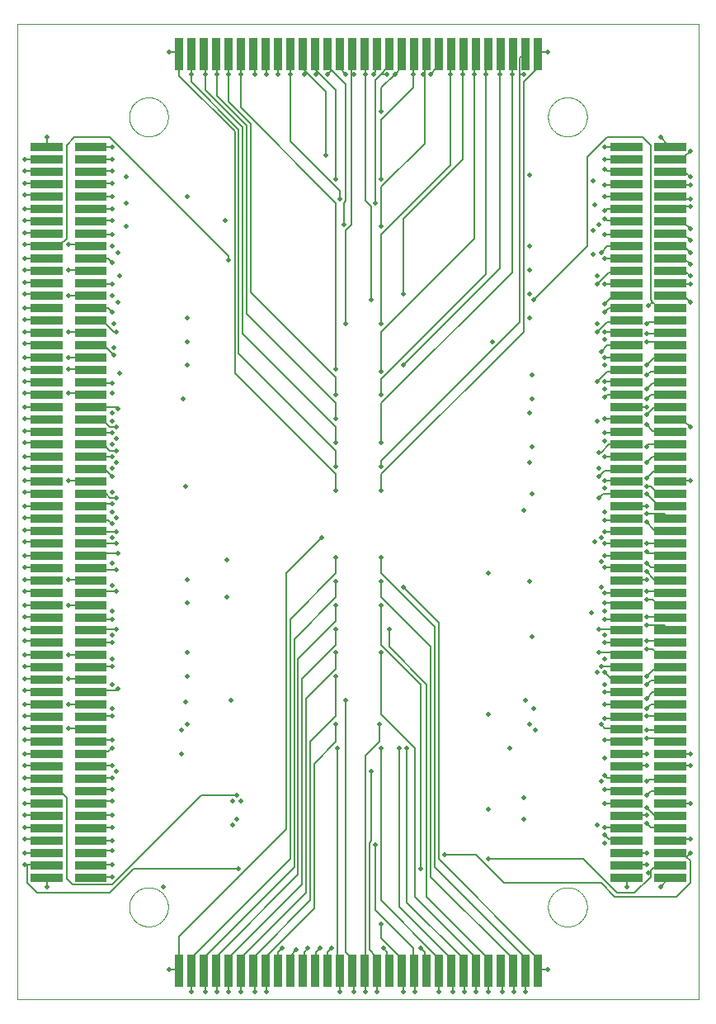
<source format=gbl>
G75*
%MOIN*%
%OFA0B0*%
%FSLAX25Y25*%
%IPPOS*%
%LPD*%
%AMOC8*
5,1,8,0,0,1.08239X$1,22.5*
%
%ADD10C,0.00000*%
%ADD11C,0.00301*%
%ADD12C,0.00800*%
%ADD13C,0.02000*%
D10*
X0001850Y0001850D02*
X0001850Y0395551D01*
X0277441Y0395551D01*
X0277441Y0001850D01*
X0001850Y0001850D01*
X0047126Y0039252D02*
X0047128Y0039445D01*
X0047135Y0039638D01*
X0047147Y0039831D01*
X0047164Y0040024D01*
X0047185Y0040216D01*
X0047211Y0040407D01*
X0047242Y0040598D01*
X0047277Y0040788D01*
X0047317Y0040977D01*
X0047362Y0041165D01*
X0047411Y0041352D01*
X0047465Y0041538D01*
X0047523Y0041722D01*
X0047586Y0041905D01*
X0047654Y0042086D01*
X0047725Y0042265D01*
X0047802Y0042443D01*
X0047882Y0042619D01*
X0047967Y0042792D01*
X0048056Y0042964D01*
X0048149Y0043133D01*
X0048246Y0043300D01*
X0048348Y0043465D01*
X0048453Y0043627D01*
X0048562Y0043786D01*
X0048676Y0043943D01*
X0048793Y0044096D01*
X0048913Y0044247D01*
X0049038Y0044395D01*
X0049166Y0044540D01*
X0049297Y0044681D01*
X0049432Y0044820D01*
X0049571Y0044955D01*
X0049712Y0045086D01*
X0049857Y0045214D01*
X0050005Y0045339D01*
X0050156Y0045459D01*
X0050309Y0045576D01*
X0050466Y0045690D01*
X0050625Y0045799D01*
X0050787Y0045904D01*
X0050952Y0046006D01*
X0051119Y0046103D01*
X0051288Y0046196D01*
X0051460Y0046285D01*
X0051633Y0046370D01*
X0051809Y0046450D01*
X0051987Y0046527D01*
X0052166Y0046598D01*
X0052347Y0046666D01*
X0052530Y0046729D01*
X0052714Y0046787D01*
X0052900Y0046841D01*
X0053087Y0046890D01*
X0053275Y0046935D01*
X0053464Y0046975D01*
X0053654Y0047010D01*
X0053845Y0047041D01*
X0054036Y0047067D01*
X0054228Y0047088D01*
X0054421Y0047105D01*
X0054614Y0047117D01*
X0054807Y0047124D01*
X0055000Y0047126D01*
X0055193Y0047124D01*
X0055386Y0047117D01*
X0055579Y0047105D01*
X0055772Y0047088D01*
X0055964Y0047067D01*
X0056155Y0047041D01*
X0056346Y0047010D01*
X0056536Y0046975D01*
X0056725Y0046935D01*
X0056913Y0046890D01*
X0057100Y0046841D01*
X0057286Y0046787D01*
X0057470Y0046729D01*
X0057653Y0046666D01*
X0057834Y0046598D01*
X0058013Y0046527D01*
X0058191Y0046450D01*
X0058367Y0046370D01*
X0058540Y0046285D01*
X0058712Y0046196D01*
X0058881Y0046103D01*
X0059048Y0046006D01*
X0059213Y0045904D01*
X0059375Y0045799D01*
X0059534Y0045690D01*
X0059691Y0045576D01*
X0059844Y0045459D01*
X0059995Y0045339D01*
X0060143Y0045214D01*
X0060288Y0045086D01*
X0060429Y0044955D01*
X0060568Y0044820D01*
X0060703Y0044681D01*
X0060834Y0044540D01*
X0060962Y0044395D01*
X0061087Y0044247D01*
X0061207Y0044096D01*
X0061324Y0043943D01*
X0061438Y0043786D01*
X0061547Y0043627D01*
X0061652Y0043465D01*
X0061754Y0043300D01*
X0061851Y0043133D01*
X0061944Y0042964D01*
X0062033Y0042792D01*
X0062118Y0042619D01*
X0062198Y0042443D01*
X0062275Y0042265D01*
X0062346Y0042086D01*
X0062414Y0041905D01*
X0062477Y0041722D01*
X0062535Y0041538D01*
X0062589Y0041352D01*
X0062638Y0041165D01*
X0062683Y0040977D01*
X0062723Y0040788D01*
X0062758Y0040598D01*
X0062789Y0040407D01*
X0062815Y0040216D01*
X0062836Y0040024D01*
X0062853Y0039831D01*
X0062865Y0039638D01*
X0062872Y0039445D01*
X0062874Y0039252D01*
X0062872Y0039059D01*
X0062865Y0038866D01*
X0062853Y0038673D01*
X0062836Y0038480D01*
X0062815Y0038288D01*
X0062789Y0038097D01*
X0062758Y0037906D01*
X0062723Y0037716D01*
X0062683Y0037527D01*
X0062638Y0037339D01*
X0062589Y0037152D01*
X0062535Y0036966D01*
X0062477Y0036782D01*
X0062414Y0036599D01*
X0062346Y0036418D01*
X0062275Y0036239D01*
X0062198Y0036061D01*
X0062118Y0035885D01*
X0062033Y0035712D01*
X0061944Y0035540D01*
X0061851Y0035371D01*
X0061754Y0035204D01*
X0061652Y0035039D01*
X0061547Y0034877D01*
X0061438Y0034718D01*
X0061324Y0034561D01*
X0061207Y0034408D01*
X0061087Y0034257D01*
X0060962Y0034109D01*
X0060834Y0033964D01*
X0060703Y0033823D01*
X0060568Y0033684D01*
X0060429Y0033549D01*
X0060288Y0033418D01*
X0060143Y0033290D01*
X0059995Y0033165D01*
X0059844Y0033045D01*
X0059691Y0032928D01*
X0059534Y0032814D01*
X0059375Y0032705D01*
X0059213Y0032600D01*
X0059048Y0032498D01*
X0058881Y0032401D01*
X0058712Y0032308D01*
X0058540Y0032219D01*
X0058367Y0032134D01*
X0058191Y0032054D01*
X0058013Y0031977D01*
X0057834Y0031906D01*
X0057653Y0031838D01*
X0057470Y0031775D01*
X0057286Y0031717D01*
X0057100Y0031663D01*
X0056913Y0031614D01*
X0056725Y0031569D01*
X0056536Y0031529D01*
X0056346Y0031494D01*
X0056155Y0031463D01*
X0055964Y0031437D01*
X0055772Y0031416D01*
X0055579Y0031399D01*
X0055386Y0031387D01*
X0055193Y0031380D01*
X0055000Y0031378D01*
X0054807Y0031380D01*
X0054614Y0031387D01*
X0054421Y0031399D01*
X0054228Y0031416D01*
X0054036Y0031437D01*
X0053845Y0031463D01*
X0053654Y0031494D01*
X0053464Y0031529D01*
X0053275Y0031569D01*
X0053087Y0031614D01*
X0052900Y0031663D01*
X0052714Y0031717D01*
X0052530Y0031775D01*
X0052347Y0031838D01*
X0052166Y0031906D01*
X0051987Y0031977D01*
X0051809Y0032054D01*
X0051633Y0032134D01*
X0051460Y0032219D01*
X0051288Y0032308D01*
X0051119Y0032401D01*
X0050952Y0032498D01*
X0050787Y0032600D01*
X0050625Y0032705D01*
X0050466Y0032814D01*
X0050309Y0032928D01*
X0050156Y0033045D01*
X0050005Y0033165D01*
X0049857Y0033290D01*
X0049712Y0033418D01*
X0049571Y0033549D01*
X0049432Y0033684D01*
X0049297Y0033823D01*
X0049166Y0033964D01*
X0049038Y0034109D01*
X0048913Y0034257D01*
X0048793Y0034408D01*
X0048676Y0034561D01*
X0048562Y0034718D01*
X0048453Y0034877D01*
X0048348Y0035039D01*
X0048246Y0035204D01*
X0048149Y0035371D01*
X0048056Y0035540D01*
X0047967Y0035712D01*
X0047882Y0035885D01*
X0047802Y0036061D01*
X0047725Y0036239D01*
X0047654Y0036418D01*
X0047586Y0036599D01*
X0047523Y0036782D01*
X0047465Y0036966D01*
X0047411Y0037152D01*
X0047362Y0037339D01*
X0047317Y0037527D01*
X0047277Y0037716D01*
X0047242Y0037906D01*
X0047211Y0038097D01*
X0047185Y0038288D01*
X0047164Y0038480D01*
X0047147Y0038673D01*
X0047135Y0038866D01*
X0047128Y0039059D01*
X0047126Y0039252D01*
X0216417Y0039252D02*
X0216419Y0039445D01*
X0216426Y0039638D01*
X0216438Y0039831D01*
X0216455Y0040024D01*
X0216476Y0040216D01*
X0216502Y0040407D01*
X0216533Y0040598D01*
X0216568Y0040788D01*
X0216608Y0040977D01*
X0216653Y0041165D01*
X0216702Y0041352D01*
X0216756Y0041538D01*
X0216814Y0041722D01*
X0216877Y0041905D01*
X0216945Y0042086D01*
X0217016Y0042265D01*
X0217093Y0042443D01*
X0217173Y0042619D01*
X0217258Y0042792D01*
X0217347Y0042964D01*
X0217440Y0043133D01*
X0217537Y0043300D01*
X0217639Y0043465D01*
X0217744Y0043627D01*
X0217853Y0043786D01*
X0217967Y0043943D01*
X0218084Y0044096D01*
X0218204Y0044247D01*
X0218329Y0044395D01*
X0218457Y0044540D01*
X0218588Y0044681D01*
X0218723Y0044820D01*
X0218862Y0044955D01*
X0219003Y0045086D01*
X0219148Y0045214D01*
X0219296Y0045339D01*
X0219447Y0045459D01*
X0219600Y0045576D01*
X0219757Y0045690D01*
X0219916Y0045799D01*
X0220078Y0045904D01*
X0220243Y0046006D01*
X0220410Y0046103D01*
X0220579Y0046196D01*
X0220751Y0046285D01*
X0220924Y0046370D01*
X0221100Y0046450D01*
X0221278Y0046527D01*
X0221457Y0046598D01*
X0221638Y0046666D01*
X0221821Y0046729D01*
X0222005Y0046787D01*
X0222191Y0046841D01*
X0222378Y0046890D01*
X0222566Y0046935D01*
X0222755Y0046975D01*
X0222945Y0047010D01*
X0223136Y0047041D01*
X0223327Y0047067D01*
X0223519Y0047088D01*
X0223712Y0047105D01*
X0223905Y0047117D01*
X0224098Y0047124D01*
X0224291Y0047126D01*
X0224484Y0047124D01*
X0224677Y0047117D01*
X0224870Y0047105D01*
X0225063Y0047088D01*
X0225255Y0047067D01*
X0225446Y0047041D01*
X0225637Y0047010D01*
X0225827Y0046975D01*
X0226016Y0046935D01*
X0226204Y0046890D01*
X0226391Y0046841D01*
X0226577Y0046787D01*
X0226761Y0046729D01*
X0226944Y0046666D01*
X0227125Y0046598D01*
X0227304Y0046527D01*
X0227482Y0046450D01*
X0227658Y0046370D01*
X0227831Y0046285D01*
X0228003Y0046196D01*
X0228172Y0046103D01*
X0228339Y0046006D01*
X0228504Y0045904D01*
X0228666Y0045799D01*
X0228825Y0045690D01*
X0228982Y0045576D01*
X0229135Y0045459D01*
X0229286Y0045339D01*
X0229434Y0045214D01*
X0229579Y0045086D01*
X0229720Y0044955D01*
X0229859Y0044820D01*
X0229994Y0044681D01*
X0230125Y0044540D01*
X0230253Y0044395D01*
X0230378Y0044247D01*
X0230498Y0044096D01*
X0230615Y0043943D01*
X0230729Y0043786D01*
X0230838Y0043627D01*
X0230943Y0043465D01*
X0231045Y0043300D01*
X0231142Y0043133D01*
X0231235Y0042964D01*
X0231324Y0042792D01*
X0231409Y0042619D01*
X0231489Y0042443D01*
X0231566Y0042265D01*
X0231637Y0042086D01*
X0231705Y0041905D01*
X0231768Y0041722D01*
X0231826Y0041538D01*
X0231880Y0041352D01*
X0231929Y0041165D01*
X0231974Y0040977D01*
X0232014Y0040788D01*
X0232049Y0040598D01*
X0232080Y0040407D01*
X0232106Y0040216D01*
X0232127Y0040024D01*
X0232144Y0039831D01*
X0232156Y0039638D01*
X0232163Y0039445D01*
X0232165Y0039252D01*
X0232163Y0039059D01*
X0232156Y0038866D01*
X0232144Y0038673D01*
X0232127Y0038480D01*
X0232106Y0038288D01*
X0232080Y0038097D01*
X0232049Y0037906D01*
X0232014Y0037716D01*
X0231974Y0037527D01*
X0231929Y0037339D01*
X0231880Y0037152D01*
X0231826Y0036966D01*
X0231768Y0036782D01*
X0231705Y0036599D01*
X0231637Y0036418D01*
X0231566Y0036239D01*
X0231489Y0036061D01*
X0231409Y0035885D01*
X0231324Y0035712D01*
X0231235Y0035540D01*
X0231142Y0035371D01*
X0231045Y0035204D01*
X0230943Y0035039D01*
X0230838Y0034877D01*
X0230729Y0034718D01*
X0230615Y0034561D01*
X0230498Y0034408D01*
X0230378Y0034257D01*
X0230253Y0034109D01*
X0230125Y0033964D01*
X0229994Y0033823D01*
X0229859Y0033684D01*
X0229720Y0033549D01*
X0229579Y0033418D01*
X0229434Y0033290D01*
X0229286Y0033165D01*
X0229135Y0033045D01*
X0228982Y0032928D01*
X0228825Y0032814D01*
X0228666Y0032705D01*
X0228504Y0032600D01*
X0228339Y0032498D01*
X0228172Y0032401D01*
X0228003Y0032308D01*
X0227831Y0032219D01*
X0227658Y0032134D01*
X0227482Y0032054D01*
X0227304Y0031977D01*
X0227125Y0031906D01*
X0226944Y0031838D01*
X0226761Y0031775D01*
X0226577Y0031717D01*
X0226391Y0031663D01*
X0226204Y0031614D01*
X0226016Y0031569D01*
X0225827Y0031529D01*
X0225637Y0031494D01*
X0225446Y0031463D01*
X0225255Y0031437D01*
X0225063Y0031416D01*
X0224870Y0031399D01*
X0224677Y0031387D01*
X0224484Y0031380D01*
X0224291Y0031378D01*
X0224098Y0031380D01*
X0223905Y0031387D01*
X0223712Y0031399D01*
X0223519Y0031416D01*
X0223327Y0031437D01*
X0223136Y0031463D01*
X0222945Y0031494D01*
X0222755Y0031529D01*
X0222566Y0031569D01*
X0222378Y0031614D01*
X0222191Y0031663D01*
X0222005Y0031717D01*
X0221821Y0031775D01*
X0221638Y0031838D01*
X0221457Y0031906D01*
X0221278Y0031977D01*
X0221100Y0032054D01*
X0220924Y0032134D01*
X0220751Y0032219D01*
X0220579Y0032308D01*
X0220410Y0032401D01*
X0220243Y0032498D01*
X0220078Y0032600D01*
X0219916Y0032705D01*
X0219757Y0032814D01*
X0219600Y0032928D01*
X0219447Y0033045D01*
X0219296Y0033165D01*
X0219148Y0033290D01*
X0219003Y0033418D01*
X0218862Y0033549D01*
X0218723Y0033684D01*
X0218588Y0033823D01*
X0218457Y0033964D01*
X0218329Y0034109D01*
X0218204Y0034257D01*
X0218084Y0034408D01*
X0217967Y0034561D01*
X0217853Y0034718D01*
X0217744Y0034877D01*
X0217639Y0035039D01*
X0217537Y0035204D01*
X0217440Y0035371D01*
X0217347Y0035540D01*
X0217258Y0035712D01*
X0217173Y0035885D01*
X0217093Y0036061D01*
X0217016Y0036239D01*
X0216945Y0036418D01*
X0216877Y0036599D01*
X0216814Y0036782D01*
X0216756Y0036966D01*
X0216702Y0037152D01*
X0216653Y0037339D01*
X0216608Y0037527D01*
X0216568Y0037716D01*
X0216533Y0037906D01*
X0216502Y0038097D01*
X0216476Y0038288D01*
X0216455Y0038480D01*
X0216438Y0038673D01*
X0216426Y0038866D01*
X0216419Y0039059D01*
X0216417Y0039252D01*
X0216417Y0358149D02*
X0216419Y0358342D01*
X0216426Y0358535D01*
X0216438Y0358728D01*
X0216455Y0358921D01*
X0216476Y0359113D01*
X0216502Y0359304D01*
X0216533Y0359495D01*
X0216568Y0359685D01*
X0216608Y0359874D01*
X0216653Y0360062D01*
X0216702Y0360249D01*
X0216756Y0360435D01*
X0216814Y0360619D01*
X0216877Y0360802D01*
X0216945Y0360983D01*
X0217016Y0361162D01*
X0217093Y0361340D01*
X0217173Y0361516D01*
X0217258Y0361689D01*
X0217347Y0361861D01*
X0217440Y0362030D01*
X0217537Y0362197D01*
X0217639Y0362362D01*
X0217744Y0362524D01*
X0217853Y0362683D01*
X0217967Y0362840D01*
X0218084Y0362993D01*
X0218204Y0363144D01*
X0218329Y0363292D01*
X0218457Y0363437D01*
X0218588Y0363578D01*
X0218723Y0363717D01*
X0218862Y0363852D01*
X0219003Y0363983D01*
X0219148Y0364111D01*
X0219296Y0364236D01*
X0219447Y0364356D01*
X0219600Y0364473D01*
X0219757Y0364587D01*
X0219916Y0364696D01*
X0220078Y0364801D01*
X0220243Y0364903D01*
X0220410Y0365000D01*
X0220579Y0365093D01*
X0220751Y0365182D01*
X0220924Y0365267D01*
X0221100Y0365347D01*
X0221278Y0365424D01*
X0221457Y0365495D01*
X0221638Y0365563D01*
X0221821Y0365626D01*
X0222005Y0365684D01*
X0222191Y0365738D01*
X0222378Y0365787D01*
X0222566Y0365832D01*
X0222755Y0365872D01*
X0222945Y0365907D01*
X0223136Y0365938D01*
X0223327Y0365964D01*
X0223519Y0365985D01*
X0223712Y0366002D01*
X0223905Y0366014D01*
X0224098Y0366021D01*
X0224291Y0366023D01*
X0224484Y0366021D01*
X0224677Y0366014D01*
X0224870Y0366002D01*
X0225063Y0365985D01*
X0225255Y0365964D01*
X0225446Y0365938D01*
X0225637Y0365907D01*
X0225827Y0365872D01*
X0226016Y0365832D01*
X0226204Y0365787D01*
X0226391Y0365738D01*
X0226577Y0365684D01*
X0226761Y0365626D01*
X0226944Y0365563D01*
X0227125Y0365495D01*
X0227304Y0365424D01*
X0227482Y0365347D01*
X0227658Y0365267D01*
X0227831Y0365182D01*
X0228003Y0365093D01*
X0228172Y0365000D01*
X0228339Y0364903D01*
X0228504Y0364801D01*
X0228666Y0364696D01*
X0228825Y0364587D01*
X0228982Y0364473D01*
X0229135Y0364356D01*
X0229286Y0364236D01*
X0229434Y0364111D01*
X0229579Y0363983D01*
X0229720Y0363852D01*
X0229859Y0363717D01*
X0229994Y0363578D01*
X0230125Y0363437D01*
X0230253Y0363292D01*
X0230378Y0363144D01*
X0230498Y0362993D01*
X0230615Y0362840D01*
X0230729Y0362683D01*
X0230838Y0362524D01*
X0230943Y0362362D01*
X0231045Y0362197D01*
X0231142Y0362030D01*
X0231235Y0361861D01*
X0231324Y0361689D01*
X0231409Y0361516D01*
X0231489Y0361340D01*
X0231566Y0361162D01*
X0231637Y0360983D01*
X0231705Y0360802D01*
X0231768Y0360619D01*
X0231826Y0360435D01*
X0231880Y0360249D01*
X0231929Y0360062D01*
X0231974Y0359874D01*
X0232014Y0359685D01*
X0232049Y0359495D01*
X0232080Y0359304D01*
X0232106Y0359113D01*
X0232127Y0358921D01*
X0232144Y0358728D01*
X0232156Y0358535D01*
X0232163Y0358342D01*
X0232165Y0358149D01*
X0232163Y0357956D01*
X0232156Y0357763D01*
X0232144Y0357570D01*
X0232127Y0357377D01*
X0232106Y0357185D01*
X0232080Y0356994D01*
X0232049Y0356803D01*
X0232014Y0356613D01*
X0231974Y0356424D01*
X0231929Y0356236D01*
X0231880Y0356049D01*
X0231826Y0355863D01*
X0231768Y0355679D01*
X0231705Y0355496D01*
X0231637Y0355315D01*
X0231566Y0355136D01*
X0231489Y0354958D01*
X0231409Y0354782D01*
X0231324Y0354609D01*
X0231235Y0354437D01*
X0231142Y0354268D01*
X0231045Y0354101D01*
X0230943Y0353936D01*
X0230838Y0353774D01*
X0230729Y0353615D01*
X0230615Y0353458D01*
X0230498Y0353305D01*
X0230378Y0353154D01*
X0230253Y0353006D01*
X0230125Y0352861D01*
X0229994Y0352720D01*
X0229859Y0352581D01*
X0229720Y0352446D01*
X0229579Y0352315D01*
X0229434Y0352187D01*
X0229286Y0352062D01*
X0229135Y0351942D01*
X0228982Y0351825D01*
X0228825Y0351711D01*
X0228666Y0351602D01*
X0228504Y0351497D01*
X0228339Y0351395D01*
X0228172Y0351298D01*
X0228003Y0351205D01*
X0227831Y0351116D01*
X0227658Y0351031D01*
X0227482Y0350951D01*
X0227304Y0350874D01*
X0227125Y0350803D01*
X0226944Y0350735D01*
X0226761Y0350672D01*
X0226577Y0350614D01*
X0226391Y0350560D01*
X0226204Y0350511D01*
X0226016Y0350466D01*
X0225827Y0350426D01*
X0225637Y0350391D01*
X0225446Y0350360D01*
X0225255Y0350334D01*
X0225063Y0350313D01*
X0224870Y0350296D01*
X0224677Y0350284D01*
X0224484Y0350277D01*
X0224291Y0350275D01*
X0224098Y0350277D01*
X0223905Y0350284D01*
X0223712Y0350296D01*
X0223519Y0350313D01*
X0223327Y0350334D01*
X0223136Y0350360D01*
X0222945Y0350391D01*
X0222755Y0350426D01*
X0222566Y0350466D01*
X0222378Y0350511D01*
X0222191Y0350560D01*
X0222005Y0350614D01*
X0221821Y0350672D01*
X0221638Y0350735D01*
X0221457Y0350803D01*
X0221278Y0350874D01*
X0221100Y0350951D01*
X0220924Y0351031D01*
X0220751Y0351116D01*
X0220579Y0351205D01*
X0220410Y0351298D01*
X0220243Y0351395D01*
X0220078Y0351497D01*
X0219916Y0351602D01*
X0219757Y0351711D01*
X0219600Y0351825D01*
X0219447Y0351942D01*
X0219296Y0352062D01*
X0219148Y0352187D01*
X0219003Y0352315D01*
X0218862Y0352446D01*
X0218723Y0352581D01*
X0218588Y0352720D01*
X0218457Y0352861D01*
X0218329Y0353006D01*
X0218204Y0353154D01*
X0218084Y0353305D01*
X0217967Y0353458D01*
X0217853Y0353615D01*
X0217744Y0353774D01*
X0217639Y0353936D01*
X0217537Y0354101D01*
X0217440Y0354268D01*
X0217347Y0354437D01*
X0217258Y0354609D01*
X0217173Y0354782D01*
X0217093Y0354958D01*
X0217016Y0355136D01*
X0216945Y0355315D01*
X0216877Y0355496D01*
X0216814Y0355679D01*
X0216756Y0355863D01*
X0216702Y0356049D01*
X0216653Y0356236D01*
X0216608Y0356424D01*
X0216568Y0356613D01*
X0216533Y0356803D01*
X0216502Y0356994D01*
X0216476Y0357185D01*
X0216455Y0357377D01*
X0216438Y0357570D01*
X0216426Y0357763D01*
X0216419Y0357956D01*
X0216417Y0358149D01*
X0047126Y0358149D02*
X0047128Y0358342D01*
X0047135Y0358535D01*
X0047147Y0358728D01*
X0047164Y0358921D01*
X0047185Y0359113D01*
X0047211Y0359304D01*
X0047242Y0359495D01*
X0047277Y0359685D01*
X0047317Y0359874D01*
X0047362Y0360062D01*
X0047411Y0360249D01*
X0047465Y0360435D01*
X0047523Y0360619D01*
X0047586Y0360802D01*
X0047654Y0360983D01*
X0047725Y0361162D01*
X0047802Y0361340D01*
X0047882Y0361516D01*
X0047967Y0361689D01*
X0048056Y0361861D01*
X0048149Y0362030D01*
X0048246Y0362197D01*
X0048348Y0362362D01*
X0048453Y0362524D01*
X0048562Y0362683D01*
X0048676Y0362840D01*
X0048793Y0362993D01*
X0048913Y0363144D01*
X0049038Y0363292D01*
X0049166Y0363437D01*
X0049297Y0363578D01*
X0049432Y0363717D01*
X0049571Y0363852D01*
X0049712Y0363983D01*
X0049857Y0364111D01*
X0050005Y0364236D01*
X0050156Y0364356D01*
X0050309Y0364473D01*
X0050466Y0364587D01*
X0050625Y0364696D01*
X0050787Y0364801D01*
X0050952Y0364903D01*
X0051119Y0365000D01*
X0051288Y0365093D01*
X0051460Y0365182D01*
X0051633Y0365267D01*
X0051809Y0365347D01*
X0051987Y0365424D01*
X0052166Y0365495D01*
X0052347Y0365563D01*
X0052530Y0365626D01*
X0052714Y0365684D01*
X0052900Y0365738D01*
X0053087Y0365787D01*
X0053275Y0365832D01*
X0053464Y0365872D01*
X0053654Y0365907D01*
X0053845Y0365938D01*
X0054036Y0365964D01*
X0054228Y0365985D01*
X0054421Y0366002D01*
X0054614Y0366014D01*
X0054807Y0366021D01*
X0055000Y0366023D01*
X0055193Y0366021D01*
X0055386Y0366014D01*
X0055579Y0366002D01*
X0055772Y0365985D01*
X0055964Y0365964D01*
X0056155Y0365938D01*
X0056346Y0365907D01*
X0056536Y0365872D01*
X0056725Y0365832D01*
X0056913Y0365787D01*
X0057100Y0365738D01*
X0057286Y0365684D01*
X0057470Y0365626D01*
X0057653Y0365563D01*
X0057834Y0365495D01*
X0058013Y0365424D01*
X0058191Y0365347D01*
X0058367Y0365267D01*
X0058540Y0365182D01*
X0058712Y0365093D01*
X0058881Y0365000D01*
X0059048Y0364903D01*
X0059213Y0364801D01*
X0059375Y0364696D01*
X0059534Y0364587D01*
X0059691Y0364473D01*
X0059844Y0364356D01*
X0059995Y0364236D01*
X0060143Y0364111D01*
X0060288Y0363983D01*
X0060429Y0363852D01*
X0060568Y0363717D01*
X0060703Y0363578D01*
X0060834Y0363437D01*
X0060962Y0363292D01*
X0061087Y0363144D01*
X0061207Y0362993D01*
X0061324Y0362840D01*
X0061438Y0362683D01*
X0061547Y0362524D01*
X0061652Y0362362D01*
X0061754Y0362197D01*
X0061851Y0362030D01*
X0061944Y0361861D01*
X0062033Y0361689D01*
X0062118Y0361516D01*
X0062198Y0361340D01*
X0062275Y0361162D01*
X0062346Y0360983D01*
X0062414Y0360802D01*
X0062477Y0360619D01*
X0062535Y0360435D01*
X0062589Y0360249D01*
X0062638Y0360062D01*
X0062683Y0359874D01*
X0062723Y0359685D01*
X0062758Y0359495D01*
X0062789Y0359304D01*
X0062815Y0359113D01*
X0062836Y0358921D01*
X0062853Y0358728D01*
X0062865Y0358535D01*
X0062872Y0358342D01*
X0062874Y0358149D01*
X0062872Y0357956D01*
X0062865Y0357763D01*
X0062853Y0357570D01*
X0062836Y0357377D01*
X0062815Y0357185D01*
X0062789Y0356994D01*
X0062758Y0356803D01*
X0062723Y0356613D01*
X0062683Y0356424D01*
X0062638Y0356236D01*
X0062589Y0356049D01*
X0062535Y0355863D01*
X0062477Y0355679D01*
X0062414Y0355496D01*
X0062346Y0355315D01*
X0062275Y0355136D01*
X0062198Y0354958D01*
X0062118Y0354782D01*
X0062033Y0354609D01*
X0061944Y0354437D01*
X0061851Y0354268D01*
X0061754Y0354101D01*
X0061652Y0353936D01*
X0061547Y0353774D01*
X0061438Y0353615D01*
X0061324Y0353458D01*
X0061207Y0353305D01*
X0061087Y0353154D01*
X0060962Y0353006D01*
X0060834Y0352861D01*
X0060703Y0352720D01*
X0060568Y0352581D01*
X0060429Y0352446D01*
X0060288Y0352315D01*
X0060143Y0352187D01*
X0059995Y0352062D01*
X0059844Y0351942D01*
X0059691Y0351825D01*
X0059534Y0351711D01*
X0059375Y0351602D01*
X0059213Y0351497D01*
X0059048Y0351395D01*
X0058881Y0351298D01*
X0058712Y0351205D01*
X0058540Y0351116D01*
X0058367Y0351031D01*
X0058191Y0350951D01*
X0058013Y0350874D01*
X0057834Y0350803D01*
X0057653Y0350735D01*
X0057470Y0350672D01*
X0057286Y0350614D01*
X0057100Y0350560D01*
X0056913Y0350511D01*
X0056725Y0350466D01*
X0056536Y0350426D01*
X0056346Y0350391D01*
X0056155Y0350360D01*
X0055964Y0350334D01*
X0055772Y0350313D01*
X0055579Y0350296D01*
X0055386Y0350284D01*
X0055193Y0350277D01*
X0055000Y0350275D01*
X0054807Y0350277D01*
X0054614Y0350284D01*
X0054421Y0350296D01*
X0054228Y0350313D01*
X0054036Y0350334D01*
X0053845Y0350360D01*
X0053654Y0350391D01*
X0053464Y0350426D01*
X0053275Y0350466D01*
X0053087Y0350511D01*
X0052900Y0350560D01*
X0052714Y0350614D01*
X0052530Y0350672D01*
X0052347Y0350735D01*
X0052166Y0350803D01*
X0051987Y0350874D01*
X0051809Y0350951D01*
X0051633Y0351031D01*
X0051460Y0351116D01*
X0051288Y0351205D01*
X0051119Y0351298D01*
X0050952Y0351395D01*
X0050787Y0351497D01*
X0050625Y0351602D01*
X0050466Y0351711D01*
X0050309Y0351825D01*
X0050156Y0351942D01*
X0050005Y0352062D01*
X0049857Y0352187D01*
X0049712Y0352315D01*
X0049571Y0352446D01*
X0049432Y0352581D01*
X0049297Y0352720D01*
X0049166Y0352861D01*
X0049038Y0353006D01*
X0048913Y0353154D01*
X0048793Y0353305D01*
X0048676Y0353458D01*
X0048562Y0353615D01*
X0048453Y0353774D01*
X0048348Y0353936D01*
X0048246Y0354101D01*
X0048149Y0354268D01*
X0048056Y0354437D01*
X0047967Y0354609D01*
X0047882Y0354782D01*
X0047802Y0354958D01*
X0047725Y0355136D01*
X0047654Y0355315D01*
X0047586Y0355496D01*
X0047523Y0355679D01*
X0047465Y0355863D01*
X0047411Y0356049D01*
X0047362Y0356236D01*
X0047317Y0356424D01*
X0047277Y0356613D01*
X0047242Y0356803D01*
X0047211Y0356994D01*
X0047185Y0357185D01*
X0047164Y0357377D01*
X0047147Y0357570D01*
X0047135Y0357763D01*
X0047128Y0357956D01*
X0047126Y0358149D01*
D11*
X0037625Y0347723D02*
X0025131Y0347723D01*
X0037625Y0347723D02*
X0037625Y0344677D01*
X0025131Y0344677D01*
X0025131Y0347723D01*
X0025131Y0344977D02*
X0037625Y0344977D01*
X0037625Y0345277D02*
X0025131Y0345277D01*
X0025131Y0345577D02*
X0037625Y0345577D01*
X0037625Y0345877D02*
X0025131Y0345877D01*
X0025131Y0346177D02*
X0037625Y0346177D01*
X0037625Y0346477D02*
X0025131Y0346477D01*
X0025131Y0346777D02*
X0037625Y0346777D01*
X0037625Y0347077D02*
X0025131Y0347077D01*
X0025131Y0347377D02*
X0037625Y0347377D01*
X0037625Y0347677D02*
X0025131Y0347677D01*
X0025131Y0342723D02*
X0037625Y0342723D01*
X0037625Y0339677D01*
X0025131Y0339677D01*
X0025131Y0342723D01*
X0025131Y0339977D02*
X0037625Y0339977D01*
X0037625Y0340277D02*
X0025131Y0340277D01*
X0025131Y0340577D02*
X0037625Y0340577D01*
X0037625Y0340877D02*
X0025131Y0340877D01*
X0025131Y0341177D02*
X0037625Y0341177D01*
X0037625Y0341477D02*
X0025131Y0341477D01*
X0025131Y0341777D02*
X0037625Y0341777D01*
X0037625Y0342077D02*
X0025131Y0342077D01*
X0025131Y0342377D02*
X0037625Y0342377D01*
X0037625Y0342677D02*
X0025131Y0342677D01*
X0025131Y0337723D02*
X0037625Y0337723D01*
X0037625Y0334677D01*
X0025131Y0334677D01*
X0025131Y0337723D01*
X0025131Y0334977D02*
X0037625Y0334977D01*
X0037625Y0335277D02*
X0025131Y0335277D01*
X0025131Y0335577D02*
X0037625Y0335577D01*
X0037625Y0335877D02*
X0025131Y0335877D01*
X0025131Y0336177D02*
X0037625Y0336177D01*
X0037625Y0336477D02*
X0025131Y0336477D01*
X0025131Y0336777D02*
X0037625Y0336777D01*
X0037625Y0337077D02*
X0025131Y0337077D01*
X0025131Y0337377D02*
X0037625Y0337377D01*
X0037625Y0337677D02*
X0025131Y0337677D01*
X0025131Y0332723D02*
X0037625Y0332723D01*
X0037625Y0329677D01*
X0025131Y0329677D01*
X0025131Y0332723D01*
X0025131Y0329977D02*
X0037625Y0329977D01*
X0037625Y0330277D02*
X0025131Y0330277D01*
X0025131Y0330577D02*
X0037625Y0330577D01*
X0037625Y0330877D02*
X0025131Y0330877D01*
X0025131Y0331177D02*
X0037625Y0331177D01*
X0037625Y0331477D02*
X0025131Y0331477D01*
X0025131Y0331777D02*
X0037625Y0331777D01*
X0037625Y0332077D02*
X0025131Y0332077D01*
X0025131Y0332377D02*
X0037625Y0332377D01*
X0037625Y0332677D02*
X0025131Y0332677D01*
X0025131Y0327723D02*
X0037625Y0327723D01*
X0037625Y0324677D01*
X0025131Y0324677D01*
X0025131Y0327723D01*
X0025131Y0324977D02*
X0037625Y0324977D01*
X0037625Y0325277D02*
X0025131Y0325277D01*
X0025131Y0325577D02*
X0037625Y0325577D01*
X0037625Y0325877D02*
X0025131Y0325877D01*
X0025131Y0326177D02*
X0037625Y0326177D01*
X0037625Y0326477D02*
X0025131Y0326477D01*
X0025131Y0326777D02*
X0037625Y0326777D01*
X0037625Y0327077D02*
X0025131Y0327077D01*
X0025131Y0327377D02*
X0037625Y0327377D01*
X0037625Y0327677D02*
X0025131Y0327677D01*
X0025131Y0322723D02*
X0037625Y0322723D01*
X0037625Y0319677D01*
X0025131Y0319677D01*
X0025131Y0322723D01*
X0025131Y0319977D02*
X0037625Y0319977D01*
X0037625Y0320277D02*
X0025131Y0320277D01*
X0025131Y0320577D02*
X0037625Y0320577D01*
X0037625Y0320877D02*
X0025131Y0320877D01*
X0025131Y0321177D02*
X0037625Y0321177D01*
X0037625Y0321477D02*
X0025131Y0321477D01*
X0025131Y0321777D02*
X0037625Y0321777D01*
X0037625Y0322077D02*
X0025131Y0322077D01*
X0025131Y0322377D02*
X0037625Y0322377D01*
X0037625Y0322677D02*
X0025131Y0322677D01*
X0025131Y0317723D02*
X0037625Y0317723D01*
X0037625Y0314677D01*
X0025131Y0314677D01*
X0025131Y0317723D01*
X0025131Y0314977D02*
X0037625Y0314977D01*
X0037625Y0315277D02*
X0025131Y0315277D01*
X0025131Y0315577D02*
X0037625Y0315577D01*
X0037625Y0315877D02*
X0025131Y0315877D01*
X0025131Y0316177D02*
X0037625Y0316177D01*
X0037625Y0316477D02*
X0025131Y0316477D01*
X0025131Y0316777D02*
X0037625Y0316777D01*
X0037625Y0317077D02*
X0025131Y0317077D01*
X0025131Y0317377D02*
X0037625Y0317377D01*
X0037625Y0317677D02*
X0025131Y0317677D01*
X0025131Y0312723D02*
X0037625Y0312723D01*
X0037625Y0309677D01*
X0025131Y0309677D01*
X0025131Y0312723D01*
X0025131Y0309977D02*
X0037625Y0309977D01*
X0037625Y0310277D02*
X0025131Y0310277D01*
X0025131Y0310577D02*
X0037625Y0310577D01*
X0037625Y0310877D02*
X0025131Y0310877D01*
X0025131Y0311177D02*
X0037625Y0311177D01*
X0037625Y0311477D02*
X0025131Y0311477D01*
X0025131Y0311777D02*
X0037625Y0311777D01*
X0037625Y0312077D02*
X0025131Y0312077D01*
X0025131Y0312377D02*
X0037625Y0312377D01*
X0037625Y0312677D02*
X0025131Y0312677D01*
X0025131Y0307723D02*
X0037625Y0307723D01*
X0037625Y0304677D01*
X0025131Y0304677D01*
X0025131Y0307723D01*
X0025131Y0304977D02*
X0037625Y0304977D01*
X0037625Y0305277D02*
X0025131Y0305277D01*
X0025131Y0305577D02*
X0037625Y0305577D01*
X0037625Y0305877D02*
X0025131Y0305877D01*
X0025131Y0306177D02*
X0037625Y0306177D01*
X0037625Y0306477D02*
X0025131Y0306477D01*
X0025131Y0306777D02*
X0037625Y0306777D01*
X0037625Y0307077D02*
X0025131Y0307077D01*
X0025131Y0307377D02*
X0037625Y0307377D01*
X0037625Y0307677D02*
X0025131Y0307677D01*
X0025131Y0302723D02*
X0037625Y0302723D01*
X0037625Y0299677D01*
X0025131Y0299677D01*
X0025131Y0302723D01*
X0025131Y0299977D02*
X0037625Y0299977D01*
X0037625Y0300277D02*
X0025131Y0300277D01*
X0025131Y0300577D02*
X0037625Y0300577D01*
X0037625Y0300877D02*
X0025131Y0300877D01*
X0025131Y0301177D02*
X0037625Y0301177D01*
X0037625Y0301477D02*
X0025131Y0301477D01*
X0025131Y0301777D02*
X0037625Y0301777D01*
X0037625Y0302077D02*
X0025131Y0302077D01*
X0025131Y0302377D02*
X0037625Y0302377D01*
X0037625Y0302677D02*
X0025131Y0302677D01*
X0025131Y0297723D02*
X0037625Y0297723D01*
X0037625Y0294677D01*
X0025131Y0294677D01*
X0025131Y0297723D01*
X0025131Y0294977D02*
X0037625Y0294977D01*
X0037625Y0295277D02*
X0025131Y0295277D01*
X0025131Y0295577D02*
X0037625Y0295577D01*
X0037625Y0295877D02*
X0025131Y0295877D01*
X0025131Y0296177D02*
X0037625Y0296177D01*
X0037625Y0296477D02*
X0025131Y0296477D01*
X0025131Y0296777D02*
X0037625Y0296777D01*
X0037625Y0297077D02*
X0025131Y0297077D01*
X0025131Y0297377D02*
X0037625Y0297377D01*
X0037625Y0297677D02*
X0025131Y0297677D01*
X0025131Y0292723D02*
X0037625Y0292723D01*
X0037625Y0289677D01*
X0025131Y0289677D01*
X0025131Y0292723D01*
X0025131Y0289977D02*
X0037625Y0289977D01*
X0037625Y0290277D02*
X0025131Y0290277D01*
X0025131Y0290577D02*
X0037625Y0290577D01*
X0037625Y0290877D02*
X0025131Y0290877D01*
X0025131Y0291177D02*
X0037625Y0291177D01*
X0037625Y0291477D02*
X0025131Y0291477D01*
X0025131Y0291777D02*
X0037625Y0291777D01*
X0037625Y0292077D02*
X0025131Y0292077D01*
X0025131Y0292377D02*
X0037625Y0292377D01*
X0037625Y0292677D02*
X0025131Y0292677D01*
X0025131Y0287723D02*
X0037625Y0287723D01*
X0037625Y0284677D01*
X0025131Y0284677D01*
X0025131Y0287723D01*
X0025131Y0284977D02*
X0037625Y0284977D01*
X0037625Y0285277D02*
X0025131Y0285277D01*
X0025131Y0285577D02*
X0037625Y0285577D01*
X0037625Y0285877D02*
X0025131Y0285877D01*
X0025131Y0286177D02*
X0037625Y0286177D01*
X0037625Y0286477D02*
X0025131Y0286477D01*
X0025131Y0286777D02*
X0037625Y0286777D01*
X0037625Y0287077D02*
X0025131Y0287077D01*
X0025131Y0287377D02*
X0037625Y0287377D01*
X0037625Y0287677D02*
X0025131Y0287677D01*
X0025131Y0282723D02*
X0037625Y0282723D01*
X0037625Y0279677D01*
X0025131Y0279677D01*
X0025131Y0282723D01*
X0025131Y0279977D02*
X0037625Y0279977D01*
X0037625Y0280277D02*
X0025131Y0280277D01*
X0025131Y0280577D02*
X0037625Y0280577D01*
X0037625Y0280877D02*
X0025131Y0280877D01*
X0025131Y0281177D02*
X0037625Y0281177D01*
X0037625Y0281477D02*
X0025131Y0281477D01*
X0025131Y0281777D02*
X0037625Y0281777D01*
X0037625Y0282077D02*
X0025131Y0282077D01*
X0025131Y0282377D02*
X0037625Y0282377D01*
X0037625Y0282677D02*
X0025131Y0282677D01*
X0025131Y0277723D02*
X0037625Y0277723D01*
X0037625Y0274677D01*
X0025131Y0274677D01*
X0025131Y0277723D01*
X0025131Y0274977D02*
X0037625Y0274977D01*
X0037625Y0275277D02*
X0025131Y0275277D01*
X0025131Y0275577D02*
X0037625Y0275577D01*
X0037625Y0275877D02*
X0025131Y0275877D01*
X0025131Y0276177D02*
X0037625Y0276177D01*
X0037625Y0276477D02*
X0025131Y0276477D01*
X0025131Y0276777D02*
X0037625Y0276777D01*
X0037625Y0277077D02*
X0025131Y0277077D01*
X0025131Y0277377D02*
X0037625Y0277377D01*
X0037625Y0277677D02*
X0025131Y0277677D01*
X0025131Y0272723D02*
X0037625Y0272723D01*
X0037625Y0269677D01*
X0025131Y0269677D01*
X0025131Y0272723D01*
X0025131Y0269977D02*
X0037625Y0269977D01*
X0037625Y0270277D02*
X0025131Y0270277D01*
X0025131Y0270577D02*
X0037625Y0270577D01*
X0037625Y0270877D02*
X0025131Y0270877D01*
X0025131Y0271177D02*
X0037625Y0271177D01*
X0037625Y0271477D02*
X0025131Y0271477D01*
X0025131Y0271777D02*
X0037625Y0271777D01*
X0037625Y0272077D02*
X0025131Y0272077D01*
X0025131Y0272377D02*
X0037625Y0272377D01*
X0037625Y0272677D02*
X0025131Y0272677D01*
X0025131Y0267723D02*
X0037625Y0267723D01*
X0037625Y0264677D01*
X0025131Y0264677D01*
X0025131Y0267723D01*
X0025131Y0264977D02*
X0037625Y0264977D01*
X0037625Y0265277D02*
X0025131Y0265277D01*
X0025131Y0265577D02*
X0037625Y0265577D01*
X0037625Y0265877D02*
X0025131Y0265877D01*
X0025131Y0266177D02*
X0037625Y0266177D01*
X0037625Y0266477D02*
X0025131Y0266477D01*
X0025131Y0266777D02*
X0037625Y0266777D01*
X0037625Y0267077D02*
X0025131Y0267077D01*
X0025131Y0267377D02*
X0037625Y0267377D01*
X0037625Y0267677D02*
X0025131Y0267677D01*
X0025131Y0262723D02*
X0037625Y0262723D01*
X0037625Y0259677D01*
X0025131Y0259677D01*
X0025131Y0262723D01*
X0025131Y0259977D02*
X0037625Y0259977D01*
X0037625Y0260277D02*
X0025131Y0260277D01*
X0025131Y0260577D02*
X0037625Y0260577D01*
X0037625Y0260877D02*
X0025131Y0260877D01*
X0025131Y0261177D02*
X0037625Y0261177D01*
X0037625Y0261477D02*
X0025131Y0261477D01*
X0025131Y0261777D02*
X0037625Y0261777D01*
X0037625Y0262077D02*
X0025131Y0262077D01*
X0025131Y0262377D02*
X0037625Y0262377D01*
X0037625Y0262677D02*
X0025131Y0262677D01*
X0025131Y0257723D02*
X0037625Y0257723D01*
X0037625Y0254677D01*
X0025131Y0254677D01*
X0025131Y0257723D01*
X0025131Y0254977D02*
X0037625Y0254977D01*
X0037625Y0255277D02*
X0025131Y0255277D01*
X0025131Y0255577D02*
X0037625Y0255577D01*
X0037625Y0255877D02*
X0025131Y0255877D01*
X0025131Y0256177D02*
X0037625Y0256177D01*
X0037625Y0256477D02*
X0025131Y0256477D01*
X0025131Y0256777D02*
X0037625Y0256777D01*
X0037625Y0257077D02*
X0025131Y0257077D01*
X0025131Y0257377D02*
X0037625Y0257377D01*
X0037625Y0257677D02*
X0025131Y0257677D01*
X0025131Y0252723D02*
X0037625Y0252723D01*
X0037625Y0249677D01*
X0025131Y0249677D01*
X0025131Y0252723D01*
X0025131Y0249977D02*
X0037625Y0249977D01*
X0037625Y0250277D02*
X0025131Y0250277D01*
X0025131Y0250577D02*
X0037625Y0250577D01*
X0037625Y0250877D02*
X0025131Y0250877D01*
X0025131Y0251177D02*
X0037625Y0251177D01*
X0037625Y0251477D02*
X0025131Y0251477D01*
X0025131Y0251777D02*
X0037625Y0251777D01*
X0037625Y0252077D02*
X0025131Y0252077D01*
X0025131Y0252377D02*
X0037625Y0252377D01*
X0037625Y0252677D02*
X0025131Y0252677D01*
X0025131Y0247723D02*
X0037625Y0247723D01*
X0037625Y0244677D01*
X0025131Y0244677D01*
X0025131Y0247723D01*
X0025131Y0244977D02*
X0037625Y0244977D01*
X0037625Y0245277D02*
X0025131Y0245277D01*
X0025131Y0245577D02*
X0037625Y0245577D01*
X0037625Y0245877D02*
X0025131Y0245877D01*
X0025131Y0246177D02*
X0037625Y0246177D01*
X0037625Y0246477D02*
X0025131Y0246477D01*
X0025131Y0246777D02*
X0037625Y0246777D01*
X0037625Y0247077D02*
X0025131Y0247077D01*
X0025131Y0247377D02*
X0037625Y0247377D01*
X0037625Y0247677D02*
X0025131Y0247677D01*
X0025131Y0242723D02*
X0037625Y0242723D01*
X0037625Y0239677D01*
X0025131Y0239677D01*
X0025131Y0242723D01*
X0025131Y0239977D02*
X0037625Y0239977D01*
X0037625Y0240277D02*
X0025131Y0240277D01*
X0025131Y0240577D02*
X0037625Y0240577D01*
X0037625Y0240877D02*
X0025131Y0240877D01*
X0025131Y0241177D02*
X0037625Y0241177D01*
X0037625Y0241477D02*
X0025131Y0241477D01*
X0025131Y0241777D02*
X0037625Y0241777D01*
X0037625Y0242077D02*
X0025131Y0242077D01*
X0025131Y0242377D02*
X0037625Y0242377D01*
X0037625Y0242677D02*
X0025131Y0242677D01*
X0025131Y0237723D02*
X0037625Y0237723D01*
X0037625Y0234677D01*
X0025131Y0234677D01*
X0025131Y0237723D01*
X0025131Y0234977D02*
X0037625Y0234977D01*
X0037625Y0235277D02*
X0025131Y0235277D01*
X0025131Y0235577D02*
X0037625Y0235577D01*
X0037625Y0235877D02*
X0025131Y0235877D01*
X0025131Y0236177D02*
X0037625Y0236177D01*
X0037625Y0236477D02*
X0025131Y0236477D01*
X0025131Y0236777D02*
X0037625Y0236777D01*
X0037625Y0237077D02*
X0025131Y0237077D01*
X0025131Y0237377D02*
X0037625Y0237377D01*
X0037625Y0237677D02*
X0025131Y0237677D01*
X0025131Y0232723D02*
X0037625Y0232723D01*
X0037625Y0229677D01*
X0025131Y0229677D01*
X0025131Y0232723D01*
X0025131Y0229977D02*
X0037625Y0229977D01*
X0037625Y0230277D02*
X0025131Y0230277D01*
X0025131Y0230577D02*
X0037625Y0230577D01*
X0037625Y0230877D02*
X0025131Y0230877D01*
X0025131Y0231177D02*
X0037625Y0231177D01*
X0037625Y0231477D02*
X0025131Y0231477D01*
X0025131Y0231777D02*
X0037625Y0231777D01*
X0037625Y0232077D02*
X0025131Y0232077D01*
X0025131Y0232377D02*
X0037625Y0232377D01*
X0037625Y0232677D02*
X0025131Y0232677D01*
X0025131Y0227723D02*
X0037625Y0227723D01*
X0037625Y0224677D01*
X0025131Y0224677D01*
X0025131Y0227723D01*
X0025131Y0224977D02*
X0037625Y0224977D01*
X0037625Y0225277D02*
X0025131Y0225277D01*
X0025131Y0225577D02*
X0037625Y0225577D01*
X0037625Y0225877D02*
X0025131Y0225877D01*
X0025131Y0226177D02*
X0037625Y0226177D01*
X0037625Y0226477D02*
X0025131Y0226477D01*
X0025131Y0226777D02*
X0037625Y0226777D01*
X0037625Y0227077D02*
X0025131Y0227077D01*
X0025131Y0227377D02*
X0037625Y0227377D01*
X0037625Y0227677D02*
X0025131Y0227677D01*
X0025131Y0222723D02*
X0037625Y0222723D01*
X0037625Y0219677D01*
X0025131Y0219677D01*
X0025131Y0222723D01*
X0025131Y0219977D02*
X0037625Y0219977D01*
X0037625Y0220277D02*
X0025131Y0220277D01*
X0025131Y0220577D02*
X0037625Y0220577D01*
X0037625Y0220877D02*
X0025131Y0220877D01*
X0025131Y0221177D02*
X0037625Y0221177D01*
X0037625Y0221477D02*
X0025131Y0221477D01*
X0025131Y0221777D02*
X0037625Y0221777D01*
X0037625Y0222077D02*
X0025131Y0222077D01*
X0025131Y0222377D02*
X0037625Y0222377D01*
X0037625Y0222677D02*
X0025131Y0222677D01*
X0025131Y0217723D02*
X0037625Y0217723D01*
X0037625Y0214677D01*
X0025131Y0214677D01*
X0025131Y0217723D01*
X0025131Y0214977D02*
X0037625Y0214977D01*
X0037625Y0215277D02*
X0025131Y0215277D01*
X0025131Y0215577D02*
X0037625Y0215577D01*
X0037625Y0215877D02*
X0025131Y0215877D01*
X0025131Y0216177D02*
X0037625Y0216177D01*
X0037625Y0216477D02*
X0025131Y0216477D01*
X0025131Y0216777D02*
X0037625Y0216777D01*
X0037625Y0217077D02*
X0025131Y0217077D01*
X0025131Y0217377D02*
X0037625Y0217377D01*
X0037625Y0217677D02*
X0025131Y0217677D01*
X0025131Y0212723D02*
X0037625Y0212723D01*
X0037625Y0209677D01*
X0025131Y0209677D01*
X0025131Y0212723D01*
X0025131Y0209977D02*
X0037625Y0209977D01*
X0037625Y0210277D02*
X0025131Y0210277D01*
X0025131Y0210577D02*
X0037625Y0210577D01*
X0037625Y0210877D02*
X0025131Y0210877D01*
X0025131Y0211177D02*
X0037625Y0211177D01*
X0037625Y0211477D02*
X0025131Y0211477D01*
X0025131Y0211777D02*
X0037625Y0211777D01*
X0037625Y0212077D02*
X0025131Y0212077D01*
X0025131Y0212377D02*
X0037625Y0212377D01*
X0037625Y0212677D02*
X0025131Y0212677D01*
X0025131Y0207723D02*
X0037625Y0207723D01*
X0037625Y0204677D01*
X0025131Y0204677D01*
X0025131Y0207723D01*
X0025131Y0204977D02*
X0037625Y0204977D01*
X0037625Y0205277D02*
X0025131Y0205277D01*
X0025131Y0205577D02*
X0037625Y0205577D01*
X0037625Y0205877D02*
X0025131Y0205877D01*
X0025131Y0206177D02*
X0037625Y0206177D01*
X0037625Y0206477D02*
X0025131Y0206477D01*
X0025131Y0206777D02*
X0037625Y0206777D01*
X0037625Y0207077D02*
X0025131Y0207077D01*
X0025131Y0207377D02*
X0037625Y0207377D01*
X0037625Y0207677D02*
X0025131Y0207677D01*
X0025131Y0202723D02*
X0037625Y0202723D01*
X0037625Y0199677D01*
X0025131Y0199677D01*
X0025131Y0202723D01*
X0025131Y0199977D02*
X0037625Y0199977D01*
X0037625Y0200277D02*
X0025131Y0200277D01*
X0025131Y0200577D02*
X0037625Y0200577D01*
X0037625Y0200877D02*
X0025131Y0200877D01*
X0025131Y0201177D02*
X0037625Y0201177D01*
X0037625Y0201477D02*
X0025131Y0201477D01*
X0025131Y0201777D02*
X0037625Y0201777D01*
X0037625Y0202077D02*
X0025131Y0202077D01*
X0025131Y0202377D02*
X0037625Y0202377D01*
X0037625Y0202677D02*
X0025131Y0202677D01*
X0025131Y0197723D02*
X0037625Y0197723D01*
X0037625Y0194677D01*
X0025131Y0194677D01*
X0025131Y0197723D01*
X0025131Y0194977D02*
X0037625Y0194977D01*
X0037625Y0195277D02*
X0025131Y0195277D01*
X0025131Y0195577D02*
X0037625Y0195577D01*
X0037625Y0195877D02*
X0025131Y0195877D01*
X0025131Y0196177D02*
X0037625Y0196177D01*
X0037625Y0196477D02*
X0025131Y0196477D01*
X0025131Y0196777D02*
X0037625Y0196777D01*
X0037625Y0197077D02*
X0025131Y0197077D01*
X0025131Y0197377D02*
X0037625Y0197377D01*
X0037625Y0197677D02*
X0025131Y0197677D01*
X0025131Y0192723D02*
X0037625Y0192723D01*
X0037625Y0189677D01*
X0025131Y0189677D01*
X0025131Y0192723D01*
X0025131Y0189977D02*
X0037625Y0189977D01*
X0037625Y0190277D02*
X0025131Y0190277D01*
X0025131Y0190577D02*
X0037625Y0190577D01*
X0037625Y0190877D02*
X0025131Y0190877D01*
X0025131Y0191177D02*
X0037625Y0191177D01*
X0037625Y0191477D02*
X0025131Y0191477D01*
X0025131Y0191777D02*
X0037625Y0191777D01*
X0037625Y0192077D02*
X0025131Y0192077D01*
X0025131Y0192377D02*
X0037625Y0192377D01*
X0037625Y0192677D02*
X0025131Y0192677D01*
X0025131Y0187723D02*
X0037625Y0187723D01*
X0037625Y0184677D01*
X0025131Y0184677D01*
X0025131Y0187723D01*
X0025131Y0184977D02*
X0037625Y0184977D01*
X0037625Y0185277D02*
X0025131Y0185277D01*
X0025131Y0185577D02*
X0037625Y0185577D01*
X0037625Y0185877D02*
X0025131Y0185877D01*
X0025131Y0186177D02*
X0037625Y0186177D01*
X0037625Y0186477D02*
X0025131Y0186477D01*
X0025131Y0186777D02*
X0037625Y0186777D01*
X0037625Y0187077D02*
X0025131Y0187077D01*
X0025131Y0187377D02*
X0037625Y0187377D01*
X0037625Y0187677D02*
X0025131Y0187677D01*
X0025131Y0182723D02*
X0037625Y0182723D01*
X0037625Y0179677D01*
X0025131Y0179677D01*
X0025131Y0182723D01*
X0025131Y0179977D02*
X0037625Y0179977D01*
X0037625Y0180277D02*
X0025131Y0180277D01*
X0025131Y0180577D02*
X0037625Y0180577D01*
X0037625Y0180877D02*
X0025131Y0180877D01*
X0025131Y0181177D02*
X0037625Y0181177D01*
X0037625Y0181477D02*
X0025131Y0181477D01*
X0025131Y0181777D02*
X0037625Y0181777D01*
X0037625Y0182077D02*
X0025131Y0182077D01*
X0025131Y0182377D02*
X0037625Y0182377D01*
X0037625Y0182677D02*
X0025131Y0182677D01*
X0025131Y0177723D02*
X0037625Y0177723D01*
X0037625Y0174677D01*
X0025131Y0174677D01*
X0025131Y0177723D01*
X0025131Y0174977D02*
X0037625Y0174977D01*
X0037625Y0175277D02*
X0025131Y0175277D01*
X0025131Y0175577D02*
X0037625Y0175577D01*
X0037625Y0175877D02*
X0025131Y0175877D01*
X0025131Y0176177D02*
X0037625Y0176177D01*
X0037625Y0176477D02*
X0025131Y0176477D01*
X0025131Y0176777D02*
X0037625Y0176777D01*
X0037625Y0177077D02*
X0025131Y0177077D01*
X0025131Y0177377D02*
X0037625Y0177377D01*
X0037625Y0177677D02*
X0025131Y0177677D01*
X0025131Y0172723D02*
X0037625Y0172723D01*
X0037625Y0169677D01*
X0025131Y0169677D01*
X0025131Y0172723D01*
X0025131Y0169977D02*
X0037625Y0169977D01*
X0037625Y0170277D02*
X0025131Y0170277D01*
X0025131Y0170577D02*
X0037625Y0170577D01*
X0037625Y0170877D02*
X0025131Y0170877D01*
X0025131Y0171177D02*
X0037625Y0171177D01*
X0037625Y0171477D02*
X0025131Y0171477D01*
X0025131Y0171777D02*
X0037625Y0171777D01*
X0037625Y0172077D02*
X0025131Y0172077D01*
X0025131Y0172377D02*
X0037625Y0172377D01*
X0037625Y0172677D02*
X0025131Y0172677D01*
X0025131Y0167723D02*
X0037625Y0167723D01*
X0037625Y0164677D01*
X0025131Y0164677D01*
X0025131Y0167723D01*
X0025131Y0164977D02*
X0037625Y0164977D01*
X0037625Y0165277D02*
X0025131Y0165277D01*
X0025131Y0165577D02*
X0037625Y0165577D01*
X0037625Y0165877D02*
X0025131Y0165877D01*
X0025131Y0166177D02*
X0037625Y0166177D01*
X0037625Y0166477D02*
X0025131Y0166477D01*
X0025131Y0166777D02*
X0037625Y0166777D01*
X0037625Y0167077D02*
X0025131Y0167077D01*
X0025131Y0167377D02*
X0037625Y0167377D01*
X0037625Y0167677D02*
X0025131Y0167677D01*
X0025131Y0162723D02*
X0037625Y0162723D01*
X0037625Y0159677D01*
X0025131Y0159677D01*
X0025131Y0162723D01*
X0025131Y0159977D02*
X0037625Y0159977D01*
X0037625Y0160277D02*
X0025131Y0160277D01*
X0025131Y0160577D02*
X0037625Y0160577D01*
X0037625Y0160877D02*
X0025131Y0160877D01*
X0025131Y0161177D02*
X0037625Y0161177D01*
X0037625Y0161477D02*
X0025131Y0161477D01*
X0025131Y0161777D02*
X0037625Y0161777D01*
X0037625Y0162077D02*
X0025131Y0162077D01*
X0025131Y0162377D02*
X0037625Y0162377D01*
X0037625Y0162677D02*
X0025131Y0162677D01*
X0025131Y0157723D02*
X0037625Y0157723D01*
X0037625Y0154677D01*
X0025131Y0154677D01*
X0025131Y0157723D01*
X0025131Y0154977D02*
X0037625Y0154977D01*
X0037625Y0155277D02*
X0025131Y0155277D01*
X0025131Y0155577D02*
X0037625Y0155577D01*
X0037625Y0155877D02*
X0025131Y0155877D01*
X0025131Y0156177D02*
X0037625Y0156177D01*
X0037625Y0156477D02*
X0025131Y0156477D01*
X0025131Y0156777D02*
X0037625Y0156777D01*
X0037625Y0157077D02*
X0025131Y0157077D01*
X0025131Y0157377D02*
X0037625Y0157377D01*
X0037625Y0157677D02*
X0025131Y0157677D01*
X0025131Y0152723D02*
X0037625Y0152723D01*
X0037625Y0149677D01*
X0025131Y0149677D01*
X0025131Y0152723D01*
X0025131Y0149977D02*
X0037625Y0149977D01*
X0037625Y0150277D02*
X0025131Y0150277D01*
X0025131Y0150577D02*
X0037625Y0150577D01*
X0037625Y0150877D02*
X0025131Y0150877D01*
X0025131Y0151177D02*
X0037625Y0151177D01*
X0037625Y0151477D02*
X0025131Y0151477D01*
X0025131Y0151777D02*
X0037625Y0151777D01*
X0037625Y0152077D02*
X0025131Y0152077D01*
X0025131Y0152377D02*
X0037625Y0152377D01*
X0037625Y0152677D02*
X0025131Y0152677D01*
X0025131Y0147723D02*
X0037625Y0147723D01*
X0037625Y0144677D01*
X0025131Y0144677D01*
X0025131Y0147723D01*
X0025131Y0144977D02*
X0037625Y0144977D01*
X0037625Y0145277D02*
X0025131Y0145277D01*
X0025131Y0145577D02*
X0037625Y0145577D01*
X0037625Y0145877D02*
X0025131Y0145877D01*
X0025131Y0146177D02*
X0037625Y0146177D01*
X0037625Y0146477D02*
X0025131Y0146477D01*
X0025131Y0146777D02*
X0037625Y0146777D01*
X0037625Y0147077D02*
X0025131Y0147077D01*
X0025131Y0147377D02*
X0037625Y0147377D01*
X0037625Y0147677D02*
X0025131Y0147677D01*
X0025131Y0142723D02*
X0037625Y0142723D01*
X0037625Y0139677D01*
X0025131Y0139677D01*
X0025131Y0142723D01*
X0025131Y0139977D02*
X0037625Y0139977D01*
X0037625Y0140277D02*
X0025131Y0140277D01*
X0025131Y0140577D02*
X0037625Y0140577D01*
X0037625Y0140877D02*
X0025131Y0140877D01*
X0025131Y0141177D02*
X0037625Y0141177D01*
X0037625Y0141477D02*
X0025131Y0141477D01*
X0025131Y0141777D02*
X0037625Y0141777D01*
X0037625Y0142077D02*
X0025131Y0142077D01*
X0025131Y0142377D02*
X0037625Y0142377D01*
X0037625Y0142677D02*
X0025131Y0142677D01*
X0025131Y0137723D02*
X0037625Y0137723D01*
X0037625Y0134677D01*
X0025131Y0134677D01*
X0025131Y0137723D01*
X0025131Y0134977D02*
X0037625Y0134977D01*
X0037625Y0135277D02*
X0025131Y0135277D01*
X0025131Y0135577D02*
X0037625Y0135577D01*
X0037625Y0135877D02*
X0025131Y0135877D01*
X0025131Y0136177D02*
X0037625Y0136177D01*
X0037625Y0136477D02*
X0025131Y0136477D01*
X0025131Y0136777D02*
X0037625Y0136777D01*
X0037625Y0137077D02*
X0025131Y0137077D01*
X0025131Y0137377D02*
X0037625Y0137377D01*
X0037625Y0137677D02*
X0025131Y0137677D01*
X0025131Y0132723D02*
X0037625Y0132723D01*
X0037625Y0129677D01*
X0025131Y0129677D01*
X0025131Y0132723D01*
X0025131Y0129977D02*
X0037625Y0129977D01*
X0037625Y0130277D02*
X0025131Y0130277D01*
X0025131Y0130577D02*
X0037625Y0130577D01*
X0037625Y0130877D02*
X0025131Y0130877D01*
X0025131Y0131177D02*
X0037625Y0131177D01*
X0037625Y0131477D02*
X0025131Y0131477D01*
X0025131Y0131777D02*
X0037625Y0131777D01*
X0037625Y0132077D02*
X0025131Y0132077D01*
X0025131Y0132377D02*
X0037625Y0132377D01*
X0037625Y0132677D02*
X0025131Y0132677D01*
X0025131Y0127723D02*
X0037625Y0127723D01*
X0037625Y0124677D01*
X0025131Y0124677D01*
X0025131Y0127723D01*
X0025131Y0124977D02*
X0037625Y0124977D01*
X0037625Y0125277D02*
X0025131Y0125277D01*
X0025131Y0125577D02*
X0037625Y0125577D01*
X0037625Y0125877D02*
X0025131Y0125877D01*
X0025131Y0126177D02*
X0037625Y0126177D01*
X0037625Y0126477D02*
X0025131Y0126477D01*
X0025131Y0126777D02*
X0037625Y0126777D01*
X0037625Y0127077D02*
X0025131Y0127077D01*
X0025131Y0127377D02*
X0037625Y0127377D01*
X0037625Y0127677D02*
X0025131Y0127677D01*
X0025131Y0122723D02*
X0037625Y0122723D01*
X0037625Y0119677D01*
X0025131Y0119677D01*
X0025131Y0122723D01*
X0025131Y0119977D02*
X0037625Y0119977D01*
X0037625Y0120277D02*
X0025131Y0120277D01*
X0025131Y0120577D02*
X0037625Y0120577D01*
X0037625Y0120877D02*
X0025131Y0120877D01*
X0025131Y0121177D02*
X0037625Y0121177D01*
X0037625Y0121477D02*
X0025131Y0121477D01*
X0025131Y0121777D02*
X0037625Y0121777D01*
X0037625Y0122077D02*
X0025131Y0122077D01*
X0025131Y0122377D02*
X0037625Y0122377D01*
X0037625Y0122677D02*
X0025131Y0122677D01*
X0025131Y0117723D02*
X0037625Y0117723D01*
X0037625Y0114677D01*
X0025131Y0114677D01*
X0025131Y0117723D01*
X0025131Y0114977D02*
X0037625Y0114977D01*
X0037625Y0115277D02*
X0025131Y0115277D01*
X0025131Y0115577D02*
X0037625Y0115577D01*
X0037625Y0115877D02*
X0025131Y0115877D01*
X0025131Y0116177D02*
X0037625Y0116177D01*
X0037625Y0116477D02*
X0025131Y0116477D01*
X0025131Y0116777D02*
X0037625Y0116777D01*
X0037625Y0117077D02*
X0025131Y0117077D01*
X0025131Y0117377D02*
X0037625Y0117377D01*
X0037625Y0117677D02*
X0025131Y0117677D01*
X0025131Y0112723D02*
X0037625Y0112723D01*
X0037625Y0109677D01*
X0025131Y0109677D01*
X0025131Y0112723D01*
X0025131Y0109977D02*
X0037625Y0109977D01*
X0037625Y0110277D02*
X0025131Y0110277D01*
X0025131Y0110577D02*
X0037625Y0110577D01*
X0037625Y0110877D02*
X0025131Y0110877D01*
X0025131Y0111177D02*
X0037625Y0111177D01*
X0037625Y0111477D02*
X0025131Y0111477D01*
X0025131Y0111777D02*
X0037625Y0111777D01*
X0037625Y0112077D02*
X0025131Y0112077D01*
X0025131Y0112377D02*
X0037625Y0112377D01*
X0037625Y0112677D02*
X0025131Y0112677D01*
X0025131Y0107723D02*
X0037625Y0107723D01*
X0037625Y0104677D01*
X0025131Y0104677D01*
X0025131Y0107723D01*
X0025131Y0104977D02*
X0037625Y0104977D01*
X0037625Y0105277D02*
X0025131Y0105277D01*
X0025131Y0105577D02*
X0037625Y0105577D01*
X0037625Y0105877D02*
X0025131Y0105877D01*
X0025131Y0106177D02*
X0037625Y0106177D01*
X0037625Y0106477D02*
X0025131Y0106477D01*
X0025131Y0106777D02*
X0037625Y0106777D01*
X0037625Y0107077D02*
X0025131Y0107077D01*
X0025131Y0107377D02*
X0037625Y0107377D01*
X0037625Y0107677D02*
X0025131Y0107677D01*
X0025131Y0102723D02*
X0037625Y0102723D01*
X0037625Y0099677D01*
X0025131Y0099677D01*
X0025131Y0102723D01*
X0025131Y0099977D02*
X0037625Y0099977D01*
X0037625Y0100277D02*
X0025131Y0100277D01*
X0025131Y0100577D02*
X0037625Y0100577D01*
X0037625Y0100877D02*
X0025131Y0100877D01*
X0025131Y0101177D02*
X0037625Y0101177D01*
X0037625Y0101477D02*
X0025131Y0101477D01*
X0025131Y0101777D02*
X0037625Y0101777D01*
X0037625Y0102077D02*
X0025131Y0102077D01*
X0025131Y0102377D02*
X0037625Y0102377D01*
X0037625Y0102677D02*
X0025131Y0102677D01*
X0025131Y0097723D02*
X0037625Y0097723D01*
X0037625Y0094677D01*
X0025131Y0094677D01*
X0025131Y0097723D01*
X0025131Y0094977D02*
X0037625Y0094977D01*
X0037625Y0095277D02*
X0025131Y0095277D01*
X0025131Y0095577D02*
X0037625Y0095577D01*
X0037625Y0095877D02*
X0025131Y0095877D01*
X0025131Y0096177D02*
X0037625Y0096177D01*
X0037625Y0096477D02*
X0025131Y0096477D01*
X0025131Y0096777D02*
X0037625Y0096777D01*
X0037625Y0097077D02*
X0025131Y0097077D01*
X0025131Y0097377D02*
X0037625Y0097377D01*
X0037625Y0097677D02*
X0025131Y0097677D01*
X0025131Y0092723D02*
X0037625Y0092723D01*
X0037625Y0089677D01*
X0025131Y0089677D01*
X0025131Y0092723D01*
X0025131Y0089977D02*
X0037625Y0089977D01*
X0037625Y0090277D02*
X0025131Y0090277D01*
X0025131Y0090577D02*
X0037625Y0090577D01*
X0037625Y0090877D02*
X0025131Y0090877D01*
X0025131Y0091177D02*
X0037625Y0091177D01*
X0037625Y0091477D02*
X0025131Y0091477D01*
X0025131Y0091777D02*
X0037625Y0091777D01*
X0037625Y0092077D02*
X0025131Y0092077D01*
X0025131Y0092377D02*
X0037625Y0092377D01*
X0037625Y0092677D02*
X0025131Y0092677D01*
X0025131Y0087723D02*
X0037625Y0087723D01*
X0037625Y0084677D01*
X0025131Y0084677D01*
X0025131Y0087723D01*
X0025131Y0084977D02*
X0037625Y0084977D01*
X0037625Y0085277D02*
X0025131Y0085277D01*
X0025131Y0085577D02*
X0037625Y0085577D01*
X0037625Y0085877D02*
X0025131Y0085877D01*
X0025131Y0086177D02*
X0037625Y0086177D01*
X0037625Y0086477D02*
X0025131Y0086477D01*
X0025131Y0086777D02*
X0037625Y0086777D01*
X0037625Y0087077D02*
X0025131Y0087077D01*
X0025131Y0087377D02*
X0037625Y0087377D01*
X0037625Y0087677D02*
X0025131Y0087677D01*
X0025131Y0082723D02*
X0037625Y0082723D01*
X0037625Y0079677D01*
X0025131Y0079677D01*
X0025131Y0082723D01*
X0025131Y0079977D02*
X0037625Y0079977D01*
X0037625Y0080277D02*
X0025131Y0080277D01*
X0025131Y0080577D02*
X0037625Y0080577D01*
X0037625Y0080877D02*
X0025131Y0080877D01*
X0025131Y0081177D02*
X0037625Y0081177D01*
X0037625Y0081477D02*
X0025131Y0081477D01*
X0025131Y0081777D02*
X0037625Y0081777D01*
X0037625Y0082077D02*
X0025131Y0082077D01*
X0025131Y0082377D02*
X0037625Y0082377D01*
X0037625Y0082677D02*
X0025131Y0082677D01*
X0025131Y0077723D02*
X0037625Y0077723D01*
X0037625Y0074677D01*
X0025131Y0074677D01*
X0025131Y0077723D01*
X0025131Y0074977D02*
X0037625Y0074977D01*
X0037625Y0075277D02*
X0025131Y0075277D01*
X0025131Y0075577D02*
X0037625Y0075577D01*
X0037625Y0075877D02*
X0025131Y0075877D01*
X0025131Y0076177D02*
X0037625Y0076177D01*
X0037625Y0076477D02*
X0025131Y0076477D01*
X0025131Y0076777D02*
X0037625Y0076777D01*
X0037625Y0077077D02*
X0025131Y0077077D01*
X0025131Y0077377D02*
X0037625Y0077377D01*
X0037625Y0077677D02*
X0025131Y0077677D01*
X0025131Y0072723D02*
X0037625Y0072723D01*
X0037625Y0069677D01*
X0025131Y0069677D01*
X0025131Y0072723D01*
X0025131Y0069977D02*
X0037625Y0069977D01*
X0037625Y0070277D02*
X0025131Y0070277D01*
X0025131Y0070577D02*
X0037625Y0070577D01*
X0037625Y0070877D02*
X0025131Y0070877D01*
X0025131Y0071177D02*
X0037625Y0071177D01*
X0037625Y0071477D02*
X0025131Y0071477D01*
X0025131Y0071777D02*
X0037625Y0071777D01*
X0037625Y0072077D02*
X0025131Y0072077D01*
X0025131Y0072377D02*
X0037625Y0072377D01*
X0037625Y0072677D02*
X0025131Y0072677D01*
X0025131Y0067723D02*
X0037625Y0067723D01*
X0037625Y0064677D01*
X0025131Y0064677D01*
X0025131Y0067723D01*
X0025131Y0064977D02*
X0037625Y0064977D01*
X0037625Y0065277D02*
X0025131Y0065277D01*
X0025131Y0065577D02*
X0037625Y0065577D01*
X0037625Y0065877D02*
X0025131Y0065877D01*
X0025131Y0066177D02*
X0037625Y0066177D01*
X0037625Y0066477D02*
X0025131Y0066477D01*
X0025131Y0066777D02*
X0037625Y0066777D01*
X0037625Y0067077D02*
X0025131Y0067077D01*
X0025131Y0067377D02*
X0037625Y0067377D01*
X0037625Y0067677D02*
X0025131Y0067677D01*
X0025131Y0062723D02*
X0037625Y0062723D01*
X0037625Y0059677D01*
X0025131Y0059677D01*
X0025131Y0062723D01*
X0025131Y0059977D02*
X0037625Y0059977D01*
X0037625Y0060277D02*
X0025131Y0060277D01*
X0025131Y0060577D02*
X0037625Y0060577D01*
X0037625Y0060877D02*
X0025131Y0060877D01*
X0025131Y0061177D02*
X0037625Y0061177D01*
X0037625Y0061477D02*
X0025131Y0061477D01*
X0025131Y0061777D02*
X0037625Y0061777D01*
X0037625Y0062077D02*
X0025131Y0062077D01*
X0025131Y0062377D02*
X0037625Y0062377D01*
X0037625Y0062677D02*
X0025131Y0062677D01*
X0025131Y0057723D02*
X0037625Y0057723D01*
X0037625Y0054677D01*
X0025131Y0054677D01*
X0025131Y0057723D01*
X0025131Y0054977D02*
X0037625Y0054977D01*
X0037625Y0055277D02*
X0025131Y0055277D01*
X0025131Y0055577D02*
X0037625Y0055577D01*
X0037625Y0055877D02*
X0025131Y0055877D01*
X0025131Y0056177D02*
X0037625Y0056177D01*
X0037625Y0056477D02*
X0025131Y0056477D01*
X0025131Y0056777D02*
X0037625Y0056777D01*
X0037625Y0057077D02*
X0025131Y0057077D01*
X0025131Y0057377D02*
X0037625Y0057377D01*
X0037625Y0057677D02*
X0025131Y0057677D01*
X0025131Y0052723D02*
X0037625Y0052723D01*
X0037625Y0049677D01*
X0025131Y0049677D01*
X0025131Y0052723D01*
X0025131Y0049977D02*
X0037625Y0049977D01*
X0037625Y0050277D02*
X0025131Y0050277D01*
X0025131Y0050577D02*
X0037625Y0050577D01*
X0037625Y0050877D02*
X0025131Y0050877D01*
X0025131Y0051177D02*
X0037625Y0051177D01*
X0037625Y0051477D02*
X0025131Y0051477D01*
X0025131Y0051777D02*
X0037625Y0051777D01*
X0037625Y0052077D02*
X0025131Y0052077D01*
X0025131Y0052377D02*
X0037625Y0052377D01*
X0037625Y0052677D02*
X0025131Y0052677D01*
X0019908Y0052723D02*
X0007414Y0052723D01*
X0019908Y0052723D02*
X0019908Y0049677D01*
X0007414Y0049677D01*
X0007414Y0052723D01*
X0007414Y0049977D02*
X0019908Y0049977D01*
X0019908Y0050277D02*
X0007414Y0050277D01*
X0007414Y0050577D02*
X0019908Y0050577D01*
X0019908Y0050877D02*
X0007414Y0050877D01*
X0007414Y0051177D02*
X0019908Y0051177D01*
X0019908Y0051477D02*
X0007414Y0051477D01*
X0007414Y0051777D02*
X0019908Y0051777D01*
X0019908Y0052077D02*
X0007414Y0052077D01*
X0007414Y0052377D02*
X0019908Y0052377D01*
X0019908Y0052677D02*
X0007414Y0052677D01*
X0007414Y0057723D02*
X0019908Y0057723D01*
X0019908Y0054677D01*
X0007414Y0054677D01*
X0007414Y0057723D01*
X0007414Y0054977D02*
X0019908Y0054977D01*
X0019908Y0055277D02*
X0007414Y0055277D01*
X0007414Y0055577D02*
X0019908Y0055577D01*
X0019908Y0055877D02*
X0007414Y0055877D01*
X0007414Y0056177D02*
X0019908Y0056177D01*
X0019908Y0056477D02*
X0007414Y0056477D01*
X0007414Y0056777D02*
X0019908Y0056777D01*
X0019908Y0057077D02*
X0007414Y0057077D01*
X0007414Y0057377D02*
X0019908Y0057377D01*
X0019908Y0057677D02*
X0007414Y0057677D01*
X0007414Y0062723D02*
X0019908Y0062723D01*
X0019908Y0059677D01*
X0007414Y0059677D01*
X0007414Y0062723D01*
X0007414Y0059977D02*
X0019908Y0059977D01*
X0019908Y0060277D02*
X0007414Y0060277D01*
X0007414Y0060577D02*
X0019908Y0060577D01*
X0019908Y0060877D02*
X0007414Y0060877D01*
X0007414Y0061177D02*
X0019908Y0061177D01*
X0019908Y0061477D02*
X0007414Y0061477D01*
X0007414Y0061777D02*
X0019908Y0061777D01*
X0019908Y0062077D02*
X0007414Y0062077D01*
X0007414Y0062377D02*
X0019908Y0062377D01*
X0019908Y0062677D02*
X0007414Y0062677D01*
X0007414Y0067723D02*
X0019908Y0067723D01*
X0019908Y0064677D01*
X0007414Y0064677D01*
X0007414Y0067723D01*
X0007414Y0064977D02*
X0019908Y0064977D01*
X0019908Y0065277D02*
X0007414Y0065277D01*
X0007414Y0065577D02*
X0019908Y0065577D01*
X0019908Y0065877D02*
X0007414Y0065877D01*
X0007414Y0066177D02*
X0019908Y0066177D01*
X0019908Y0066477D02*
X0007414Y0066477D01*
X0007414Y0066777D02*
X0019908Y0066777D01*
X0019908Y0067077D02*
X0007414Y0067077D01*
X0007414Y0067377D02*
X0019908Y0067377D01*
X0019908Y0067677D02*
X0007414Y0067677D01*
X0007414Y0072723D02*
X0019908Y0072723D01*
X0019908Y0069677D01*
X0007414Y0069677D01*
X0007414Y0072723D01*
X0007414Y0069977D02*
X0019908Y0069977D01*
X0019908Y0070277D02*
X0007414Y0070277D01*
X0007414Y0070577D02*
X0019908Y0070577D01*
X0019908Y0070877D02*
X0007414Y0070877D01*
X0007414Y0071177D02*
X0019908Y0071177D01*
X0019908Y0071477D02*
X0007414Y0071477D01*
X0007414Y0071777D02*
X0019908Y0071777D01*
X0019908Y0072077D02*
X0007414Y0072077D01*
X0007414Y0072377D02*
X0019908Y0072377D01*
X0019908Y0072677D02*
X0007414Y0072677D01*
X0007414Y0077723D02*
X0019908Y0077723D01*
X0019908Y0074677D01*
X0007414Y0074677D01*
X0007414Y0077723D01*
X0007414Y0074977D02*
X0019908Y0074977D01*
X0019908Y0075277D02*
X0007414Y0075277D01*
X0007414Y0075577D02*
X0019908Y0075577D01*
X0019908Y0075877D02*
X0007414Y0075877D01*
X0007414Y0076177D02*
X0019908Y0076177D01*
X0019908Y0076477D02*
X0007414Y0076477D01*
X0007414Y0076777D02*
X0019908Y0076777D01*
X0019908Y0077077D02*
X0007414Y0077077D01*
X0007414Y0077377D02*
X0019908Y0077377D01*
X0019908Y0077677D02*
X0007414Y0077677D01*
X0007414Y0082723D02*
X0019908Y0082723D01*
X0019908Y0079677D01*
X0007414Y0079677D01*
X0007414Y0082723D01*
X0007414Y0079977D02*
X0019908Y0079977D01*
X0019908Y0080277D02*
X0007414Y0080277D01*
X0007414Y0080577D02*
X0019908Y0080577D01*
X0019908Y0080877D02*
X0007414Y0080877D01*
X0007414Y0081177D02*
X0019908Y0081177D01*
X0019908Y0081477D02*
X0007414Y0081477D01*
X0007414Y0081777D02*
X0019908Y0081777D01*
X0019908Y0082077D02*
X0007414Y0082077D01*
X0007414Y0082377D02*
X0019908Y0082377D01*
X0019908Y0082677D02*
X0007414Y0082677D01*
X0007414Y0087723D02*
X0019908Y0087723D01*
X0019908Y0084677D01*
X0007414Y0084677D01*
X0007414Y0087723D01*
X0007414Y0084977D02*
X0019908Y0084977D01*
X0019908Y0085277D02*
X0007414Y0085277D01*
X0007414Y0085577D02*
X0019908Y0085577D01*
X0019908Y0085877D02*
X0007414Y0085877D01*
X0007414Y0086177D02*
X0019908Y0086177D01*
X0019908Y0086477D02*
X0007414Y0086477D01*
X0007414Y0086777D02*
X0019908Y0086777D01*
X0019908Y0087077D02*
X0007414Y0087077D01*
X0007414Y0087377D02*
X0019908Y0087377D01*
X0019908Y0087677D02*
X0007414Y0087677D01*
X0007414Y0092723D02*
X0019908Y0092723D01*
X0019908Y0089677D01*
X0007414Y0089677D01*
X0007414Y0092723D01*
X0007414Y0089977D02*
X0019908Y0089977D01*
X0019908Y0090277D02*
X0007414Y0090277D01*
X0007414Y0090577D02*
X0019908Y0090577D01*
X0019908Y0090877D02*
X0007414Y0090877D01*
X0007414Y0091177D02*
X0019908Y0091177D01*
X0019908Y0091477D02*
X0007414Y0091477D01*
X0007414Y0091777D02*
X0019908Y0091777D01*
X0019908Y0092077D02*
X0007414Y0092077D01*
X0007414Y0092377D02*
X0019908Y0092377D01*
X0019908Y0092677D02*
X0007414Y0092677D01*
X0007414Y0097723D02*
X0019908Y0097723D01*
X0019908Y0094677D01*
X0007414Y0094677D01*
X0007414Y0097723D01*
X0007414Y0094977D02*
X0019908Y0094977D01*
X0019908Y0095277D02*
X0007414Y0095277D01*
X0007414Y0095577D02*
X0019908Y0095577D01*
X0019908Y0095877D02*
X0007414Y0095877D01*
X0007414Y0096177D02*
X0019908Y0096177D01*
X0019908Y0096477D02*
X0007414Y0096477D01*
X0007414Y0096777D02*
X0019908Y0096777D01*
X0019908Y0097077D02*
X0007414Y0097077D01*
X0007414Y0097377D02*
X0019908Y0097377D01*
X0019908Y0097677D02*
X0007414Y0097677D01*
X0007414Y0102723D02*
X0019908Y0102723D01*
X0019908Y0099677D01*
X0007414Y0099677D01*
X0007414Y0102723D01*
X0007414Y0099977D02*
X0019908Y0099977D01*
X0019908Y0100277D02*
X0007414Y0100277D01*
X0007414Y0100577D02*
X0019908Y0100577D01*
X0019908Y0100877D02*
X0007414Y0100877D01*
X0007414Y0101177D02*
X0019908Y0101177D01*
X0019908Y0101477D02*
X0007414Y0101477D01*
X0007414Y0101777D02*
X0019908Y0101777D01*
X0019908Y0102077D02*
X0007414Y0102077D01*
X0007414Y0102377D02*
X0019908Y0102377D01*
X0019908Y0102677D02*
X0007414Y0102677D01*
X0007414Y0107723D02*
X0019908Y0107723D01*
X0019908Y0104677D01*
X0007414Y0104677D01*
X0007414Y0107723D01*
X0007414Y0104977D02*
X0019908Y0104977D01*
X0019908Y0105277D02*
X0007414Y0105277D01*
X0007414Y0105577D02*
X0019908Y0105577D01*
X0019908Y0105877D02*
X0007414Y0105877D01*
X0007414Y0106177D02*
X0019908Y0106177D01*
X0019908Y0106477D02*
X0007414Y0106477D01*
X0007414Y0106777D02*
X0019908Y0106777D01*
X0019908Y0107077D02*
X0007414Y0107077D01*
X0007414Y0107377D02*
X0019908Y0107377D01*
X0019908Y0107677D02*
X0007414Y0107677D01*
X0007414Y0112723D02*
X0019908Y0112723D01*
X0019908Y0109677D01*
X0007414Y0109677D01*
X0007414Y0112723D01*
X0007414Y0109977D02*
X0019908Y0109977D01*
X0019908Y0110277D02*
X0007414Y0110277D01*
X0007414Y0110577D02*
X0019908Y0110577D01*
X0019908Y0110877D02*
X0007414Y0110877D01*
X0007414Y0111177D02*
X0019908Y0111177D01*
X0019908Y0111477D02*
X0007414Y0111477D01*
X0007414Y0111777D02*
X0019908Y0111777D01*
X0019908Y0112077D02*
X0007414Y0112077D01*
X0007414Y0112377D02*
X0019908Y0112377D01*
X0019908Y0112677D02*
X0007414Y0112677D01*
X0007414Y0117723D02*
X0019908Y0117723D01*
X0019908Y0114677D01*
X0007414Y0114677D01*
X0007414Y0117723D01*
X0007414Y0114977D02*
X0019908Y0114977D01*
X0019908Y0115277D02*
X0007414Y0115277D01*
X0007414Y0115577D02*
X0019908Y0115577D01*
X0019908Y0115877D02*
X0007414Y0115877D01*
X0007414Y0116177D02*
X0019908Y0116177D01*
X0019908Y0116477D02*
X0007414Y0116477D01*
X0007414Y0116777D02*
X0019908Y0116777D01*
X0019908Y0117077D02*
X0007414Y0117077D01*
X0007414Y0117377D02*
X0019908Y0117377D01*
X0019908Y0117677D02*
X0007414Y0117677D01*
X0007414Y0122723D02*
X0019908Y0122723D01*
X0019908Y0119677D01*
X0007414Y0119677D01*
X0007414Y0122723D01*
X0007414Y0119977D02*
X0019908Y0119977D01*
X0019908Y0120277D02*
X0007414Y0120277D01*
X0007414Y0120577D02*
X0019908Y0120577D01*
X0019908Y0120877D02*
X0007414Y0120877D01*
X0007414Y0121177D02*
X0019908Y0121177D01*
X0019908Y0121477D02*
X0007414Y0121477D01*
X0007414Y0121777D02*
X0019908Y0121777D01*
X0019908Y0122077D02*
X0007414Y0122077D01*
X0007414Y0122377D02*
X0019908Y0122377D01*
X0019908Y0122677D02*
X0007414Y0122677D01*
X0007414Y0127723D02*
X0019908Y0127723D01*
X0019908Y0124677D01*
X0007414Y0124677D01*
X0007414Y0127723D01*
X0007414Y0124977D02*
X0019908Y0124977D01*
X0019908Y0125277D02*
X0007414Y0125277D01*
X0007414Y0125577D02*
X0019908Y0125577D01*
X0019908Y0125877D02*
X0007414Y0125877D01*
X0007414Y0126177D02*
X0019908Y0126177D01*
X0019908Y0126477D02*
X0007414Y0126477D01*
X0007414Y0126777D02*
X0019908Y0126777D01*
X0019908Y0127077D02*
X0007414Y0127077D01*
X0007414Y0127377D02*
X0019908Y0127377D01*
X0019908Y0127677D02*
X0007414Y0127677D01*
X0007414Y0132723D02*
X0019908Y0132723D01*
X0019908Y0129677D01*
X0007414Y0129677D01*
X0007414Y0132723D01*
X0007414Y0129977D02*
X0019908Y0129977D01*
X0019908Y0130277D02*
X0007414Y0130277D01*
X0007414Y0130577D02*
X0019908Y0130577D01*
X0019908Y0130877D02*
X0007414Y0130877D01*
X0007414Y0131177D02*
X0019908Y0131177D01*
X0019908Y0131477D02*
X0007414Y0131477D01*
X0007414Y0131777D02*
X0019908Y0131777D01*
X0019908Y0132077D02*
X0007414Y0132077D01*
X0007414Y0132377D02*
X0019908Y0132377D01*
X0019908Y0132677D02*
X0007414Y0132677D01*
X0007414Y0137723D02*
X0019908Y0137723D01*
X0019908Y0134677D01*
X0007414Y0134677D01*
X0007414Y0137723D01*
X0007414Y0134977D02*
X0019908Y0134977D01*
X0019908Y0135277D02*
X0007414Y0135277D01*
X0007414Y0135577D02*
X0019908Y0135577D01*
X0019908Y0135877D02*
X0007414Y0135877D01*
X0007414Y0136177D02*
X0019908Y0136177D01*
X0019908Y0136477D02*
X0007414Y0136477D01*
X0007414Y0136777D02*
X0019908Y0136777D01*
X0019908Y0137077D02*
X0007414Y0137077D01*
X0007414Y0137377D02*
X0019908Y0137377D01*
X0019908Y0137677D02*
X0007414Y0137677D01*
X0007414Y0142723D02*
X0019908Y0142723D01*
X0019908Y0139677D01*
X0007414Y0139677D01*
X0007414Y0142723D01*
X0007414Y0139977D02*
X0019908Y0139977D01*
X0019908Y0140277D02*
X0007414Y0140277D01*
X0007414Y0140577D02*
X0019908Y0140577D01*
X0019908Y0140877D02*
X0007414Y0140877D01*
X0007414Y0141177D02*
X0019908Y0141177D01*
X0019908Y0141477D02*
X0007414Y0141477D01*
X0007414Y0141777D02*
X0019908Y0141777D01*
X0019908Y0142077D02*
X0007414Y0142077D01*
X0007414Y0142377D02*
X0019908Y0142377D01*
X0019908Y0142677D02*
X0007414Y0142677D01*
X0007414Y0147723D02*
X0019908Y0147723D01*
X0019908Y0144677D01*
X0007414Y0144677D01*
X0007414Y0147723D01*
X0007414Y0144977D02*
X0019908Y0144977D01*
X0019908Y0145277D02*
X0007414Y0145277D01*
X0007414Y0145577D02*
X0019908Y0145577D01*
X0019908Y0145877D02*
X0007414Y0145877D01*
X0007414Y0146177D02*
X0019908Y0146177D01*
X0019908Y0146477D02*
X0007414Y0146477D01*
X0007414Y0146777D02*
X0019908Y0146777D01*
X0019908Y0147077D02*
X0007414Y0147077D01*
X0007414Y0147377D02*
X0019908Y0147377D01*
X0019908Y0147677D02*
X0007414Y0147677D01*
X0007414Y0152723D02*
X0019908Y0152723D01*
X0019908Y0149677D01*
X0007414Y0149677D01*
X0007414Y0152723D01*
X0007414Y0149977D02*
X0019908Y0149977D01*
X0019908Y0150277D02*
X0007414Y0150277D01*
X0007414Y0150577D02*
X0019908Y0150577D01*
X0019908Y0150877D02*
X0007414Y0150877D01*
X0007414Y0151177D02*
X0019908Y0151177D01*
X0019908Y0151477D02*
X0007414Y0151477D01*
X0007414Y0151777D02*
X0019908Y0151777D01*
X0019908Y0152077D02*
X0007414Y0152077D01*
X0007414Y0152377D02*
X0019908Y0152377D01*
X0019908Y0152677D02*
X0007414Y0152677D01*
X0007414Y0157723D02*
X0019908Y0157723D01*
X0019908Y0154677D01*
X0007414Y0154677D01*
X0007414Y0157723D01*
X0007414Y0154977D02*
X0019908Y0154977D01*
X0019908Y0155277D02*
X0007414Y0155277D01*
X0007414Y0155577D02*
X0019908Y0155577D01*
X0019908Y0155877D02*
X0007414Y0155877D01*
X0007414Y0156177D02*
X0019908Y0156177D01*
X0019908Y0156477D02*
X0007414Y0156477D01*
X0007414Y0156777D02*
X0019908Y0156777D01*
X0019908Y0157077D02*
X0007414Y0157077D01*
X0007414Y0157377D02*
X0019908Y0157377D01*
X0019908Y0157677D02*
X0007414Y0157677D01*
X0007414Y0162723D02*
X0019908Y0162723D01*
X0019908Y0159677D01*
X0007414Y0159677D01*
X0007414Y0162723D01*
X0007414Y0159977D02*
X0019908Y0159977D01*
X0019908Y0160277D02*
X0007414Y0160277D01*
X0007414Y0160577D02*
X0019908Y0160577D01*
X0019908Y0160877D02*
X0007414Y0160877D01*
X0007414Y0161177D02*
X0019908Y0161177D01*
X0019908Y0161477D02*
X0007414Y0161477D01*
X0007414Y0161777D02*
X0019908Y0161777D01*
X0019908Y0162077D02*
X0007414Y0162077D01*
X0007414Y0162377D02*
X0019908Y0162377D01*
X0019908Y0162677D02*
X0007414Y0162677D01*
X0007414Y0167723D02*
X0019908Y0167723D01*
X0019908Y0164677D01*
X0007414Y0164677D01*
X0007414Y0167723D01*
X0007414Y0164977D02*
X0019908Y0164977D01*
X0019908Y0165277D02*
X0007414Y0165277D01*
X0007414Y0165577D02*
X0019908Y0165577D01*
X0019908Y0165877D02*
X0007414Y0165877D01*
X0007414Y0166177D02*
X0019908Y0166177D01*
X0019908Y0166477D02*
X0007414Y0166477D01*
X0007414Y0166777D02*
X0019908Y0166777D01*
X0019908Y0167077D02*
X0007414Y0167077D01*
X0007414Y0167377D02*
X0019908Y0167377D01*
X0019908Y0167677D02*
X0007414Y0167677D01*
X0007414Y0172723D02*
X0019908Y0172723D01*
X0019908Y0169677D01*
X0007414Y0169677D01*
X0007414Y0172723D01*
X0007414Y0169977D02*
X0019908Y0169977D01*
X0019908Y0170277D02*
X0007414Y0170277D01*
X0007414Y0170577D02*
X0019908Y0170577D01*
X0019908Y0170877D02*
X0007414Y0170877D01*
X0007414Y0171177D02*
X0019908Y0171177D01*
X0019908Y0171477D02*
X0007414Y0171477D01*
X0007414Y0171777D02*
X0019908Y0171777D01*
X0019908Y0172077D02*
X0007414Y0172077D01*
X0007414Y0172377D02*
X0019908Y0172377D01*
X0019908Y0172677D02*
X0007414Y0172677D01*
X0007414Y0177723D02*
X0019908Y0177723D01*
X0019908Y0174677D01*
X0007414Y0174677D01*
X0007414Y0177723D01*
X0007414Y0174977D02*
X0019908Y0174977D01*
X0019908Y0175277D02*
X0007414Y0175277D01*
X0007414Y0175577D02*
X0019908Y0175577D01*
X0019908Y0175877D02*
X0007414Y0175877D01*
X0007414Y0176177D02*
X0019908Y0176177D01*
X0019908Y0176477D02*
X0007414Y0176477D01*
X0007414Y0176777D02*
X0019908Y0176777D01*
X0019908Y0177077D02*
X0007414Y0177077D01*
X0007414Y0177377D02*
X0019908Y0177377D01*
X0019908Y0177677D02*
X0007414Y0177677D01*
X0007414Y0182723D02*
X0019908Y0182723D01*
X0019908Y0179677D01*
X0007414Y0179677D01*
X0007414Y0182723D01*
X0007414Y0179977D02*
X0019908Y0179977D01*
X0019908Y0180277D02*
X0007414Y0180277D01*
X0007414Y0180577D02*
X0019908Y0180577D01*
X0019908Y0180877D02*
X0007414Y0180877D01*
X0007414Y0181177D02*
X0019908Y0181177D01*
X0019908Y0181477D02*
X0007414Y0181477D01*
X0007414Y0181777D02*
X0019908Y0181777D01*
X0019908Y0182077D02*
X0007414Y0182077D01*
X0007414Y0182377D02*
X0019908Y0182377D01*
X0019908Y0182677D02*
X0007414Y0182677D01*
X0007414Y0187723D02*
X0019908Y0187723D01*
X0019908Y0184677D01*
X0007414Y0184677D01*
X0007414Y0187723D01*
X0007414Y0184977D02*
X0019908Y0184977D01*
X0019908Y0185277D02*
X0007414Y0185277D01*
X0007414Y0185577D02*
X0019908Y0185577D01*
X0019908Y0185877D02*
X0007414Y0185877D01*
X0007414Y0186177D02*
X0019908Y0186177D01*
X0019908Y0186477D02*
X0007414Y0186477D01*
X0007414Y0186777D02*
X0019908Y0186777D01*
X0019908Y0187077D02*
X0007414Y0187077D01*
X0007414Y0187377D02*
X0019908Y0187377D01*
X0019908Y0187677D02*
X0007414Y0187677D01*
X0007414Y0192723D02*
X0019908Y0192723D01*
X0019908Y0189677D01*
X0007414Y0189677D01*
X0007414Y0192723D01*
X0007414Y0189977D02*
X0019908Y0189977D01*
X0019908Y0190277D02*
X0007414Y0190277D01*
X0007414Y0190577D02*
X0019908Y0190577D01*
X0019908Y0190877D02*
X0007414Y0190877D01*
X0007414Y0191177D02*
X0019908Y0191177D01*
X0019908Y0191477D02*
X0007414Y0191477D01*
X0007414Y0191777D02*
X0019908Y0191777D01*
X0019908Y0192077D02*
X0007414Y0192077D01*
X0007414Y0192377D02*
X0019908Y0192377D01*
X0019908Y0192677D02*
X0007414Y0192677D01*
X0007414Y0197723D02*
X0019908Y0197723D01*
X0019908Y0194677D01*
X0007414Y0194677D01*
X0007414Y0197723D01*
X0007414Y0194977D02*
X0019908Y0194977D01*
X0019908Y0195277D02*
X0007414Y0195277D01*
X0007414Y0195577D02*
X0019908Y0195577D01*
X0019908Y0195877D02*
X0007414Y0195877D01*
X0007414Y0196177D02*
X0019908Y0196177D01*
X0019908Y0196477D02*
X0007414Y0196477D01*
X0007414Y0196777D02*
X0019908Y0196777D01*
X0019908Y0197077D02*
X0007414Y0197077D01*
X0007414Y0197377D02*
X0019908Y0197377D01*
X0019908Y0197677D02*
X0007414Y0197677D01*
X0007414Y0202723D02*
X0019908Y0202723D01*
X0019908Y0199677D01*
X0007414Y0199677D01*
X0007414Y0202723D01*
X0007414Y0199977D02*
X0019908Y0199977D01*
X0019908Y0200277D02*
X0007414Y0200277D01*
X0007414Y0200577D02*
X0019908Y0200577D01*
X0019908Y0200877D02*
X0007414Y0200877D01*
X0007414Y0201177D02*
X0019908Y0201177D01*
X0019908Y0201477D02*
X0007414Y0201477D01*
X0007414Y0201777D02*
X0019908Y0201777D01*
X0019908Y0202077D02*
X0007414Y0202077D01*
X0007414Y0202377D02*
X0019908Y0202377D01*
X0019908Y0202677D02*
X0007414Y0202677D01*
X0007414Y0207723D02*
X0019908Y0207723D01*
X0019908Y0204677D01*
X0007414Y0204677D01*
X0007414Y0207723D01*
X0007414Y0204977D02*
X0019908Y0204977D01*
X0019908Y0205277D02*
X0007414Y0205277D01*
X0007414Y0205577D02*
X0019908Y0205577D01*
X0019908Y0205877D02*
X0007414Y0205877D01*
X0007414Y0206177D02*
X0019908Y0206177D01*
X0019908Y0206477D02*
X0007414Y0206477D01*
X0007414Y0206777D02*
X0019908Y0206777D01*
X0019908Y0207077D02*
X0007414Y0207077D01*
X0007414Y0207377D02*
X0019908Y0207377D01*
X0019908Y0207677D02*
X0007414Y0207677D01*
X0007414Y0212723D02*
X0019908Y0212723D01*
X0019908Y0209677D01*
X0007414Y0209677D01*
X0007414Y0212723D01*
X0007414Y0209977D02*
X0019908Y0209977D01*
X0019908Y0210277D02*
X0007414Y0210277D01*
X0007414Y0210577D02*
X0019908Y0210577D01*
X0019908Y0210877D02*
X0007414Y0210877D01*
X0007414Y0211177D02*
X0019908Y0211177D01*
X0019908Y0211477D02*
X0007414Y0211477D01*
X0007414Y0211777D02*
X0019908Y0211777D01*
X0019908Y0212077D02*
X0007414Y0212077D01*
X0007414Y0212377D02*
X0019908Y0212377D01*
X0019908Y0212677D02*
X0007414Y0212677D01*
X0007414Y0217723D02*
X0019908Y0217723D01*
X0019908Y0214677D01*
X0007414Y0214677D01*
X0007414Y0217723D01*
X0007414Y0214977D02*
X0019908Y0214977D01*
X0019908Y0215277D02*
X0007414Y0215277D01*
X0007414Y0215577D02*
X0019908Y0215577D01*
X0019908Y0215877D02*
X0007414Y0215877D01*
X0007414Y0216177D02*
X0019908Y0216177D01*
X0019908Y0216477D02*
X0007414Y0216477D01*
X0007414Y0216777D02*
X0019908Y0216777D01*
X0019908Y0217077D02*
X0007414Y0217077D01*
X0007414Y0217377D02*
X0019908Y0217377D01*
X0019908Y0217677D02*
X0007414Y0217677D01*
X0007414Y0222723D02*
X0019908Y0222723D01*
X0019908Y0219677D01*
X0007414Y0219677D01*
X0007414Y0222723D01*
X0007414Y0219977D02*
X0019908Y0219977D01*
X0019908Y0220277D02*
X0007414Y0220277D01*
X0007414Y0220577D02*
X0019908Y0220577D01*
X0019908Y0220877D02*
X0007414Y0220877D01*
X0007414Y0221177D02*
X0019908Y0221177D01*
X0019908Y0221477D02*
X0007414Y0221477D01*
X0007414Y0221777D02*
X0019908Y0221777D01*
X0019908Y0222077D02*
X0007414Y0222077D01*
X0007414Y0222377D02*
X0019908Y0222377D01*
X0019908Y0222677D02*
X0007414Y0222677D01*
X0007414Y0227723D02*
X0019908Y0227723D01*
X0019908Y0224677D01*
X0007414Y0224677D01*
X0007414Y0227723D01*
X0007414Y0224977D02*
X0019908Y0224977D01*
X0019908Y0225277D02*
X0007414Y0225277D01*
X0007414Y0225577D02*
X0019908Y0225577D01*
X0019908Y0225877D02*
X0007414Y0225877D01*
X0007414Y0226177D02*
X0019908Y0226177D01*
X0019908Y0226477D02*
X0007414Y0226477D01*
X0007414Y0226777D02*
X0019908Y0226777D01*
X0019908Y0227077D02*
X0007414Y0227077D01*
X0007414Y0227377D02*
X0019908Y0227377D01*
X0019908Y0227677D02*
X0007414Y0227677D01*
X0007414Y0232723D02*
X0019908Y0232723D01*
X0019908Y0229677D01*
X0007414Y0229677D01*
X0007414Y0232723D01*
X0007414Y0229977D02*
X0019908Y0229977D01*
X0019908Y0230277D02*
X0007414Y0230277D01*
X0007414Y0230577D02*
X0019908Y0230577D01*
X0019908Y0230877D02*
X0007414Y0230877D01*
X0007414Y0231177D02*
X0019908Y0231177D01*
X0019908Y0231477D02*
X0007414Y0231477D01*
X0007414Y0231777D02*
X0019908Y0231777D01*
X0019908Y0232077D02*
X0007414Y0232077D01*
X0007414Y0232377D02*
X0019908Y0232377D01*
X0019908Y0232677D02*
X0007414Y0232677D01*
X0007414Y0237723D02*
X0019908Y0237723D01*
X0019908Y0234677D01*
X0007414Y0234677D01*
X0007414Y0237723D01*
X0007414Y0234977D02*
X0019908Y0234977D01*
X0019908Y0235277D02*
X0007414Y0235277D01*
X0007414Y0235577D02*
X0019908Y0235577D01*
X0019908Y0235877D02*
X0007414Y0235877D01*
X0007414Y0236177D02*
X0019908Y0236177D01*
X0019908Y0236477D02*
X0007414Y0236477D01*
X0007414Y0236777D02*
X0019908Y0236777D01*
X0019908Y0237077D02*
X0007414Y0237077D01*
X0007414Y0237377D02*
X0019908Y0237377D01*
X0019908Y0237677D02*
X0007414Y0237677D01*
X0007414Y0242723D02*
X0019908Y0242723D01*
X0019908Y0239677D01*
X0007414Y0239677D01*
X0007414Y0242723D01*
X0007414Y0239977D02*
X0019908Y0239977D01*
X0019908Y0240277D02*
X0007414Y0240277D01*
X0007414Y0240577D02*
X0019908Y0240577D01*
X0019908Y0240877D02*
X0007414Y0240877D01*
X0007414Y0241177D02*
X0019908Y0241177D01*
X0019908Y0241477D02*
X0007414Y0241477D01*
X0007414Y0241777D02*
X0019908Y0241777D01*
X0019908Y0242077D02*
X0007414Y0242077D01*
X0007414Y0242377D02*
X0019908Y0242377D01*
X0019908Y0242677D02*
X0007414Y0242677D01*
X0007414Y0247723D02*
X0019908Y0247723D01*
X0019908Y0244677D01*
X0007414Y0244677D01*
X0007414Y0247723D01*
X0007414Y0244977D02*
X0019908Y0244977D01*
X0019908Y0245277D02*
X0007414Y0245277D01*
X0007414Y0245577D02*
X0019908Y0245577D01*
X0019908Y0245877D02*
X0007414Y0245877D01*
X0007414Y0246177D02*
X0019908Y0246177D01*
X0019908Y0246477D02*
X0007414Y0246477D01*
X0007414Y0246777D02*
X0019908Y0246777D01*
X0019908Y0247077D02*
X0007414Y0247077D01*
X0007414Y0247377D02*
X0019908Y0247377D01*
X0019908Y0247677D02*
X0007414Y0247677D01*
X0007414Y0252723D02*
X0019908Y0252723D01*
X0019908Y0249677D01*
X0007414Y0249677D01*
X0007414Y0252723D01*
X0007414Y0249977D02*
X0019908Y0249977D01*
X0019908Y0250277D02*
X0007414Y0250277D01*
X0007414Y0250577D02*
X0019908Y0250577D01*
X0019908Y0250877D02*
X0007414Y0250877D01*
X0007414Y0251177D02*
X0019908Y0251177D01*
X0019908Y0251477D02*
X0007414Y0251477D01*
X0007414Y0251777D02*
X0019908Y0251777D01*
X0019908Y0252077D02*
X0007414Y0252077D01*
X0007414Y0252377D02*
X0019908Y0252377D01*
X0019908Y0252677D02*
X0007414Y0252677D01*
X0007414Y0257723D02*
X0019908Y0257723D01*
X0019908Y0254677D01*
X0007414Y0254677D01*
X0007414Y0257723D01*
X0007414Y0254977D02*
X0019908Y0254977D01*
X0019908Y0255277D02*
X0007414Y0255277D01*
X0007414Y0255577D02*
X0019908Y0255577D01*
X0019908Y0255877D02*
X0007414Y0255877D01*
X0007414Y0256177D02*
X0019908Y0256177D01*
X0019908Y0256477D02*
X0007414Y0256477D01*
X0007414Y0256777D02*
X0019908Y0256777D01*
X0019908Y0257077D02*
X0007414Y0257077D01*
X0007414Y0257377D02*
X0019908Y0257377D01*
X0019908Y0257677D02*
X0007414Y0257677D01*
X0007414Y0262723D02*
X0019908Y0262723D01*
X0019908Y0259677D01*
X0007414Y0259677D01*
X0007414Y0262723D01*
X0007414Y0259977D02*
X0019908Y0259977D01*
X0019908Y0260277D02*
X0007414Y0260277D01*
X0007414Y0260577D02*
X0019908Y0260577D01*
X0019908Y0260877D02*
X0007414Y0260877D01*
X0007414Y0261177D02*
X0019908Y0261177D01*
X0019908Y0261477D02*
X0007414Y0261477D01*
X0007414Y0261777D02*
X0019908Y0261777D01*
X0019908Y0262077D02*
X0007414Y0262077D01*
X0007414Y0262377D02*
X0019908Y0262377D01*
X0019908Y0262677D02*
X0007414Y0262677D01*
X0007414Y0267723D02*
X0019908Y0267723D01*
X0019908Y0264677D01*
X0007414Y0264677D01*
X0007414Y0267723D01*
X0007414Y0264977D02*
X0019908Y0264977D01*
X0019908Y0265277D02*
X0007414Y0265277D01*
X0007414Y0265577D02*
X0019908Y0265577D01*
X0019908Y0265877D02*
X0007414Y0265877D01*
X0007414Y0266177D02*
X0019908Y0266177D01*
X0019908Y0266477D02*
X0007414Y0266477D01*
X0007414Y0266777D02*
X0019908Y0266777D01*
X0019908Y0267077D02*
X0007414Y0267077D01*
X0007414Y0267377D02*
X0019908Y0267377D01*
X0019908Y0267677D02*
X0007414Y0267677D01*
X0007414Y0272723D02*
X0019908Y0272723D01*
X0019908Y0269677D01*
X0007414Y0269677D01*
X0007414Y0272723D01*
X0007414Y0269977D02*
X0019908Y0269977D01*
X0019908Y0270277D02*
X0007414Y0270277D01*
X0007414Y0270577D02*
X0019908Y0270577D01*
X0019908Y0270877D02*
X0007414Y0270877D01*
X0007414Y0271177D02*
X0019908Y0271177D01*
X0019908Y0271477D02*
X0007414Y0271477D01*
X0007414Y0271777D02*
X0019908Y0271777D01*
X0019908Y0272077D02*
X0007414Y0272077D01*
X0007414Y0272377D02*
X0019908Y0272377D01*
X0019908Y0272677D02*
X0007414Y0272677D01*
X0007414Y0277723D02*
X0019908Y0277723D01*
X0019908Y0274677D01*
X0007414Y0274677D01*
X0007414Y0277723D01*
X0007414Y0274977D02*
X0019908Y0274977D01*
X0019908Y0275277D02*
X0007414Y0275277D01*
X0007414Y0275577D02*
X0019908Y0275577D01*
X0019908Y0275877D02*
X0007414Y0275877D01*
X0007414Y0276177D02*
X0019908Y0276177D01*
X0019908Y0276477D02*
X0007414Y0276477D01*
X0007414Y0276777D02*
X0019908Y0276777D01*
X0019908Y0277077D02*
X0007414Y0277077D01*
X0007414Y0277377D02*
X0019908Y0277377D01*
X0019908Y0277677D02*
X0007414Y0277677D01*
X0007414Y0282723D02*
X0019908Y0282723D01*
X0019908Y0279677D01*
X0007414Y0279677D01*
X0007414Y0282723D01*
X0007414Y0279977D02*
X0019908Y0279977D01*
X0019908Y0280277D02*
X0007414Y0280277D01*
X0007414Y0280577D02*
X0019908Y0280577D01*
X0019908Y0280877D02*
X0007414Y0280877D01*
X0007414Y0281177D02*
X0019908Y0281177D01*
X0019908Y0281477D02*
X0007414Y0281477D01*
X0007414Y0281777D02*
X0019908Y0281777D01*
X0019908Y0282077D02*
X0007414Y0282077D01*
X0007414Y0282377D02*
X0019908Y0282377D01*
X0019908Y0282677D02*
X0007414Y0282677D01*
X0007414Y0287723D02*
X0019908Y0287723D01*
X0019908Y0284677D01*
X0007414Y0284677D01*
X0007414Y0287723D01*
X0007414Y0284977D02*
X0019908Y0284977D01*
X0019908Y0285277D02*
X0007414Y0285277D01*
X0007414Y0285577D02*
X0019908Y0285577D01*
X0019908Y0285877D02*
X0007414Y0285877D01*
X0007414Y0286177D02*
X0019908Y0286177D01*
X0019908Y0286477D02*
X0007414Y0286477D01*
X0007414Y0286777D02*
X0019908Y0286777D01*
X0019908Y0287077D02*
X0007414Y0287077D01*
X0007414Y0287377D02*
X0019908Y0287377D01*
X0019908Y0287677D02*
X0007414Y0287677D01*
X0007414Y0292723D02*
X0019908Y0292723D01*
X0019908Y0289677D01*
X0007414Y0289677D01*
X0007414Y0292723D01*
X0007414Y0289977D02*
X0019908Y0289977D01*
X0019908Y0290277D02*
X0007414Y0290277D01*
X0007414Y0290577D02*
X0019908Y0290577D01*
X0019908Y0290877D02*
X0007414Y0290877D01*
X0007414Y0291177D02*
X0019908Y0291177D01*
X0019908Y0291477D02*
X0007414Y0291477D01*
X0007414Y0291777D02*
X0019908Y0291777D01*
X0019908Y0292077D02*
X0007414Y0292077D01*
X0007414Y0292377D02*
X0019908Y0292377D01*
X0019908Y0292677D02*
X0007414Y0292677D01*
X0007414Y0297723D02*
X0019908Y0297723D01*
X0019908Y0294677D01*
X0007414Y0294677D01*
X0007414Y0297723D01*
X0007414Y0294977D02*
X0019908Y0294977D01*
X0019908Y0295277D02*
X0007414Y0295277D01*
X0007414Y0295577D02*
X0019908Y0295577D01*
X0019908Y0295877D02*
X0007414Y0295877D01*
X0007414Y0296177D02*
X0019908Y0296177D01*
X0019908Y0296477D02*
X0007414Y0296477D01*
X0007414Y0296777D02*
X0019908Y0296777D01*
X0019908Y0297077D02*
X0007414Y0297077D01*
X0007414Y0297377D02*
X0019908Y0297377D01*
X0019908Y0297677D02*
X0007414Y0297677D01*
X0007414Y0302723D02*
X0019908Y0302723D01*
X0019908Y0299677D01*
X0007414Y0299677D01*
X0007414Y0302723D01*
X0007414Y0299977D02*
X0019908Y0299977D01*
X0019908Y0300277D02*
X0007414Y0300277D01*
X0007414Y0300577D02*
X0019908Y0300577D01*
X0019908Y0300877D02*
X0007414Y0300877D01*
X0007414Y0301177D02*
X0019908Y0301177D01*
X0019908Y0301477D02*
X0007414Y0301477D01*
X0007414Y0301777D02*
X0019908Y0301777D01*
X0019908Y0302077D02*
X0007414Y0302077D01*
X0007414Y0302377D02*
X0019908Y0302377D01*
X0019908Y0302677D02*
X0007414Y0302677D01*
X0007414Y0307723D02*
X0019908Y0307723D01*
X0019908Y0304677D01*
X0007414Y0304677D01*
X0007414Y0307723D01*
X0007414Y0304977D02*
X0019908Y0304977D01*
X0019908Y0305277D02*
X0007414Y0305277D01*
X0007414Y0305577D02*
X0019908Y0305577D01*
X0019908Y0305877D02*
X0007414Y0305877D01*
X0007414Y0306177D02*
X0019908Y0306177D01*
X0019908Y0306477D02*
X0007414Y0306477D01*
X0007414Y0306777D02*
X0019908Y0306777D01*
X0019908Y0307077D02*
X0007414Y0307077D01*
X0007414Y0307377D02*
X0019908Y0307377D01*
X0019908Y0307677D02*
X0007414Y0307677D01*
X0007414Y0312723D02*
X0019908Y0312723D01*
X0019908Y0309677D01*
X0007414Y0309677D01*
X0007414Y0312723D01*
X0007414Y0309977D02*
X0019908Y0309977D01*
X0019908Y0310277D02*
X0007414Y0310277D01*
X0007414Y0310577D02*
X0019908Y0310577D01*
X0019908Y0310877D02*
X0007414Y0310877D01*
X0007414Y0311177D02*
X0019908Y0311177D01*
X0019908Y0311477D02*
X0007414Y0311477D01*
X0007414Y0311777D02*
X0019908Y0311777D01*
X0019908Y0312077D02*
X0007414Y0312077D01*
X0007414Y0312377D02*
X0019908Y0312377D01*
X0019908Y0312677D02*
X0007414Y0312677D01*
X0007414Y0317723D02*
X0019908Y0317723D01*
X0019908Y0314677D01*
X0007414Y0314677D01*
X0007414Y0317723D01*
X0007414Y0314977D02*
X0019908Y0314977D01*
X0019908Y0315277D02*
X0007414Y0315277D01*
X0007414Y0315577D02*
X0019908Y0315577D01*
X0019908Y0315877D02*
X0007414Y0315877D01*
X0007414Y0316177D02*
X0019908Y0316177D01*
X0019908Y0316477D02*
X0007414Y0316477D01*
X0007414Y0316777D02*
X0019908Y0316777D01*
X0019908Y0317077D02*
X0007414Y0317077D01*
X0007414Y0317377D02*
X0019908Y0317377D01*
X0019908Y0317677D02*
X0007414Y0317677D01*
X0007414Y0322723D02*
X0019908Y0322723D01*
X0019908Y0319677D01*
X0007414Y0319677D01*
X0007414Y0322723D01*
X0007414Y0319977D02*
X0019908Y0319977D01*
X0019908Y0320277D02*
X0007414Y0320277D01*
X0007414Y0320577D02*
X0019908Y0320577D01*
X0019908Y0320877D02*
X0007414Y0320877D01*
X0007414Y0321177D02*
X0019908Y0321177D01*
X0019908Y0321477D02*
X0007414Y0321477D01*
X0007414Y0321777D02*
X0019908Y0321777D01*
X0019908Y0322077D02*
X0007414Y0322077D01*
X0007414Y0322377D02*
X0019908Y0322377D01*
X0019908Y0322677D02*
X0007414Y0322677D01*
X0007414Y0327723D02*
X0019908Y0327723D01*
X0019908Y0324677D01*
X0007414Y0324677D01*
X0007414Y0327723D01*
X0007414Y0324977D02*
X0019908Y0324977D01*
X0019908Y0325277D02*
X0007414Y0325277D01*
X0007414Y0325577D02*
X0019908Y0325577D01*
X0019908Y0325877D02*
X0007414Y0325877D01*
X0007414Y0326177D02*
X0019908Y0326177D01*
X0019908Y0326477D02*
X0007414Y0326477D01*
X0007414Y0326777D02*
X0019908Y0326777D01*
X0019908Y0327077D02*
X0007414Y0327077D01*
X0007414Y0327377D02*
X0019908Y0327377D01*
X0019908Y0327677D02*
X0007414Y0327677D01*
X0007414Y0332723D02*
X0019908Y0332723D01*
X0019908Y0329677D01*
X0007414Y0329677D01*
X0007414Y0332723D01*
X0007414Y0329977D02*
X0019908Y0329977D01*
X0019908Y0330277D02*
X0007414Y0330277D01*
X0007414Y0330577D02*
X0019908Y0330577D01*
X0019908Y0330877D02*
X0007414Y0330877D01*
X0007414Y0331177D02*
X0019908Y0331177D01*
X0019908Y0331477D02*
X0007414Y0331477D01*
X0007414Y0331777D02*
X0019908Y0331777D01*
X0019908Y0332077D02*
X0007414Y0332077D01*
X0007414Y0332377D02*
X0019908Y0332377D01*
X0019908Y0332677D02*
X0007414Y0332677D01*
X0007414Y0337723D02*
X0019908Y0337723D01*
X0019908Y0334677D01*
X0007414Y0334677D01*
X0007414Y0337723D01*
X0007414Y0334977D02*
X0019908Y0334977D01*
X0019908Y0335277D02*
X0007414Y0335277D01*
X0007414Y0335577D02*
X0019908Y0335577D01*
X0019908Y0335877D02*
X0007414Y0335877D01*
X0007414Y0336177D02*
X0019908Y0336177D01*
X0019908Y0336477D02*
X0007414Y0336477D01*
X0007414Y0336777D02*
X0019908Y0336777D01*
X0019908Y0337077D02*
X0007414Y0337077D01*
X0007414Y0337377D02*
X0019908Y0337377D01*
X0019908Y0337677D02*
X0007414Y0337677D01*
X0007414Y0342723D02*
X0019908Y0342723D01*
X0019908Y0339677D01*
X0007414Y0339677D01*
X0007414Y0342723D01*
X0007414Y0339977D02*
X0019908Y0339977D01*
X0019908Y0340277D02*
X0007414Y0340277D01*
X0007414Y0340577D02*
X0019908Y0340577D01*
X0019908Y0340877D02*
X0007414Y0340877D01*
X0007414Y0341177D02*
X0019908Y0341177D01*
X0019908Y0341477D02*
X0007414Y0341477D01*
X0007414Y0341777D02*
X0019908Y0341777D01*
X0019908Y0342077D02*
X0007414Y0342077D01*
X0007414Y0342377D02*
X0019908Y0342377D01*
X0019908Y0342677D02*
X0007414Y0342677D01*
X0007414Y0347723D02*
X0019908Y0347723D01*
X0019908Y0344677D01*
X0007414Y0344677D01*
X0007414Y0347723D01*
X0007414Y0344977D02*
X0019908Y0344977D01*
X0019908Y0345277D02*
X0007414Y0345277D01*
X0007414Y0345577D02*
X0019908Y0345577D01*
X0019908Y0345877D02*
X0007414Y0345877D01*
X0007414Y0346177D02*
X0019908Y0346177D01*
X0019908Y0346477D02*
X0007414Y0346477D01*
X0007414Y0346777D02*
X0019908Y0346777D01*
X0019908Y0347077D02*
X0007414Y0347077D01*
X0007414Y0347377D02*
X0019908Y0347377D01*
X0019908Y0347677D02*
X0007414Y0347677D01*
X0065622Y0377493D02*
X0065622Y0389987D01*
X0068668Y0389987D01*
X0068668Y0377493D01*
X0065622Y0377493D01*
X0065622Y0377793D02*
X0068668Y0377793D01*
X0068668Y0378093D02*
X0065622Y0378093D01*
X0065622Y0378393D02*
X0068668Y0378393D01*
X0068668Y0378693D02*
X0065622Y0378693D01*
X0065622Y0378993D02*
X0068668Y0378993D01*
X0068668Y0379293D02*
X0065622Y0379293D01*
X0065622Y0379593D02*
X0068668Y0379593D01*
X0068668Y0379893D02*
X0065622Y0379893D01*
X0065622Y0380193D02*
X0068668Y0380193D01*
X0068668Y0380493D02*
X0065622Y0380493D01*
X0065622Y0380793D02*
X0068668Y0380793D01*
X0068668Y0381093D02*
X0065622Y0381093D01*
X0065622Y0381393D02*
X0068668Y0381393D01*
X0068668Y0381693D02*
X0065622Y0381693D01*
X0065622Y0381993D02*
X0068668Y0381993D01*
X0068668Y0382293D02*
X0065622Y0382293D01*
X0065622Y0382593D02*
X0068668Y0382593D01*
X0068668Y0382893D02*
X0065622Y0382893D01*
X0065622Y0383193D02*
X0068668Y0383193D01*
X0068668Y0383493D02*
X0065622Y0383493D01*
X0065622Y0383793D02*
X0068668Y0383793D01*
X0068668Y0384093D02*
X0065622Y0384093D01*
X0065622Y0384393D02*
X0068668Y0384393D01*
X0068668Y0384693D02*
X0065622Y0384693D01*
X0065622Y0384993D02*
X0068668Y0384993D01*
X0068668Y0385293D02*
X0065622Y0385293D01*
X0065622Y0385593D02*
X0068668Y0385593D01*
X0068668Y0385893D02*
X0065622Y0385893D01*
X0065622Y0386193D02*
X0068668Y0386193D01*
X0068668Y0386493D02*
X0065622Y0386493D01*
X0065622Y0386793D02*
X0068668Y0386793D01*
X0068668Y0387093D02*
X0065622Y0387093D01*
X0065622Y0387393D02*
X0068668Y0387393D01*
X0068668Y0387693D02*
X0065622Y0387693D01*
X0065622Y0387993D02*
X0068668Y0387993D01*
X0068668Y0388293D02*
X0065622Y0388293D01*
X0065622Y0388593D02*
X0068668Y0388593D01*
X0068668Y0388893D02*
X0065622Y0388893D01*
X0065622Y0389193D02*
X0068668Y0389193D01*
X0068668Y0389493D02*
X0065622Y0389493D01*
X0065622Y0389793D02*
X0068668Y0389793D01*
X0070622Y0389987D02*
X0070622Y0377493D01*
X0070622Y0389987D02*
X0073668Y0389987D01*
X0073668Y0377493D01*
X0070622Y0377493D01*
X0070622Y0377793D02*
X0073668Y0377793D01*
X0073668Y0378093D02*
X0070622Y0378093D01*
X0070622Y0378393D02*
X0073668Y0378393D01*
X0073668Y0378693D02*
X0070622Y0378693D01*
X0070622Y0378993D02*
X0073668Y0378993D01*
X0073668Y0379293D02*
X0070622Y0379293D01*
X0070622Y0379593D02*
X0073668Y0379593D01*
X0073668Y0379893D02*
X0070622Y0379893D01*
X0070622Y0380193D02*
X0073668Y0380193D01*
X0073668Y0380493D02*
X0070622Y0380493D01*
X0070622Y0380793D02*
X0073668Y0380793D01*
X0073668Y0381093D02*
X0070622Y0381093D01*
X0070622Y0381393D02*
X0073668Y0381393D01*
X0073668Y0381693D02*
X0070622Y0381693D01*
X0070622Y0381993D02*
X0073668Y0381993D01*
X0073668Y0382293D02*
X0070622Y0382293D01*
X0070622Y0382593D02*
X0073668Y0382593D01*
X0073668Y0382893D02*
X0070622Y0382893D01*
X0070622Y0383193D02*
X0073668Y0383193D01*
X0073668Y0383493D02*
X0070622Y0383493D01*
X0070622Y0383793D02*
X0073668Y0383793D01*
X0073668Y0384093D02*
X0070622Y0384093D01*
X0070622Y0384393D02*
X0073668Y0384393D01*
X0073668Y0384693D02*
X0070622Y0384693D01*
X0070622Y0384993D02*
X0073668Y0384993D01*
X0073668Y0385293D02*
X0070622Y0385293D01*
X0070622Y0385593D02*
X0073668Y0385593D01*
X0073668Y0385893D02*
X0070622Y0385893D01*
X0070622Y0386193D02*
X0073668Y0386193D01*
X0073668Y0386493D02*
X0070622Y0386493D01*
X0070622Y0386793D02*
X0073668Y0386793D01*
X0073668Y0387093D02*
X0070622Y0387093D01*
X0070622Y0387393D02*
X0073668Y0387393D01*
X0073668Y0387693D02*
X0070622Y0387693D01*
X0070622Y0387993D02*
X0073668Y0387993D01*
X0073668Y0388293D02*
X0070622Y0388293D01*
X0070622Y0388593D02*
X0073668Y0388593D01*
X0073668Y0388893D02*
X0070622Y0388893D01*
X0070622Y0389193D02*
X0073668Y0389193D01*
X0073668Y0389493D02*
X0070622Y0389493D01*
X0070622Y0389793D02*
X0073668Y0389793D01*
X0075622Y0389987D02*
X0075622Y0377493D01*
X0075622Y0389987D02*
X0078668Y0389987D01*
X0078668Y0377493D01*
X0075622Y0377493D01*
X0075622Y0377793D02*
X0078668Y0377793D01*
X0078668Y0378093D02*
X0075622Y0378093D01*
X0075622Y0378393D02*
X0078668Y0378393D01*
X0078668Y0378693D02*
X0075622Y0378693D01*
X0075622Y0378993D02*
X0078668Y0378993D01*
X0078668Y0379293D02*
X0075622Y0379293D01*
X0075622Y0379593D02*
X0078668Y0379593D01*
X0078668Y0379893D02*
X0075622Y0379893D01*
X0075622Y0380193D02*
X0078668Y0380193D01*
X0078668Y0380493D02*
X0075622Y0380493D01*
X0075622Y0380793D02*
X0078668Y0380793D01*
X0078668Y0381093D02*
X0075622Y0381093D01*
X0075622Y0381393D02*
X0078668Y0381393D01*
X0078668Y0381693D02*
X0075622Y0381693D01*
X0075622Y0381993D02*
X0078668Y0381993D01*
X0078668Y0382293D02*
X0075622Y0382293D01*
X0075622Y0382593D02*
X0078668Y0382593D01*
X0078668Y0382893D02*
X0075622Y0382893D01*
X0075622Y0383193D02*
X0078668Y0383193D01*
X0078668Y0383493D02*
X0075622Y0383493D01*
X0075622Y0383793D02*
X0078668Y0383793D01*
X0078668Y0384093D02*
X0075622Y0384093D01*
X0075622Y0384393D02*
X0078668Y0384393D01*
X0078668Y0384693D02*
X0075622Y0384693D01*
X0075622Y0384993D02*
X0078668Y0384993D01*
X0078668Y0385293D02*
X0075622Y0385293D01*
X0075622Y0385593D02*
X0078668Y0385593D01*
X0078668Y0385893D02*
X0075622Y0385893D01*
X0075622Y0386193D02*
X0078668Y0386193D01*
X0078668Y0386493D02*
X0075622Y0386493D01*
X0075622Y0386793D02*
X0078668Y0386793D01*
X0078668Y0387093D02*
X0075622Y0387093D01*
X0075622Y0387393D02*
X0078668Y0387393D01*
X0078668Y0387693D02*
X0075622Y0387693D01*
X0075622Y0387993D02*
X0078668Y0387993D01*
X0078668Y0388293D02*
X0075622Y0388293D01*
X0075622Y0388593D02*
X0078668Y0388593D01*
X0078668Y0388893D02*
X0075622Y0388893D01*
X0075622Y0389193D02*
X0078668Y0389193D01*
X0078668Y0389493D02*
X0075622Y0389493D01*
X0075622Y0389793D02*
X0078668Y0389793D01*
X0080622Y0389987D02*
X0080622Y0377493D01*
X0080622Y0389987D02*
X0083668Y0389987D01*
X0083668Y0377493D01*
X0080622Y0377493D01*
X0080622Y0377793D02*
X0083668Y0377793D01*
X0083668Y0378093D02*
X0080622Y0378093D01*
X0080622Y0378393D02*
X0083668Y0378393D01*
X0083668Y0378693D02*
X0080622Y0378693D01*
X0080622Y0378993D02*
X0083668Y0378993D01*
X0083668Y0379293D02*
X0080622Y0379293D01*
X0080622Y0379593D02*
X0083668Y0379593D01*
X0083668Y0379893D02*
X0080622Y0379893D01*
X0080622Y0380193D02*
X0083668Y0380193D01*
X0083668Y0380493D02*
X0080622Y0380493D01*
X0080622Y0380793D02*
X0083668Y0380793D01*
X0083668Y0381093D02*
X0080622Y0381093D01*
X0080622Y0381393D02*
X0083668Y0381393D01*
X0083668Y0381693D02*
X0080622Y0381693D01*
X0080622Y0381993D02*
X0083668Y0381993D01*
X0083668Y0382293D02*
X0080622Y0382293D01*
X0080622Y0382593D02*
X0083668Y0382593D01*
X0083668Y0382893D02*
X0080622Y0382893D01*
X0080622Y0383193D02*
X0083668Y0383193D01*
X0083668Y0383493D02*
X0080622Y0383493D01*
X0080622Y0383793D02*
X0083668Y0383793D01*
X0083668Y0384093D02*
X0080622Y0384093D01*
X0080622Y0384393D02*
X0083668Y0384393D01*
X0083668Y0384693D02*
X0080622Y0384693D01*
X0080622Y0384993D02*
X0083668Y0384993D01*
X0083668Y0385293D02*
X0080622Y0385293D01*
X0080622Y0385593D02*
X0083668Y0385593D01*
X0083668Y0385893D02*
X0080622Y0385893D01*
X0080622Y0386193D02*
X0083668Y0386193D01*
X0083668Y0386493D02*
X0080622Y0386493D01*
X0080622Y0386793D02*
X0083668Y0386793D01*
X0083668Y0387093D02*
X0080622Y0387093D01*
X0080622Y0387393D02*
X0083668Y0387393D01*
X0083668Y0387693D02*
X0080622Y0387693D01*
X0080622Y0387993D02*
X0083668Y0387993D01*
X0083668Y0388293D02*
X0080622Y0388293D01*
X0080622Y0388593D02*
X0083668Y0388593D01*
X0083668Y0388893D02*
X0080622Y0388893D01*
X0080622Y0389193D02*
X0083668Y0389193D01*
X0083668Y0389493D02*
X0080622Y0389493D01*
X0080622Y0389793D02*
X0083668Y0389793D01*
X0085622Y0389987D02*
X0085622Y0377493D01*
X0085622Y0389987D02*
X0088668Y0389987D01*
X0088668Y0377493D01*
X0085622Y0377493D01*
X0085622Y0377793D02*
X0088668Y0377793D01*
X0088668Y0378093D02*
X0085622Y0378093D01*
X0085622Y0378393D02*
X0088668Y0378393D01*
X0088668Y0378693D02*
X0085622Y0378693D01*
X0085622Y0378993D02*
X0088668Y0378993D01*
X0088668Y0379293D02*
X0085622Y0379293D01*
X0085622Y0379593D02*
X0088668Y0379593D01*
X0088668Y0379893D02*
X0085622Y0379893D01*
X0085622Y0380193D02*
X0088668Y0380193D01*
X0088668Y0380493D02*
X0085622Y0380493D01*
X0085622Y0380793D02*
X0088668Y0380793D01*
X0088668Y0381093D02*
X0085622Y0381093D01*
X0085622Y0381393D02*
X0088668Y0381393D01*
X0088668Y0381693D02*
X0085622Y0381693D01*
X0085622Y0381993D02*
X0088668Y0381993D01*
X0088668Y0382293D02*
X0085622Y0382293D01*
X0085622Y0382593D02*
X0088668Y0382593D01*
X0088668Y0382893D02*
X0085622Y0382893D01*
X0085622Y0383193D02*
X0088668Y0383193D01*
X0088668Y0383493D02*
X0085622Y0383493D01*
X0085622Y0383793D02*
X0088668Y0383793D01*
X0088668Y0384093D02*
X0085622Y0384093D01*
X0085622Y0384393D02*
X0088668Y0384393D01*
X0088668Y0384693D02*
X0085622Y0384693D01*
X0085622Y0384993D02*
X0088668Y0384993D01*
X0088668Y0385293D02*
X0085622Y0385293D01*
X0085622Y0385593D02*
X0088668Y0385593D01*
X0088668Y0385893D02*
X0085622Y0385893D01*
X0085622Y0386193D02*
X0088668Y0386193D01*
X0088668Y0386493D02*
X0085622Y0386493D01*
X0085622Y0386793D02*
X0088668Y0386793D01*
X0088668Y0387093D02*
X0085622Y0387093D01*
X0085622Y0387393D02*
X0088668Y0387393D01*
X0088668Y0387693D02*
X0085622Y0387693D01*
X0085622Y0387993D02*
X0088668Y0387993D01*
X0088668Y0388293D02*
X0085622Y0388293D01*
X0085622Y0388593D02*
X0088668Y0388593D01*
X0088668Y0388893D02*
X0085622Y0388893D01*
X0085622Y0389193D02*
X0088668Y0389193D01*
X0088668Y0389493D02*
X0085622Y0389493D01*
X0085622Y0389793D02*
X0088668Y0389793D01*
X0090622Y0389987D02*
X0090622Y0377493D01*
X0090622Y0389987D02*
X0093668Y0389987D01*
X0093668Y0377493D01*
X0090622Y0377493D01*
X0090622Y0377793D02*
X0093668Y0377793D01*
X0093668Y0378093D02*
X0090622Y0378093D01*
X0090622Y0378393D02*
X0093668Y0378393D01*
X0093668Y0378693D02*
X0090622Y0378693D01*
X0090622Y0378993D02*
X0093668Y0378993D01*
X0093668Y0379293D02*
X0090622Y0379293D01*
X0090622Y0379593D02*
X0093668Y0379593D01*
X0093668Y0379893D02*
X0090622Y0379893D01*
X0090622Y0380193D02*
X0093668Y0380193D01*
X0093668Y0380493D02*
X0090622Y0380493D01*
X0090622Y0380793D02*
X0093668Y0380793D01*
X0093668Y0381093D02*
X0090622Y0381093D01*
X0090622Y0381393D02*
X0093668Y0381393D01*
X0093668Y0381693D02*
X0090622Y0381693D01*
X0090622Y0381993D02*
X0093668Y0381993D01*
X0093668Y0382293D02*
X0090622Y0382293D01*
X0090622Y0382593D02*
X0093668Y0382593D01*
X0093668Y0382893D02*
X0090622Y0382893D01*
X0090622Y0383193D02*
X0093668Y0383193D01*
X0093668Y0383493D02*
X0090622Y0383493D01*
X0090622Y0383793D02*
X0093668Y0383793D01*
X0093668Y0384093D02*
X0090622Y0384093D01*
X0090622Y0384393D02*
X0093668Y0384393D01*
X0093668Y0384693D02*
X0090622Y0384693D01*
X0090622Y0384993D02*
X0093668Y0384993D01*
X0093668Y0385293D02*
X0090622Y0385293D01*
X0090622Y0385593D02*
X0093668Y0385593D01*
X0093668Y0385893D02*
X0090622Y0385893D01*
X0090622Y0386193D02*
X0093668Y0386193D01*
X0093668Y0386493D02*
X0090622Y0386493D01*
X0090622Y0386793D02*
X0093668Y0386793D01*
X0093668Y0387093D02*
X0090622Y0387093D01*
X0090622Y0387393D02*
X0093668Y0387393D01*
X0093668Y0387693D02*
X0090622Y0387693D01*
X0090622Y0387993D02*
X0093668Y0387993D01*
X0093668Y0388293D02*
X0090622Y0388293D01*
X0090622Y0388593D02*
X0093668Y0388593D01*
X0093668Y0388893D02*
X0090622Y0388893D01*
X0090622Y0389193D02*
X0093668Y0389193D01*
X0093668Y0389493D02*
X0090622Y0389493D01*
X0090622Y0389793D02*
X0093668Y0389793D01*
X0095622Y0389987D02*
X0095622Y0377493D01*
X0095622Y0389987D02*
X0098668Y0389987D01*
X0098668Y0377493D01*
X0095622Y0377493D01*
X0095622Y0377793D02*
X0098668Y0377793D01*
X0098668Y0378093D02*
X0095622Y0378093D01*
X0095622Y0378393D02*
X0098668Y0378393D01*
X0098668Y0378693D02*
X0095622Y0378693D01*
X0095622Y0378993D02*
X0098668Y0378993D01*
X0098668Y0379293D02*
X0095622Y0379293D01*
X0095622Y0379593D02*
X0098668Y0379593D01*
X0098668Y0379893D02*
X0095622Y0379893D01*
X0095622Y0380193D02*
X0098668Y0380193D01*
X0098668Y0380493D02*
X0095622Y0380493D01*
X0095622Y0380793D02*
X0098668Y0380793D01*
X0098668Y0381093D02*
X0095622Y0381093D01*
X0095622Y0381393D02*
X0098668Y0381393D01*
X0098668Y0381693D02*
X0095622Y0381693D01*
X0095622Y0381993D02*
X0098668Y0381993D01*
X0098668Y0382293D02*
X0095622Y0382293D01*
X0095622Y0382593D02*
X0098668Y0382593D01*
X0098668Y0382893D02*
X0095622Y0382893D01*
X0095622Y0383193D02*
X0098668Y0383193D01*
X0098668Y0383493D02*
X0095622Y0383493D01*
X0095622Y0383793D02*
X0098668Y0383793D01*
X0098668Y0384093D02*
X0095622Y0384093D01*
X0095622Y0384393D02*
X0098668Y0384393D01*
X0098668Y0384693D02*
X0095622Y0384693D01*
X0095622Y0384993D02*
X0098668Y0384993D01*
X0098668Y0385293D02*
X0095622Y0385293D01*
X0095622Y0385593D02*
X0098668Y0385593D01*
X0098668Y0385893D02*
X0095622Y0385893D01*
X0095622Y0386193D02*
X0098668Y0386193D01*
X0098668Y0386493D02*
X0095622Y0386493D01*
X0095622Y0386793D02*
X0098668Y0386793D01*
X0098668Y0387093D02*
X0095622Y0387093D01*
X0095622Y0387393D02*
X0098668Y0387393D01*
X0098668Y0387693D02*
X0095622Y0387693D01*
X0095622Y0387993D02*
X0098668Y0387993D01*
X0098668Y0388293D02*
X0095622Y0388293D01*
X0095622Y0388593D02*
X0098668Y0388593D01*
X0098668Y0388893D02*
X0095622Y0388893D01*
X0095622Y0389193D02*
X0098668Y0389193D01*
X0098668Y0389493D02*
X0095622Y0389493D01*
X0095622Y0389793D02*
X0098668Y0389793D01*
X0100622Y0389987D02*
X0100622Y0377493D01*
X0100622Y0389987D02*
X0103668Y0389987D01*
X0103668Y0377493D01*
X0100622Y0377493D01*
X0100622Y0377793D02*
X0103668Y0377793D01*
X0103668Y0378093D02*
X0100622Y0378093D01*
X0100622Y0378393D02*
X0103668Y0378393D01*
X0103668Y0378693D02*
X0100622Y0378693D01*
X0100622Y0378993D02*
X0103668Y0378993D01*
X0103668Y0379293D02*
X0100622Y0379293D01*
X0100622Y0379593D02*
X0103668Y0379593D01*
X0103668Y0379893D02*
X0100622Y0379893D01*
X0100622Y0380193D02*
X0103668Y0380193D01*
X0103668Y0380493D02*
X0100622Y0380493D01*
X0100622Y0380793D02*
X0103668Y0380793D01*
X0103668Y0381093D02*
X0100622Y0381093D01*
X0100622Y0381393D02*
X0103668Y0381393D01*
X0103668Y0381693D02*
X0100622Y0381693D01*
X0100622Y0381993D02*
X0103668Y0381993D01*
X0103668Y0382293D02*
X0100622Y0382293D01*
X0100622Y0382593D02*
X0103668Y0382593D01*
X0103668Y0382893D02*
X0100622Y0382893D01*
X0100622Y0383193D02*
X0103668Y0383193D01*
X0103668Y0383493D02*
X0100622Y0383493D01*
X0100622Y0383793D02*
X0103668Y0383793D01*
X0103668Y0384093D02*
X0100622Y0384093D01*
X0100622Y0384393D02*
X0103668Y0384393D01*
X0103668Y0384693D02*
X0100622Y0384693D01*
X0100622Y0384993D02*
X0103668Y0384993D01*
X0103668Y0385293D02*
X0100622Y0385293D01*
X0100622Y0385593D02*
X0103668Y0385593D01*
X0103668Y0385893D02*
X0100622Y0385893D01*
X0100622Y0386193D02*
X0103668Y0386193D01*
X0103668Y0386493D02*
X0100622Y0386493D01*
X0100622Y0386793D02*
X0103668Y0386793D01*
X0103668Y0387093D02*
X0100622Y0387093D01*
X0100622Y0387393D02*
X0103668Y0387393D01*
X0103668Y0387693D02*
X0100622Y0387693D01*
X0100622Y0387993D02*
X0103668Y0387993D01*
X0103668Y0388293D02*
X0100622Y0388293D01*
X0100622Y0388593D02*
X0103668Y0388593D01*
X0103668Y0388893D02*
X0100622Y0388893D01*
X0100622Y0389193D02*
X0103668Y0389193D01*
X0103668Y0389493D02*
X0100622Y0389493D01*
X0100622Y0389793D02*
X0103668Y0389793D01*
X0105622Y0389987D02*
X0105622Y0377493D01*
X0105622Y0389987D02*
X0108668Y0389987D01*
X0108668Y0377493D01*
X0105622Y0377493D01*
X0105622Y0377793D02*
X0108668Y0377793D01*
X0108668Y0378093D02*
X0105622Y0378093D01*
X0105622Y0378393D02*
X0108668Y0378393D01*
X0108668Y0378693D02*
X0105622Y0378693D01*
X0105622Y0378993D02*
X0108668Y0378993D01*
X0108668Y0379293D02*
X0105622Y0379293D01*
X0105622Y0379593D02*
X0108668Y0379593D01*
X0108668Y0379893D02*
X0105622Y0379893D01*
X0105622Y0380193D02*
X0108668Y0380193D01*
X0108668Y0380493D02*
X0105622Y0380493D01*
X0105622Y0380793D02*
X0108668Y0380793D01*
X0108668Y0381093D02*
X0105622Y0381093D01*
X0105622Y0381393D02*
X0108668Y0381393D01*
X0108668Y0381693D02*
X0105622Y0381693D01*
X0105622Y0381993D02*
X0108668Y0381993D01*
X0108668Y0382293D02*
X0105622Y0382293D01*
X0105622Y0382593D02*
X0108668Y0382593D01*
X0108668Y0382893D02*
X0105622Y0382893D01*
X0105622Y0383193D02*
X0108668Y0383193D01*
X0108668Y0383493D02*
X0105622Y0383493D01*
X0105622Y0383793D02*
X0108668Y0383793D01*
X0108668Y0384093D02*
X0105622Y0384093D01*
X0105622Y0384393D02*
X0108668Y0384393D01*
X0108668Y0384693D02*
X0105622Y0384693D01*
X0105622Y0384993D02*
X0108668Y0384993D01*
X0108668Y0385293D02*
X0105622Y0385293D01*
X0105622Y0385593D02*
X0108668Y0385593D01*
X0108668Y0385893D02*
X0105622Y0385893D01*
X0105622Y0386193D02*
X0108668Y0386193D01*
X0108668Y0386493D02*
X0105622Y0386493D01*
X0105622Y0386793D02*
X0108668Y0386793D01*
X0108668Y0387093D02*
X0105622Y0387093D01*
X0105622Y0387393D02*
X0108668Y0387393D01*
X0108668Y0387693D02*
X0105622Y0387693D01*
X0105622Y0387993D02*
X0108668Y0387993D01*
X0108668Y0388293D02*
X0105622Y0388293D01*
X0105622Y0388593D02*
X0108668Y0388593D01*
X0108668Y0388893D02*
X0105622Y0388893D01*
X0105622Y0389193D02*
X0108668Y0389193D01*
X0108668Y0389493D02*
X0105622Y0389493D01*
X0105622Y0389793D02*
X0108668Y0389793D01*
X0110622Y0389987D02*
X0110622Y0377493D01*
X0110622Y0389987D02*
X0113668Y0389987D01*
X0113668Y0377493D01*
X0110622Y0377493D01*
X0110622Y0377793D02*
X0113668Y0377793D01*
X0113668Y0378093D02*
X0110622Y0378093D01*
X0110622Y0378393D02*
X0113668Y0378393D01*
X0113668Y0378693D02*
X0110622Y0378693D01*
X0110622Y0378993D02*
X0113668Y0378993D01*
X0113668Y0379293D02*
X0110622Y0379293D01*
X0110622Y0379593D02*
X0113668Y0379593D01*
X0113668Y0379893D02*
X0110622Y0379893D01*
X0110622Y0380193D02*
X0113668Y0380193D01*
X0113668Y0380493D02*
X0110622Y0380493D01*
X0110622Y0380793D02*
X0113668Y0380793D01*
X0113668Y0381093D02*
X0110622Y0381093D01*
X0110622Y0381393D02*
X0113668Y0381393D01*
X0113668Y0381693D02*
X0110622Y0381693D01*
X0110622Y0381993D02*
X0113668Y0381993D01*
X0113668Y0382293D02*
X0110622Y0382293D01*
X0110622Y0382593D02*
X0113668Y0382593D01*
X0113668Y0382893D02*
X0110622Y0382893D01*
X0110622Y0383193D02*
X0113668Y0383193D01*
X0113668Y0383493D02*
X0110622Y0383493D01*
X0110622Y0383793D02*
X0113668Y0383793D01*
X0113668Y0384093D02*
X0110622Y0384093D01*
X0110622Y0384393D02*
X0113668Y0384393D01*
X0113668Y0384693D02*
X0110622Y0384693D01*
X0110622Y0384993D02*
X0113668Y0384993D01*
X0113668Y0385293D02*
X0110622Y0385293D01*
X0110622Y0385593D02*
X0113668Y0385593D01*
X0113668Y0385893D02*
X0110622Y0385893D01*
X0110622Y0386193D02*
X0113668Y0386193D01*
X0113668Y0386493D02*
X0110622Y0386493D01*
X0110622Y0386793D02*
X0113668Y0386793D01*
X0113668Y0387093D02*
X0110622Y0387093D01*
X0110622Y0387393D02*
X0113668Y0387393D01*
X0113668Y0387693D02*
X0110622Y0387693D01*
X0110622Y0387993D02*
X0113668Y0387993D01*
X0113668Y0388293D02*
X0110622Y0388293D01*
X0110622Y0388593D02*
X0113668Y0388593D01*
X0113668Y0388893D02*
X0110622Y0388893D01*
X0110622Y0389193D02*
X0113668Y0389193D01*
X0113668Y0389493D02*
X0110622Y0389493D01*
X0110622Y0389793D02*
X0113668Y0389793D01*
X0115622Y0389987D02*
X0115622Y0377493D01*
X0115622Y0389987D02*
X0118668Y0389987D01*
X0118668Y0377493D01*
X0115622Y0377493D01*
X0115622Y0377793D02*
X0118668Y0377793D01*
X0118668Y0378093D02*
X0115622Y0378093D01*
X0115622Y0378393D02*
X0118668Y0378393D01*
X0118668Y0378693D02*
X0115622Y0378693D01*
X0115622Y0378993D02*
X0118668Y0378993D01*
X0118668Y0379293D02*
X0115622Y0379293D01*
X0115622Y0379593D02*
X0118668Y0379593D01*
X0118668Y0379893D02*
X0115622Y0379893D01*
X0115622Y0380193D02*
X0118668Y0380193D01*
X0118668Y0380493D02*
X0115622Y0380493D01*
X0115622Y0380793D02*
X0118668Y0380793D01*
X0118668Y0381093D02*
X0115622Y0381093D01*
X0115622Y0381393D02*
X0118668Y0381393D01*
X0118668Y0381693D02*
X0115622Y0381693D01*
X0115622Y0381993D02*
X0118668Y0381993D01*
X0118668Y0382293D02*
X0115622Y0382293D01*
X0115622Y0382593D02*
X0118668Y0382593D01*
X0118668Y0382893D02*
X0115622Y0382893D01*
X0115622Y0383193D02*
X0118668Y0383193D01*
X0118668Y0383493D02*
X0115622Y0383493D01*
X0115622Y0383793D02*
X0118668Y0383793D01*
X0118668Y0384093D02*
X0115622Y0384093D01*
X0115622Y0384393D02*
X0118668Y0384393D01*
X0118668Y0384693D02*
X0115622Y0384693D01*
X0115622Y0384993D02*
X0118668Y0384993D01*
X0118668Y0385293D02*
X0115622Y0385293D01*
X0115622Y0385593D02*
X0118668Y0385593D01*
X0118668Y0385893D02*
X0115622Y0385893D01*
X0115622Y0386193D02*
X0118668Y0386193D01*
X0118668Y0386493D02*
X0115622Y0386493D01*
X0115622Y0386793D02*
X0118668Y0386793D01*
X0118668Y0387093D02*
X0115622Y0387093D01*
X0115622Y0387393D02*
X0118668Y0387393D01*
X0118668Y0387693D02*
X0115622Y0387693D01*
X0115622Y0387993D02*
X0118668Y0387993D01*
X0118668Y0388293D02*
X0115622Y0388293D01*
X0115622Y0388593D02*
X0118668Y0388593D01*
X0118668Y0388893D02*
X0115622Y0388893D01*
X0115622Y0389193D02*
X0118668Y0389193D01*
X0118668Y0389493D02*
X0115622Y0389493D01*
X0115622Y0389793D02*
X0118668Y0389793D01*
X0120622Y0389987D02*
X0120622Y0377493D01*
X0120622Y0389987D02*
X0123668Y0389987D01*
X0123668Y0377493D01*
X0120622Y0377493D01*
X0120622Y0377793D02*
X0123668Y0377793D01*
X0123668Y0378093D02*
X0120622Y0378093D01*
X0120622Y0378393D02*
X0123668Y0378393D01*
X0123668Y0378693D02*
X0120622Y0378693D01*
X0120622Y0378993D02*
X0123668Y0378993D01*
X0123668Y0379293D02*
X0120622Y0379293D01*
X0120622Y0379593D02*
X0123668Y0379593D01*
X0123668Y0379893D02*
X0120622Y0379893D01*
X0120622Y0380193D02*
X0123668Y0380193D01*
X0123668Y0380493D02*
X0120622Y0380493D01*
X0120622Y0380793D02*
X0123668Y0380793D01*
X0123668Y0381093D02*
X0120622Y0381093D01*
X0120622Y0381393D02*
X0123668Y0381393D01*
X0123668Y0381693D02*
X0120622Y0381693D01*
X0120622Y0381993D02*
X0123668Y0381993D01*
X0123668Y0382293D02*
X0120622Y0382293D01*
X0120622Y0382593D02*
X0123668Y0382593D01*
X0123668Y0382893D02*
X0120622Y0382893D01*
X0120622Y0383193D02*
X0123668Y0383193D01*
X0123668Y0383493D02*
X0120622Y0383493D01*
X0120622Y0383793D02*
X0123668Y0383793D01*
X0123668Y0384093D02*
X0120622Y0384093D01*
X0120622Y0384393D02*
X0123668Y0384393D01*
X0123668Y0384693D02*
X0120622Y0384693D01*
X0120622Y0384993D02*
X0123668Y0384993D01*
X0123668Y0385293D02*
X0120622Y0385293D01*
X0120622Y0385593D02*
X0123668Y0385593D01*
X0123668Y0385893D02*
X0120622Y0385893D01*
X0120622Y0386193D02*
X0123668Y0386193D01*
X0123668Y0386493D02*
X0120622Y0386493D01*
X0120622Y0386793D02*
X0123668Y0386793D01*
X0123668Y0387093D02*
X0120622Y0387093D01*
X0120622Y0387393D02*
X0123668Y0387393D01*
X0123668Y0387693D02*
X0120622Y0387693D01*
X0120622Y0387993D02*
X0123668Y0387993D01*
X0123668Y0388293D02*
X0120622Y0388293D01*
X0120622Y0388593D02*
X0123668Y0388593D01*
X0123668Y0388893D02*
X0120622Y0388893D01*
X0120622Y0389193D02*
X0123668Y0389193D01*
X0123668Y0389493D02*
X0120622Y0389493D01*
X0120622Y0389793D02*
X0123668Y0389793D01*
X0125622Y0389987D02*
X0125622Y0377493D01*
X0125622Y0389987D02*
X0128668Y0389987D01*
X0128668Y0377493D01*
X0125622Y0377493D01*
X0125622Y0377793D02*
X0128668Y0377793D01*
X0128668Y0378093D02*
X0125622Y0378093D01*
X0125622Y0378393D02*
X0128668Y0378393D01*
X0128668Y0378693D02*
X0125622Y0378693D01*
X0125622Y0378993D02*
X0128668Y0378993D01*
X0128668Y0379293D02*
X0125622Y0379293D01*
X0125622Y0379593D02*
X0128668Y0379593D01*
X0128668Y0379893D02*
X0125622Y0379893D01*
X0125622Y0380193D02*
X0128668Y0380193D01*
X0128668Y0380493D02*
X0125622Y0380493D01*
X0125622Y0380793D02*
X0128668Y0380793D01*
X0128668Y0381093D02*
X0125622Y0381093D01*
X0125622Y0381393D02*
X0128668Y0381393D01*
X0128668Y0381693D02*
X0125622Y0381693D01*
X0125622Y0381993D02*
X0128668Y0381993D01*
X0128668Y0382293D02*
X0125622Y0382293D01*
X0125622Y0382593D02*
X0128668Y0382593D01*
X0128668Y0382893D02*
X0125622Y0382893D01*
X0125622Y0383193D02*
X0128668Y0383193D01*
X0128668Y0383493D02*
X0125622Y0383493D01*
X0125622Y0383793D02*
X0128668Y0383793D01*
X0128668Y0384093D02*
X0125622Y0384093D01*
X0125622Y0384393D02*
X0128668Y0384393D01*
X0128668Y0384693D02*
X0125622Y0384693D01*
X0125622Y0384993D02*
X0128668Y0384993D01*
X0128668Y0385293D02*
X0125622Y0385293D01*
X0125622Y0385593D02*
X0128668Y0385593D01*
X0128668Y0385893D02*
X0125622Y0385893D01*
X0125622Y0386193D02*
X0128668Y0386193D01*
X0128668Y0386493D02*
X0125622Y0386493D01*
X0125622Y0386793D02*
X0128668Y0386793D01*
X0128668Y0387093D02*
X0125622Y0387093D01*
X0125622Y0387393D02*
X0128668Y0387393D01*
X0128668Y0387693D02*
X0125622Y0387693D01*
X0125622Y0387993D02*
X0128668Y0387993D01*
X0128668Y0388293D02*
X0125622Y0388293D01*
X0125622Y0388593D02*
X0128668Y0388593D01*
X0128668Y0388893D02*
X0125622Y0388893D01*
X0125622Y0389193D02*
X0128668Y0389193D01*
X0128668Y0389493D02*
X0125622Y0389493D01*
X0125622Y0389793D02*
X0128668Y0389793D01*
X0130622Y0389987D02*
X0130622Y0377493D01*
X0130622Y0389987D02*
X0133668Y0389987D01*
X0133668Y0377493D01*
X0130622Y0377493D01*
X0130622Y0377793D02*
X0133668Y0377793D01*
X0133668Y0378093D02*
X0130622Y0378093D01*
X0130622Y0378393D02*
X0133668Y0378393D01*
X0133668Y0378693D02*
X0130622Y0378693D01*
X0130622Y0378993D02*
X0133668Y0378993D01*
X0133668Y0379293D02*
X0130622Y0379293D01*
X0130622Y0379593D02*
X0133668Y0379593D01*
X0133668Y0379893D02*
X0130622Y0379893D01*
X0130622Y0380193D02*
X0133668Y0380193D01*
X0133668Y0380493D02*
X0130622Y0380493D01*
X0130622Y0380793D02*
X0133668Y0380793D01*
X0133668Y0381093D02*
X0130622Y0381093D01*
X0130622Y0381393D02*
X0133668Y0381393D01*
X0133668Y0381693D02*
X0130622Y0381693D01*
X0130622Y0381993D02*
X0133668Y0381993D01*
X0133668Y0382293D02*
X0130622Y0382293D01*
X0130622Y0382593D02*
X0133668Y0382593D01*
X0133668Y0382893D02*
X0130622Y0382893D01*
X0130622Y0383193D02*
X0133668Y0383193D01*
X0133668Y0383493D02*
X0130622Y0383493D01*
X0130622Y0383793D02*
X0133668Y0383793D01*
X0133668Y0384093D02*
X0130622Y0384093D01*
X0130622Y0384393D02*
X0133668Y0384393D01*
X0133668Y0384693D02*
X0130622Y0384693D01*
X0130622Y0384993D02*
X0133668Y0384993D01*
X0133668Y0385293D02*
X0130622Y0385293D01*
X0130622Y0385593D02*
X0133668Y0385593D01*
X0133668Y0385893D02*
X0130622Y0385893D01*
X0130622Y0386193D02*
X0133668Y0386193D01*
X0133668Y0386493D02*
X0130622Y0386493D01*
X0130622Y0386793D02*
X0133668Y0386793D01*
X0133668Y0387093D02*
X0130622Y0387093D01*
X0130622Y0387393D02*
X0133668Y0387393D01*
X0133668Y0387693D02*
X0130622Y0387693D01*
X0130622Y0387993D02*
X0133668Y0387993D01*
X0133668Y0388293D02*
X0130622Y0388293D01*
X0130622Y0388593D02*
X0133668Y0388593D01*
X0133668Y0388893D02*
X0130622Y0388893D01*
X0130622Y0389193D02*
X0133668Y0389193D01*
X0133668Y0389493D02*
X0130622Y0389493D01*
X0130622Y0389793D02*
X0133668Y0389793D01*
X0135622Y0389987D02*
X0135622Y0377493D01*
X0135622Y0389987D02*
X0138668Y0389987D01*
X0138668Y0377493D01*
X0135622Y0377493D01*
X0135622Y0377793D02*
X0138668Y0377793D01*
X0138668Y0378093D02*
X0135622Y0378093D01*
X0135622Y0378393D02*
X0138668Y0378393D01*
X0138668Y0378693D02*
X0135622Y0378693D01*
X0135622Y0378993D02*
X0138668Y0378993D01*
X0138668Y0379293D02*
X0135622Y0379293D01*
X0135622Y0379593D02*
X0138668Y0379593D01*
X0138668Y0379893D02*
X0135622Y0379893D01*
X0135622Y0380193D02*
X0138668Y0380193D01*
X0138668Y0380493D02*
X0135622Y0380493D01*
X0135622Y0380793D02*
X0138668Y0380793D01*
X0138668Y0381093D02*
X0135622Y0381093D01*
X0135622Y0381393D02*
X0138668Y0381393D01*
X0138668Y0381693D02*
X0135622Y0381693D01*
X0135622Y0381993D02*
X0138668Y0381993D01*
X0138668Y0382293D02*
X0135622Y0382293D01*
X0135622Y0382593D02*
X0138668Y0382593D01*
X0138668Y0382893D02*
X0135622Y0382893D01*
X0135622Y0383193D02*
X0138668Y0383193D01*
X0138668Y0383493D02*
X0135622Y0383493D01*
X0135622Y0383793D02*
X0138668Y0383793D01*
X0138668Y0384093D02*
X0135622Y0384093D01*
X0135622Y0384393D02*
X0138668Y0384393D01*
X0138668Y0384693D02*
X0135622Y0384693D01*
X0135622Y0384993D02*
X0138668Y0384993D01*
X0138668Y0385293D02*
X0135622Y0385293D01*
X0135622Y0385593D02*
X0138668Y0385593D01*
X0138668Y0385893D02*
X0135622Y0385893D01*
X0135622Y0386193D02*
X0138668Y0386193D01*
X0138668Y0386493D02*
X0135622Y0386493D01*
X0135622Y0386793D02*
X0138668Y0386793D01*
X0138668Y0387093D02*
X0135622Y0387093D01*
X0135622Y0387393D02*
X0138668Y0387393D01*
X0138668Y0387693D02*
X0135622Y0387693D01*
X0135622Y0387993D02*
X0138668Y0387993D01*
X0138668Y0388293D02*
X0135622Y0388293D01*
X0135622Y0388593D02*
X0138668Y0388593D01*
X0138668Y0388893D02*
X0135622Y0388893D01*
X0135622Y0389193D02*
X0138668Y0389193D01*
X0138668Y0389493D02*
X0135622Y0389493D01*
X0135622Y0389793D02*
X0138668Y0389793D01*
X0140622Y0389987D02*
X0140622Y0377493D01*
X0140622Y0389987D02*
X0143668Y0389987D01*
X0143668Y0377493D01*
X0140622Y0377493D01*
X0140622Y0377793D02*
X0143668Y0377793D01*
X0143668Y0378093D02*
X0140622Y0378093D01*
X0140622Y0378393D02*
X0143668Y0378393D01*
X0143668Y0378693D02*
X0140622Y0378693D01*
X0140622Y0378993D02*
X0143668Y0378993D01*
X0143668Y0379293D02*
X0140622Y0379293D01*
X0140622Y0379593D02*
X0143668Y0379593D01*
X0143668Y0379893D02*
X0140622Y0379893D01*
X0140622Y0380193D02*
X0143668Y0380193D01*
X0143668Y0380493D02*
X0140622Y0380493D01*
X0140622Y0380793D02*
X0143668Y0380793D01*
X0143668Y0381093D02*
X0140622Y0381093D01*
X0140622Y0381393D02*
X0143668Y0381393D01*
X0143668Y0381693D02*
X0140622Y0381693D01*
X0140622Y0381993D02*
X0143668Y0381993D01*
X0143668Y0382293D02*
X0140622Y0382293D01*
X0140622Y0382593D02*
X0143668Y0382593D01*
X0143668Y0382893D02*
X0140622Y0382893D01*
X0140622Y0383193D02*
X0143668Y0383193D01*
X0143668Y0383493D02*
X0140622Y0383493D01*
X0140622Y0383793D02*
X0143668Y0383793D01*
X0143668Y0384093D02*
X0140622Y0384093D01*
X0140622Y0384393D02*
X0143668Y0384393D01*
X0143668Y0384693D02*
X0140622Y0384693D01*
X0140622Y0384993D02*
X0143668Y0384993D01*
X0143668Y0385293D02*
X0140622Y0385293D01*
X0140622Y0385593D02*
X0143668Y0385593D01*
X0143668Y0385893D02*
X0140622Y0385893D01*
X0140622Y0386193D02*
X0143668Y0386193D01*
X0143668Y0386493D02*
X0140622Y0386493D01*
X0140622Y0386793D02*
X0143668Y0386793D01*
X0143668Y0387093D02*
X0140622Y0387093D01*
X0140622Y0387393D02*
X0143668Y0387393D01*
X0143668Y0387693D02*
X0140622Y0387693D01*
X0140622Y0387993D02*
X0143668Y0387993D01*
X0143668Y0388293D02*
X0140622Y0388293D01*
X0140622Y0388593D02*
X0143668Y0388593D01*
X0143668Y0388893D02*
X0140622Y0388893D01*
X0140622Y0389193D02*
X0143668Y0389193D01*
X0143668Y0389493D02*
X0140622Y0389493D01*
X0140622Y0389793D02*
X0143668Y0389793D01*
X0145622Y0389987D02*
X0145622Y0377493D01*
X0145622Y0389987D02*
X0148668Y0389987D01*
X0148668Y0377493D01*
X0145622Y0377493D01*
X0145622Y0377793D02*
X0148668Y0377793D01*
X0148668Y0378093D02*
X0145622Y0378093D01*
X0145622Y0378393D02*
X0148668Y0378393D01*
X0148668Y0378693D02*
X0145622Y0378693D01*
X0145622Y0378993D02*
X0148668Y0378993D01*
X0148668Y0379293D02*
X0145622Y0379293D01*
X0145622Y0379593D02*
X0148668Y0379593D01*
X0148668Y0379893D02*
X0145622Y0379893D01*
X0145622Y0380193D02*
X0148668Y0380193D01*
X0148668Y0380493D02*
X0145622Y0380493D01*
X0145622Y0380793D02*
X0148668Y0380793D01*
X0148668Y0381093D02*
X0145622Y0381093D01*
X0145622Y0381393D02*
X0148668Y0381393D01*
X0148668Y0381693D02*
X0145622Y0381693D01*
X0145622Y0381993D02*
X0148668Y0381993D01*
X0148668Y0382293D02*
X0145622Y0382293D01*
X0145622Y0382593D02*
X0148668Y0382593D01*
X0148668Y0382893D02*
X0145622Y0382893D01*
X0145622Y0383193D02*
X0148668Y0383193D01*
X0148668Y0383493D02*
X0145622Y0383493D01*
X0145622Y0383793D02*
X0148668Y0383793D01*
X0148668Y0384093D02*
X0145622Y0384093D01*
X0145622Y0384393D02*
X0148668Y0384393D01*
X0148668Y0384693D02*
X0145622Y0384693D01*
X0145622Y0384993D02*
X0148668Y0384993D01*
X0148668Y0385293D02*
X0145622Y0385293D01*
X0145622Y0385593D02*
X0148668Y0385593D01*
X0148668Y0385893D02*
X0145622Y0385893D01*
X0145622Y0386193D02*
X0148668Y0386193D01*
X0148668Y0386493D02*
X0145622Y0386493D01*
X0145622Y0386793D02*
X0148668Y0386793D01*
X0148668Y0387093D02*
X0145622Y0387093D01*
X0145622Y0387393D02*
X0148668Y0387393D01*
X0148668Y0387693D02*
X0145622Y0387693D01*
X0145622Y0387993D02*
X0148668Y0387993D01*
X0148668Y0388293D02*
X0145622Y0388293D01*
X0145622Y0388593D02*
X0148668Y0388593D01*
X0148668Y0388893D02*
X0145622Y0388893D01*
X0145622Y0389193D02*
X0148668Y0389193D01*
X0148668Y0389493D02*
X0145622Y0389493D01*
X0145622Y0389793D02*
X0148668Y0389793D01*
X0150622Y0389987D02*
X0150622Y0377493D01*
X0150622Y0389987D02*
X0153668Y0389987D01*
X0153668Y0377493D01*
X0150622Y0377493D01*
X0150622Y0377793D02*
X0153668Y0377793D01*
X0153668Y0378093D02*
X0150622Y0378093D01*
X0150622Y0378393D02*
X0153668Y0378393D01*
X0153668Y0378693D02*
X0150622Y0378693D01*
X0150622Y0378993D02*
X0153668Y0378993D01*
X0153668Y0379293D02*
X0150622Y0379293D01*
X0150622Y0379593D02*
X0153668Y0379593D01*
X0153668Y0379893D02*
X0150622Y0379893D01*
X0150622Y0380193D02*
X0153668Y0380193D01*
X0153668Y0380493D02*
X0150622Y0380493D01*
X0150622Y0380793D02*
X0153668Y0380793D01*
X0153668Y0381093D02*
X0150622Y0381093D01*
X0150622Y0381393D02*
X0153668Y0381393D01*
X0153668Y0381693D02*
X0150622Y0381693D01*
X0150622Y0381993D02*
X0153668Y0381993D01*
X0153668Y0382293D02*
X0150622Y0382293D01*
X0150622Y0382593D02*
X0153668Y0382593D01*
X0153668Y0382893D02*
X0150622Y0382893D01*
X0150622Y0383193D02*
X0153668Y0383193D01*
X0153668Y0383493D02*
X0150622Y0383493D01*
X0150622Y0383793D02*
X0153668Y0383793D01*
X0153668Y0384093D02*
X0150622Y0384093D01*
X0150622Y0384393D02*
X0153668Y0384393D01*
X0153668Y0384693D02*
X0150622Y0384693D01*
X0150622Y0384993D02*
X0153668Y0384993D01*
X0153668Y0385293D02*
X0150622Y0385293D01*
X0150622Y0385593D02*
X0153668Y0385593D01*
X0153668Y0385893D02*
X0150622Y0385893D01*
X0150622Y0386193D02*
X0153668Y0386193D01*
X0153668Y0386493D02*
X0150622Y0386493D01*
X0150622Y0386793D02*
X0153668Y0386793D01*
X0153668Y0387093D02*
X0150622Y0387093D01*
X0150622Y0387393D02*
X0153668Y0387393D01*
X0153668Y0387693D02*
X0150622Y0387693D01*
X0150622Y0387993D02*
X0153668Y0387993D01*
X0153668Y0388293D02*
X0150622Y0388293D01*
X0150622Y0388593D02*
X0153668Y0388593D01*
X0153668Y0388893D02*
X0150622Y0388893D01*
X0150622Y0389193D02*
X0153668Y0389193D01*
X0153668Y0389493D02*
X0150622Y0389493D01*
X0150622Y0389793D02*
X0153668Y0389793D01*
X0155622Y0389987D02*
X0155622Y0377493D01*
X0155622Y0389987D02*
X0158668Y0389987D01*
X0158668Y0377493D01*
X0155622Y0377493D01*
X0155622Y0377793D02*
X0158668Y0377793D01*
X0158668Y0378093D02*
X0155622Y0378093D01*
X0155622Y0378393D02*
X0158668Y0378393D01*
X0158668Y0378693D02*
X0155622Y0378693D01*
X0155622Y0378993D02*
X0158668Y0378993D01*
X0158668Y0379293D02*
X0155622Y0379293D01*
X0155622Y0379593D02*
X0158668Y0379593D01*
X0158668Y0379893D02*
X0155622Y0379893D01*
X0155622Y0380193D02*
X0158668Y0380193D01*
X0158668Y0380493D02*
X0155622Y0380493D01*
X0155622Y0380793D02*
X0158668Y0380793D01*
X0158668Y0381093D02*
X0155622Y0381093D01*
X0155622Y0381393D02*
X0158668Y0381393D01*
X0158668Y0381693D02*
X0155622Y0381693D01*
X0155622Y0381993D02*
X0158668Y0381993D01*
X0158668Y0382293D02*
X0155622Y0382293D01*
X0155622Y0382593D02*
X0158668Y0382593D01*
X0158668Y0382893D02*
X0155622Y0382893D01*
X0155622Y0383193D02*
X0158668Y0383193D01*
X0158668Y0383493D02*
X0155622Y0383493D01*
X0155622Y0383793D02*
X0158668Y0383793D01*
X0158668Y0384093D02*
X0155622Y0384093D01*
X0155622Y0384393D02*
X0158668Y0384393D01*
X0158668Y0384693D02*
X0155622Y0384693D01*
X0155622Y0384993D02*
X0158668Y0384993D01*
X0158668Y0385293D02*
X0155622Y0385293D01*
X0155622Y0385593D02*
X0158668Y0385593D01*
X0158668Y0385893D02*
X0155622Y0385893D01*
X0155622Y0386193D02*
X0158668Y0386193D01*
X0158668Y0386493D02*
X0155622Y0386493D01*
X0155622Y0386793D02*
X0158668Y0386793D01*
X0158668Y0387093D02*
X0155622Y0387093D01*
X0155622Y0387393D02*
X0158668Y0387393D01*
X0158668Y0387693D02*
X0155622Y0387693D01*
X0155622Y0387993D02*
X0158668Y0387993D01*
X0158668Y0388293D02*
X0155622Y0388293D01*
X0155622Y0388593D02*
X0158668Y0388593D01*
X0158668Y0388893D02*
X0155622Y0388893D01*
X0155622Y0389193D02*
X0158668Y0389193D01*
X0158668Y0389493D02*
X0155622Y0389493D01*
X0155622Y0389793D02*
X0158668Y0389793D01*
X0160622Y0389987D02*
X0160622Y0377493D01*
X0160622Y0389987D02*
X0163668Y0389987D01*
X0163668Y0377493D01*
X0160622Y0377493D01*
X0160622Y0377793D02*
X0163668Y0377793D01*
X0163668Y0378093D02*
X0160622Y0378093D01*
X0160622Y0378393D02*
X0163668Y0378393D01*
X0163668Y0378693D02*
X0160622Y0378693D01*
X0160622Y0378993D02*
X0163668Y0378993D01*
X0163668Y0379293D02*
X0160622Y0379293D01*
X0160622Y0379593D02*
X0163668Y0379593D01*
X0163668Y0379893D02*
X0160622Y0379893D01*
X0160622Y0380193D02*
X0163668Y0380193D01*
X0163668Y0380493D02*
X0160622Y0380493D01*
X0160622Y0380793D02*
X0163668Y0380793D01*
X0163668Y0381093D02*
X0160622Y0381093D01*
X0160622Y0381393D02*
X0163668Y0381393D01*
X0163668Y0381693D02*
X0160622Y0381693D01*
X0160622Y0381993D02*
X0163668Y0381993D01*
X0163668Y0382293D02*
X0160622Y0382293D01*
X0160622Y0382593D02*
X0163668Y0382593D01*
X0163668Y0382893D02*
X0160622Y0382893D01*
X0160622Y0383193D02*
X0163668Y0383193D01*
X0163668Y0383493D02*
X0160622Y0383493D01*
X0160622Y0383793D02*
X0163668Y0383793D01*
X0163668Y0384093D02*
X0160622Y0384093D01*
X0160622Y0384393D02*
X0163668Y0384393D01*
X0163668Y0384693D02*
X0160622Y0384693D01*
X0160622Y0384993D02*
X0163668Y0384993D01*
X0163668Y0385293D02*
X0160622Y0385293D01*
X0160622Y0385593D02*
X0163668Y0385593D01*
X0163668Y0385893D02*
X0160622Y0385893D01*
X0160622Y0386193D02*
X0163668Y0386193D01*
X0163668Y0386493D02*
X0160622Y0386493D01*
X0160622Y0386793D02*
X0163668Y0386793D01*
X0163668Y0387093D02*
X0160622Y0387093D01*
X0160622Y0387393D02*
X0163668Y0387393D01*
X0163668Y0387693D02*
X0160622Y0387693D01*
X0160622Y0387993D02*
X0163668Y0387993D01*
X0163668Y0388293D02*
X0160622Y0388293D01*
X0160622Y0388593D02*
X0163668Y0388593D01*
X0163668Y0388893D02*
X0160622Y0388893D01*
X0160622Y0389193D02*
X0163668Y0389193D01*
X0163668Y0389493D02*
X0160622Y0389493D01*
X0160622Y0389793D02*
X0163668Y0389793D01*
X0165622Y0389987D02*
X0165622Y0377493D01*
X0165622Y0389987D02*
X0168668Y0389987D01*
X0168668Y0377493D01*
X0165622Y0377493D01*
X0165622Y0377793D02*
X0168668Y0377793D01*
X0168668Y0378093D02*
X0165622Y0378093D01*
X0165622Y0378393D02*
X0168668Y0378393D01*
X0168668Y0378693D02*
X0165622Y0378693D01*
X0165622Y0378993D02*
X0168668Y0378993D01*
X0168668Y0379293D02*
X0165622Y0379293D01*
X0165622Y0379593D02*
X0168668Y0379593D01*
X0168668Y0379893D02*
X0165622Y0379893D01*
X0165622Y0380193D02*
X0168668Y0380193D01*
X0168668Y0380493D02*
X0165622Y0380493D01*
X0165622Y0380793D02*
X0168668Y0380793D01*
X0168668Y0381093D02*
X0165622Y0381093D01*
X0165622Y0381393D02*
X0168668Y0381393D01*
X0168668Y0381693D02*
X0165622Y0381693D01*
X0165622Y0381993D02*
X0168668Y0381993D01*
X0168668Y0382293D02*
X0165622Y0382293D01*
X0165622Y0382593D02*
X0168668Y0382593D01*
X0168668Y0382893D02*
X0165622Y0382893D01*
X0165622Y0383193D02*
X0168668Y0383193D01*
X0168668Y0383493D02*
X0165622Y0383493D01*
X0165622Y0383793D02*
X0168668Y0383793D01*
X0168668Y0384093D02*
X0165622Y0384093D01*
X0165622Y0384393D02*
X0168668Y0384393D01*
X0168668Y0384693D02*
X0165622Y0384693D01*
X0165622Y0384993D02*
X0168668Y0384993D01*
X0168668Y0385293D02*
X0165622Y0385293D01*
X0165622Y0385593D02*
X0168668Y0385593D01*
X0168668Y0385893D02*
X0165622Y0385893D01*
X0165622Y0386193D02*
X0168668Y0386193D01*
X0168668Y0386493D02*
X0165622Y0386493D01*
X0165622Y0386793D02*
X0168668Y0386793D01*
X0168668Y0387093D02*
X0165622Y0387093D01*
X0165622Y0387393D02*
X0168668Y0387393D01*
X0168668Y0387693D02*
X0165622Y0387693D01*
X0165622Y0387993D02*
X0168668Y0387993D01*
X0168668Y0388293D02*
X0165622Y0388293D01*
X0165622Y0388593D02*
X0168668Y0388593D01*
X0168668Y0388893D02*
X0165622Y0388893D01*
X0165622Y0389193D02*
X0168668Y0389193D01*
X0168668Y0389493D02*
X0165622Y0389493D01*
X0165622Y0389793D02*
X0168668Y0389793D01*
X0170622Y0389987D02*
X0170622Y0377493D01*
X0170622Y0389987D02*
X0173668Y0389987D01*
X0173668Y0377493D01*
X0170622Y0377493D01*
X0170622Y0377793D02*
X0173668Y0377793D01*
X0173668Y0378093D02*
X0170622Y0378093D01*
X0170622Y0378393D02*
X0173668Y0378393D01*
X0173668Y0378693D02*
X0170622Y0378693D01*
X0170622Y0378993D02*
X0173668Y0378993D01*
X0173668Y0379293D02*
X0170622Y0379293D01*
X0170622Y0379593D02*
X0173668Y0379593D01*
X0173668Y0379893D02*
X0170622Y0379893D01*
X0170622Y0380193D02*
X0173668Y0380193D01*
X0173668Y0380493D02*
X0170622Y0380493D01*
X0170622Y0380793D02*
X0173668Y0380793D01*
X0173668Y0381093D02*
X0170622Y0381093D01*
X0170622Y0381393D02*
X0173668Y0381393D01*
X0173668Y0381693D02*
X0170622Y0381693D01*
X0170622Y0381993D02*
X0173668Y0381993D01*
X0173668Y0382293D02*
X0170622Y0382293D01*
X0170622Y0382593D02*
X0173668Y0382593D01*
X0173668Y0382893D02*
X0170622Y0382893D01*
X0170622Y0383193D02*
X0173668Y0383193D01*
X0173668Y0383493D02*
X0170622Y0383493D01*
X0170622Y0383793D02*
X0173668Y0383793D01*
X0173668Y0384093D02*
X0170622Y0384093D01*
X0170622Y0384393D02*
X0173668Y0384393D01*
X0173668Y0384693D02*
X0170622Y0384693D01*
X0170622Y0384993D02*
X0173668Y0384993D01*
X0173668Y0385293D02*
X0170622Y0385293D01*
X0170622Y0385593D02*
X0173668Y0385593D01*
X0173668Y0385893D02*
X0170622Y0385893D01*
X0170622Y0386193D02*
X0173668Y0386193D01*
X0173668Y0386493D02*
X0170622Y0386493D01*
X0170622Y0386793D02*
X0173668Y0386793D01*
X0173668Y0387093D02*
X0170622Y0387093D01*
X0170622Y0387393D02*
X0173668Y0387393D01*
X0173668Y0387693D02*
X0170622Y0387693D01*
X0170622Y0387993D02*
X0173668Y0387993D01*
X0173668Y0388293D02*
X0170622Y0388293D01*
X0170622Y0388593D02*
X0173668Y0388593D01*
X0173668Y0388893D02*
X0170622Y0388893D01*
X0170622Y0389193D02*
X0173668Y0389193D01*
X0173668Y0389493D02*
X0170622Y0389493D01*
X0170622Y0389793D02*
X0173668Y0389793D01*
X0175622Y0389987D02*
X0175622Y0377493D01*
X0175622Y0389987D02*
X0178668Y0389987D01*
X0178668Y0377493D01*
X0175622Y0377493D01*
X0175622Y0377793D02*
X0178668Y0377793D01*
X0178668Y0378093D02*
X0175622Y0378093D01*
X0175622Y0378393D02*
X0178668Y0378393D01*
X0178668Y0378693D02*
X0175622Y0378693D01*
X0175622Y0378993D02*
X0178668Y0378993D01*
X0178668Y0379293D02*
X0175622Y0379293D01*
X0175622Y0379593D02*
X0178668Y0379593D01*
X0178668Y0379893D02*
X0175622Y0379893D01*
X0175622Y0380193D02*
X0178668Y0380193D01*
X0178668Y0380493D02*
X0175622Y0380493D01*
X0175622Y0380793D02*
X0178668Y0380793D01*
X0178668Y0381093D02*
X0175622Y0381093D01*
X0175622Y0381393D02*
X0178668Y0381393D01*
X0178668Y0381693D02*
X0175622Y0381693D01*
X0175622Y0381993D02*
X0178668Y0381993D01*
X0178668Y0382293D02*
X0175622Y0382293D01*
X0175622Y0382593D02*
X0178668Y0382593D01*
X0178668Y0382893D02*
X0175622Y0382893D01*
X0175622Y0383193D02*
X0178668Y0383193D01*
X0178668Y0383493D02*
X0175622Y0383493D01*
X0175622Y0383793D02*
X0178668Y0383793D01*
X0178668Y0384093D02*
X0175622Y0384093D01*
X0175622Y0384393D02*
X0178668Y0384393D01*
X0178668Y0384693D02*
X0175622Y0384693D01*
X0175622Y0384993D02*
X0178668Y0384993D01*
X0178668Y0385293D02*
X0175622Y0385293D01*
X0175622Y0385593D02*
X0178668Y0385593D01*
X0178668Y0385893D02*
X0175622Y0385893D01*
X0175622Y0386193D02*
X0178668Y0386193D01*
X0178668Y0386493D02*
X0175622Y0386493D01*
X0175622Y0386793D02*
X0178668Y0386793D01*
X0178668Y0387093D02*
X0175622Y0387093D01*
X0175622Y0387393D02*
X0178668Y0387393D01*
X0178668Y0387693D02*
X0175622Y0387693D01*
X0175622Y0387993D02*
X0178668Y0387993D01*
X0178668Y0388293D02*
X0175622Y0388293D01*
X0175622Y0388593D02*
X0178668Y0388593D01*
X0178668Y0388893D02*
X0175622Y0388893D01*
X0175622Y0389193D02*
X0178668Y0389193D01*
X0178668Y0389493D02*
X0175622Y0389493D01*
X0175622Y0389793D02*
X0178668Y0389793D01*
X0180622Y0389987D02*
X0180622Y0377493D01*
X0180622Y0389987D02*
X0183668Y0389987D01*
X0183668Y0377493D01*
X0180622Y0377493D01*
X0180622Y0377793D02*
X0183668Y0377793D01*
X0183668Y0378093D02*
X0180622Y0378093D01*
X0180622Y0378393D02*
X0183668Y0378393D01*
X0183668Y0378693D02*
X0180622Y0378693D01*
X0180622Y0378993D02*
X0183668Y0378993D01*
X0183668Y0379293D02*
X0180622Y0379293D01*
X0180622Y0379593D02*
X0183668Y0379593D01*
X0183668Y0379893D02*
X0180622Y0379893D01*
X0180622Y0380193D02*
X0183668Y0380193D01*
X0183668Y0380493D02*
X0180622Y0380493D01*
X0180622Y0380793D02*
X0183668Y0380793D01*
X0183668Y0381093D02*
X0180622Y0381093D01*
X0180622Y0381393D02*
X0183668Y0381393D01*
X0183668Y0381693D02*
X0180622Y0381693D01*
X0180622Y0381993D02*
X0183668Y0381993D01*
X0183668Y0382293D02*
X0180622Y0382293D01*
X0180622Y0382593D02*
X0183668Y0382593D01*
X0183668Y0382893D02*
X0180622Y0382893D01*
X0180622Y0383193D02*
X0183668Y0383193D01*
X0183668Y0383493D02*
X0180622Y0383493D01*
X0180622Y0383793D02*
X0183668Y0383793D01*
X0183668Y0384093D02*
X0180622Y0384093D01*
X0180622Y0384393D02*
X0183668Y0384393D01*
X0183668Y0384693D02*
X0180622Y0384693D01*
X0180622Y0384993D02*
X0183668Y0384993D01*
X0183668Y0385293D02*
X0180622Y0385293D01*
X0180622Y0385593D02*
X0183668Y0385593D01*
X0183668Y0385893D02*
X0180622Y0385893D01*
X0180622Y0386193D02*
X0183668Y0386193D01*
X0183668Y0386493D02*
X0180622Y0386493D01*
X0180622Y0386793D02*
X0183668Y0386793D01*
X0183668Y0387093D02*
X0180622Y0387093D01*
X0180622Y0387393D02*
X0183668Y0387393D01*
X0183668Y0387693D02*
X0180622Y0387693D01*
X0180622Y0387993D02*
X0183668Y0387993D01*
X0183668Y0388293D02*
X0180622Y0388293D01*
X0180622Y0388593D02*
X0183668Y0388593D01*
X0183668Y0388893D02*
X0180622Y0388893D01*
X0180622Y0389193D02*
X0183668Y0389193D01*
X0183668Y0389493D02*
X0180622Y0389493D01*
X0180622Y0389793D02*
X0183668Y0389793D01*
X0185622Y0389987D02*
X0185622Y0377493D01*
X0185622Y0389987D02*
X0188668Y0389987D01*
X0188668Y0377493D01*
X0185622Y0377493D01*
X0185622Y0377793D02*
X0188668Y0377793D01*
X0188668Y0378093D02*
X0185622Y0378093D01*
X0185622Y0378393D02*
X0188668Y0378393D01*
X0188668Y0378693D02*
X0185622Y0378693D01*
X0185622Y0378993D02*
X0188668Y0378993D01*
X0188668Y0379293D02*
X0185622Y0379293D01*
X0185622Y0379593D02*
X0188668Y0379593D01*
X0188668Y0379893D02*
X0185622Y0379893D01*
X0185622Y0380193D02*
X0188668Y0380193D01*
X0188668Y0380493D02*
X0185622Y0380493D01*
X0185622Y0380793D02*
X0188668Y0380793D01*
X0188668Y0381093D02*
X0185622Y0381093D01*
X0185622Y0381393D02*
X0188668Y0381393D01*
X0188668Y0381693D02*
X0185622Y0381693D01*
X0185622Y0381993D02*
X0188668Y0381993D01*
X0188668Y0382293D02*
X0185622Y0382293D01*
X0185622Y0382593D02*
X0188668Y0382593D01*
X0188668Y0382893D02*
X0185622Y0382893D01*
X0185622Y0383193D02*
X0188668Y0383193D01*
X0188668Y0383493D02*
X0185622Y0383493D01*
X0185622Y0383793D02*
X0188668Y0383793D01*
X0188668Y0384093D02*
X0185622Y0384093D01*
X0185622Y0384393D02*
X0188668Y0384393D01*
X0188668Y0384693D02*
X0185622Y0384693D01*
X0185622Y0384993D02*
X0188668Y0384993D01*
X0188668Y0385293D02*
X0185622Y0385293D01*
X0185622Y0385593D02*
X0188668Y0385593D01*
X0188668Y0385893D02*
X0185622Y0385893D01*
X0185622Y0386193D02*
X0188668Y0386193D01*
X0188668Y0386493D02*
X0185622Y0386493D01*
X0185622Y0386793D02*
X0188668Y0386793D01*
X0188668Y0387093D02*
X0185622Y0387093D01*
X0185622Y0387393D02*
X0188668Y0387393D01*
X0188668Y0387693D02*
X0185622Y0387693D01*
X0185622Y0387993D02*
X0188668Y0387993D01*
X0188668Y0388293D02*
X0185622Y0388293D01*
X0185622Y0388593D02*
X0188668Y0388593D01*
X0188668Y0388893D02*
X0185622Y0388893D01*
X0185622Y0389193D02*
X0188668Y0389193D01*
X0188668Y0389493D02*
X0185622Y0389493D01*
X0185622Y0389793D02*
X0188668Y0389793D01*
X0190622Y0389987D02*
X0190622Y0377493D01*
X0190622Y0389987D02*
X0193668Y0389987D01*
X0193668Y0377493D01*
X0190622Y0377493D01*
X0190622Y0377793D02*
X0193668Y0377793D01*
X0193668Y0378093D02*
X0190622Y0378093D01*
X0190622Y0378393D02*
X0193668Y0378393D01*
X0193668Y0378693D02*
X0190622Y0378693D01*
X0190622Y0378993D02*
X0193668Y0378993D01*
X0193668Y0379293D02*
X0190622Y0379293D01*
X0190622Y0379593D02*
X0193668Y0379593D01*
X0193668Y0379893D02*
X0190622Y0379893D01*
X0190622Y0380193D02*
X0193668Y0380193D01*
X0193668Y0380493D02*
X0190622Y0380493D01*
X0190622Y0380793D02*
X0193668Y0380793D01*
X0193668Y0381093D02*
X0190622Y0381093D01*
X0190622Y0381393D02*
X0193668Y0381393D01*
X0193668Y0381693D02*
X0190622Y0381693D01*
X0190622Y0381993D02*
X0193668Y0381993D01*
X0193668Y0382293D02*
X0190622Y0382293D01*
X0190622Y0382593D02*
X0193668Y0382593D01*
X0193668Y0382893D02*
X0190622Y0382893D01*
X0190622Y0383193D02*
X0193668Y0383193D01*
X0193668Y0383493D02*
X0190622Y0383493D01*
X0190622Y0383793D02*
X0193668Y0383793D01*
X0193668Y0384093D02*
X0190622Y0384093D01*
X0190622Y0384393D02*
X0193668Y0384393D01*
X0193668Y0384693D02*
X0190622Y0384693D01*
X0190622Y0384993D02*
X0193668Y0384993D01*
X0193668Y0385293D02*
X0190622Y0385293D01*
X0190622Y0385593D02*
X0193668Y0385593D01*
X0193668Y0385893D02*
X0190622Y0385893D01*
X0190622Y0386193D02*
X0193668Y0386193D01*
X0193668Y0386493D02*
X0190622Y0386493D01*
X0190622Y0386793D02*
X0193668Y0386793D01*
X0193668Y0387093D02*
X0190622Y0387093D01*
X0190622Y0387393D02*
X0193668Y0387393D01*
X0193668Y0387693D02*
X0190622Y0387693D01*
X0190622Y0387993D02*
X0193668Y0387993D01*
X0193668Y0388293D02*
X0190622Y0388293D01*
X0190622Y0388593D02*
X0193668Y0388593D01*
X0193668Y0388893D02*
X0190622Y0388893D01*
X0190622Y0389193D02*
X0193668Y0389193D01*
X0193668Y0389493D02*
X0190622Y0389493D01*
X0190622Y0389793D02*
X0193668Y0389793D01*
X0195622Y0389987D02*
X0195622Y0377493D01*
X0195622Y0389987D02*
X0198668Y0389987D01*
X0198668Y0377493D01*
X0195622Y0377493D01*
X0195622Y0377793D02*
X0198668Y0377793D01*
X0198668Y0378093D02*
X0195622Y0378093D01*
X0195622Y0378393D02*
X0198668Y0378393D01*
X0198668Y0378693D02*
X0195622Y0378693D01*
X0195622Y0378993D02*
X0198668Y0378993D01*
X0198668Y0379293D02*
X0195622Y0379293D01*
X0195622Y0379593D02*
X0198668Y0379593D01*
X0198668Y0379893D02*
X0195622Y0379893D01*
X0195622Y0380193D02*
X0198668Y0380193D01*
X0198668Y0380493D02*
X0195622Y0380493D01*
X0195622Y0380793D02*
X0198668Y0380793D01*
X0198668Y0381093D02*
X0195622Y0381093D01*
X0195622Y0381393D02*
X0198668Y0381393D01*
X0198668Y0381693D02*
X0195622Y0381693D01*
X0195622Y0381993D02*
X0198668Y0381993D01*
X0198668Y0382293D02*
X0195622Y0382293D01*
X0195622Y0382593D02*
X0198668Y0382593D01*
X0198668Y0382893D02*
X0195622Y0382893D01*
X0195622Y0383193D02*
X0198668Y0383193D01*
X0198668Y0383493D02*
X0195622Y0383493D01*
X0195622Y0383793D02*
X0198668Y0383793D01*
X0198668Y0384093D02*
X0195622Y0384093D01*
X0195622Y0384393D02*
X0198668Y0384393D01*
X0198668Y0384693D02*
X0195622Y0384693D01*
X0195622Y0384993D02*
X0198668Y0384993D01*
X0198668Y0385293D02*
X0195622Y0385293D01*
X0195622Y0385593D02*
X0198668Y0385593D01*
X0198668Y0385893D02*
X0195622Y0385893D01*
X0195622Y0386193D02*
X0198668Y0386193D01*
X0198668Y0386493D02*
X0195622Y0386493D01*
X0195622Y0386793D02*
X0198668Y0386793D01*
X0198668Y0387093D02*
X0195622Y0387093D01*
X0195622Y0387393D02*
X0198668Y0387393D01*
X0198668Y0387693D02*
X0195622Y0387693D01*
X0195622Y0387993D02*
X0198668Y0387993D01*
X0198668Y0388293D02*
X0195622Y0388293D01*
X0195622Y0388593D02*
X0198668Y0388593D01*
X0198668Y0388893D02*
X0195622Y0388893D01*
X0195622Y0389193D02*
X0198668Y0389193D01*
X0198668Y0389493D02*
X0195622Y0389493D01*
X0195622Y0389793D02*
X0198668Y0389793D01*
X0200622Y0389987D02*
X0200622Y0377493D01*
X0200622Y0389987D02*
X0203668Y0389987D01*
X0203668Y0377493D01*
X0200622Y0377493D01*
X0200622Y0377793D02*
X0203668Y0377793D01*
X0203668Y0378093D02*
X0200622Y0378093D01*
X0200622Y0378393D02*
X0203668Y0378393D01*
X0203668Y0378693D02*
X0200622Y0378693D01*
X0200622Y0378993D02*
X0203668Y0378993D01*
X0203668Y0379293D02*
X0200622Y0379293D01*
X0200622Y0379593D02*
X0203668Y0379593D01*
X0203668Y0379893D02*
X0200622Y0379893D01*
X0200622Y0380193D02*
X0203668Y0380193D01*
X0203668Y0380493D02*
X0200622Y0380493D01*
X0200622Y0380793D02*
X0203668Y0380793D01*
X0203668Y0381093D02*
X0200622Y0381093D01*
X0200622Y0381393D02*
X0203668Y0381393D01*
X0203668Y0381693D02*
X0200622Y0381693D01*
X0200622Y0381993D02*
X0203668Y0381993D01*
X0203668Y0382293D02*
X0200622Y0382293D01*
X0200622Y0382593D02*
X0203668Y0382593D01*
X0203668Y0382893D02*
X0200622Y0382893D01*
X0200622Y0383193D02*
X0203668Y0383193D01*
X0203668Y0383493D02*
X0200622Y0383493D01*
X0200622Y0383793D02*
X0203668Y0383793D01*
X0203668Y0384093D02*
X0200622Y0384093D01*
X0200622Y0384393D02*
X0203668Y0384393D01*
X0203668Y0384693D02*
X0200622Y0384693D01*
X0200622Y0384993D02*
X0203668Y0384993D01*
X0203668Y0385293D02*
X0200622Y0385293D01*
X0200622Y0385593D02*
X0203668Y0385593D01*
X0203668Y0385893D02*
X0200622Y0385893D01*
X0200622Y0386193D02*
X0203668Y0386193D01*
X0203668Y0386493D02*
X0200622Y0386493D01*
X0200622Y0386793D02*
X0203668Y0386793D01*
X0203668Y0387093D02*
X0200622Y0387093D01*
X0200622Y0387393D02*
X0203668Y0387393D01*
X0203668Y0387693D02*
X0200622Y0387693D01*
X0200622Y0387993D02*
X0203668Y0387993D01*
X0203668Y0388293D02*
X0200622Y0388293D01*
X0200622Y0388593D02*
X0203668Y0388593D01*
X0203668Y0388893D02*
X0200622Y0388893D01*
X0200622Y0389193D02*
X0203668Y0389193D01*
X0203668Y0389493D02*
X0200622Y0389493D01*
X0200622Y0389793D02*
X0203668Y0389793D01*
X0205622Y0389987D02*
X0205622Y0377493D01*
X0205622Y0389987D02*
X0208668Y0389987D01*
X0208668Y0377493D01*
X0205622Y0377493D01*
X0205622Y0377793D02*
X0208668Y0377793D01*
X0208668Y0378093D02*
X0205622Y0378093D01*
X0205622Y0378393D02*
X0208668Y0378393D01*
X0208668Y0378693D02*
X0205622Y0378693D01*
X0205622Y0378993D02*
X0208668Y0378993D01*
X0208668Y0379293D02*
X0205622Y0379293D01*
X0205622Y0379593D02*
X0208668Y0379593D01*
X0208668Y0379893D02*
X0205622Y0379893D01*
X0205622Y0380193D02*
X0208668Y0380193D01*
X0208668Y0380493D02*
X0205622Y0380493D01*
X0205622Y0380793D02*
X0208668Y0380793D01*
X0208668Y0381093D02*
X0205622Y0381093D01*
X0205622Y0381393D02*
X0208668Y0381393D01*
X0208668Y0381693D02*
X0205622Y0381693D01*
X0205622Y0381993D02*
X0208668Y0381993D01*
X0208668Y0382293D02*
X0205622Y0382293D01*
X0205622Y0382593D02*
X0208668Y0382593D01*
X0208668Y0382893D02*
X0205622Y0382893D01*
X0205622Y0383193D02*
X0208668Y0383193D01*
X0208668Y0383493D02*
X0205622Y0383493D01*
X0205622Y0383793D02*
X0208668Y0383793D01*
X0208668Y0384093D02*
X0205622Y0384093D01*
X0205622Y0384393D02*
X0208668Y0384393D01*
X0208668Y0384693D02*
X0205622Y0384693D01*
X0205622Y0384993D02*
X0208668Y0384993D01*
X0208668Y0385293D02*
X0205622Y0385293D01*
X0205622Y0385593D02*
X0208668Y0385593D01*
X0208668Y0385893D02*
X0205622Y0385893D01*
X0205622Y0386193D02*
X0208668Y0386193D01*
X0208668Y0386493D02*
X0205622Y0386493D01*
X0205622Y0386793D02*
X0208668Y0386793D01*
X0208668Y0387093D02*
X0205622Y0387093D01*
X0205622Y0387393D02*
X0208668Y0387393D01*
X0208668Y0387693D02*
X0205622Y0387693D01*
X0205622Y0387993D02*
X0208668Y0387993D01*
X0208668Y0388293D02*
X0205622Y0388293D01*
X0205622Y0388593D02*
X0208668Y0388593D01*
X0208668Y0388893D02*
X0205622Y0388893D01*
X0205622Y0389193D02*
X0208668Y0389193D01*
X0208668Y0389493D02*
X0205622Y0389493D01*
X0205622Y0389793D02*
X0208668Y0389793D01*
X0210622Y0389987D02*
X0210622Y0377493D01*
X0210622Y0389987D02*
X0213668Y0389987D01*
X0213668Y0377493D01*
X0210622Y0377493D01*
X0210622Y0377793D02*
X0213668Y0377793D01*
X0213668Y0378093D02*
X0210622Y0378093D01*
X0210622Y0378393D02*
X0213668Y0378393D01*
X0213668Y0378693D02*
X0210622Y0378693D01*
X0210622Y0378993D02*
X0213668Y0378993D01*
X0213668Y0379293D02*
X0210622Y0379293D01*
X0210622Y0379593D02*
X0213668Y0379593D01*
X0213668Y0379893D02*
X0210622Y0379893D01*
X0210622Y0380193D02*
X0213668Y0380193D01*
X0213668Y0380493D02*
X0210622Y0380493D01*
X0210622Y0380793D02*
X0213668Y0380793D01*
X0213668Y0381093D02*
X0210622Y0381093D01*
X0210622Y0381393D02*
X0213668Y0381393D01*
X0213668Y0381693D02*
X0210622Y0381693D01*
X0210622Y0381993D02*
X0213668Y0381993D01*
X0213668Y0382293D02*
X0210622Y0382293D01*
X0210622Y0382593D02*
X0213668Y0382593D01*
X0213668Y0382893D02*
X0210622Y0382893D01*
X0210622Y0383193D02*
X0213668Y0383193D01*
X0213668Y0383493D02*
X0210622Y0383493D01*
X0210622Y0383793D02*
X0213668Y0383793D01*
X0213668Y0384093D02*
X0210622Y0384093D01*
X0210622Y0384393D02*
X0213668Y0384393D01*
X0213668Y0384693D02*
X0210622Y0384693D01*
X0210622Y0384993D02*
X0213668Y0384993D01*
X0213668Y0385293D02*
X0210622Y0385293D01*
X0210622Y0385593D02*
X0213668Y0385593D01*
X0213668Y0385893D02*
X0210622Y0385893D01*
X0210622Y0386193D02*
X0213668Y0386193D01*
X0213668Y0386493D02*
X0210622Y0386493D01*
X0210622Y0386793D02*
X0213668Y0386793D01*
X0213668Y0387093D02*
X0210622Y0387093D01*
X0210622Y0387393D02*
X0213668Y0387393D01*
X0213668Y0387693D02*
X0210622Y0387693D01*
X0210622Y0387993D02*
X0213668Y0387993D01*
X0213668Y0388293D02*
X0210622Y0388293D01*
X0210622Y0388593D02*
X0213668Y0388593D01*
X0213668Y0388893D02*
X0210622Y0388893D01*
X0210622Y0389193D02*
X0213668Y0389193D01*
X0213668Y0389493D02*
X0210622Y0389493D01*
X0210622Y0389793D02*
X0213668Y0389793D01*
X0241666Y0347723D02*
X0254160Y0347723D01*
X0254160Y0344677D01*
X0241666Y0344677D01*
X0241666Y0347723D01*
X0241666Y0344977D02*
X0254160Y0344977D01*
X0254160Y0345277D02*
X0241666Y0345277D01*
X0241666Y0345577D02*
X0254160Y0345577D01*
X0254160Y0345877D02*
X0241666Y0345877D01*
X0241666Y0346177D02*
X0254160Y0346177D01*
X0254160Y0346477D02*
X0241666Y0346477D01*
X0241666Y0346777D02*
X0254160Y0346777D01*
X0254160Y0347077D02*
X0241666Y0347077D01*
X0241666Y0347377D02*
X0254160Y0347377D01*
X0254160Y0347677D02*
X0241666Y0347677D01*
X0241666Y0342723D02*
X0254160Y0342723D01*
X0254160Y0339677D01*
X0241666Y0339677D01*
X0241666Y0342723D01*
X0241666Y0339977D02*
X0254160Y0339977D01*
X0254160Y0340277D02*
X0241666Y0340277D01*
X0241666Y0340577D02*
X0254160Y0340577D01*
X0254160Y0340877D02*
X0241666Y0340877D01*
X0241666Y0341177D02*
X0254160Y0341177D01*
X0254160Y0341477D02*
X0241666Y0341477D01*
X0241666Y0341777D02*
X0254160Y0341777D01*
X0254160Y0342077D02*
X0241666Y0342077D01*
X0241666Y0342377D02*
X0254160Y0342377D01*
X0254160Y0342677D02*
X0241666Y0342677D01*
X0241666Y0337723D02*
X0254160Y0337723D01*
X0254160Y0334677D01*
X0241666Y0334677D01*
X0241666Y0337723D01*
X0241666Y0334977D02*
X0254160Y0334977D01*
X0254160Y0335277D02*
X0241666Y0335277D01*
X0241666Y0335577D02*
X0254160Y0335577D01*
X0254160Y0335877D02*
X0241666Y0335877D01*
X0241666Y0336177D02*
X0254160Y0336177D01*
X0254160Y0336477D02*
X0241666Y0336477D01*
X0241666Y0336777D02*
X0254160Y0336777D01*
X0254160Y0337077D02*
X0241666Y0337077D01*
X0241666Y0337377D02*
X0254160Y0337377D01*
X0254160Y0337677D02*
X0241666Y0337677D01*
X0241666Y0332723D02*
X0254160Y0332723D01*
X0254160Y0329677D01*
X0241666Y0329677D01*
X0241666Y0332723D01*
X0241666Y0329977D02*
X0254160Y0329977D01*
X0254160Y0330277D02*
X0241666Y0330277D01*
X0241666Y0330577D02*
X0254160Y0330577D01*
X0254160Y0330877D02*
X0241666Y0330877D01*
X0241666Y0331177D02*
X0254160Y0331177D01*
X0254160Y0331477D02*
X0241666Y0331477D01*
X0241666Y0331777D02*
X0254160Y0331777D01*
X0254160Y0332077D02*
X0241666Y0332077D01*
X0241666Y0332377D02*
X0254160Y0332377D01*
X0254160Y0332677D02*
X0241666Y0332677D01*
X0241666Y0327723D02*
X0254160Y0327723D01*
X0254160Y0324677D01*
X0241666Y0324677D01*
X0241666Y0327723D01*
X0241666Y0324977D02*
X0254160Y0324977D01*
X0254160Y0325277D02*
X0241666Y0325277D01*
X0241666Y0325577D02*
X0254160Y0325577D01*
X0254160Y0325877D02*
X0241666Y0325877D01*
X0241666Y0326177D02*
X0254160Y0326177D01*
X0254160Y0326477D02*
X0241666Y0326477D01*
X0241666Y0326777D02*
X0254160Y0326777D01*
X0254160Y0327077D02*
X0241666Y0327077D01*
X0241666Y0327377D02*
X0254160Y0327377D01*
X0254160Y0327677D02*
X0241666Y0327677D01*
X0241666Y0322723D02*
X0254160Y0322723D01*
X0254160Y0319677D01*
X0241666Y0319677D01*
X0241666Y0322723D01*
X0241666Y0319977D02*
X0254160Y0319977D01*
X0254160Y0320277D02*
X0241666Y0320277D01*
X0241666Y0320577D02*
X0254160Y0320577D01*
X0254160Y0320877D02*
X0241666Y0320877D01*
X0241666Y0321177D02*
X0254160Y0321177D01*
X0254160Y0321477D02*
X0241666Y0321477D01*
X0241666Y0321777D02*
X0254160Y0321777D01*
X0254160Y0322077D02*
X0241666Y0322077D01*
X0241666Y0322377D02*
X0254160Y0322377D01*
X0254160Y0322677D02*
X0241666Y0322677D01*
X0241666Y0317723D02*
X0254160Y0317723D01*
X0254160Y0314677D01*
X0241666Y0314677D01*
X0241666Y0317723D01*
X0241666Y0314977D02*
X0254160Y0314977D01*
X0254160Y0315277D02*
X0241666Y0315277D01*
X0241666Y0315577D02*
X0254160Y0315577D01*
X0254160Y0315877D02*
X0241666Y0315877D01*
X0241666Y0316177D02*
X0254160Y0316177D01*
X0254160Y0316477D02*
X0241666Y0316477D01*
X0241666Y0316777D02*
X0254160Y0316777D01*
X0254160Y0317077D02*
X0241666Y0317077D01*
X0241666Y0317377D02*
X0254160Y0317377D01*
X0254160Y0317677D02*
X0241666Y0317677D01*
X0241666Y0312723D02*
X0254160Y0312723D01*
X0254160Y0309677D01*
X0241666Y0309677D01*
X0241666Y0312723D01*
X0241666Y0309977D02*
X0254160Y0309977D01*
X0254160Y0310277D02*
X0241666Y0310277D01*
X0241666Y0310577D02*
X0254160Y0310577D01*
X0254160Y0310877D02*
X0241666Y0310877D01*
X0241666Y0311177D02*
X0254160Y0311177D01*
X0254160Y0311477D02*
X0241666Y0311477D01*
X0241666Y0311777D02*
X0254160Y0311777D01*
X0254160Y0312077D02*
X0241666Y0312077D01*
X0241666Y0312377D02*
X0254160Y0312377D01*
X0254160Y0312677D02*
X0241666Y0312677D01*
X0241666Y0307723D02*
X0254160Y0307723D01*
X0254160Y0304677D01*
X0241666Y0304677D01*
X0241666Y0307723D01*
X0241666Y0304977D02*
X0254160Y0304977D01*
X0254160Y0305277D02*
X0241666Y0305277D01*
X0241666Y0305577D02*
X0254160Y0305577D01*
X0254160Y0305877D02*
X0241666Y0305877D01*
X0241666Y0306177D02*
X0254160Y0306177D01*
X0254160Y0306477D02*
X0241666Y0306477D01*
X0241666Y0306777D02*
X0254160Y0306777D01*
X0254160Y0307077D02*
X0241666Y0307077D01*
X0241666Y0307377D02*
X0254160Y0307377D01*
X0254160Y0307677D02*
X0241666Y0307677D01*
X0241666Y0302723D02*
X0254160Y0302723D01*
X0254160Y0299677D01*
X0241666Y0299677D01*
X0241666Y0302723D01*
X0241666Y0299977D02*
X0254160Y0299977D01*
X0254160Y0300277D02*
X0241666Y0300277D01*
X0241666Y0300577D02*
X0254160Y0300577D01*
X0254160Y0300877D02*
X0241666Y0300877D01*
X0241666Y0301177D02*
X0254160Y0301177D01*
X0254160Y0301477D02*
X0241666Y0301477D01*
X0241666Y0301777D02*
X0254160Y0301777D01*
X0254160Y0302077D02*
X0241666Y0302077D01*
X0241666Y0302377D02*
X0254160Y0302377D01*
X0254160Y0302677D02*
X0241666Y0302677D01*
X0241666Y0297723D02*
X0254160Y0297723D01*
X0254160Y0294677D01*
X0241666Y0294677D01*
X0241666Y0297723D01*
X0241666Y0294977D02*
X0254160Y0294977D01*
X0254160Y0295277D02*
X0241666Y0295277D01*
X0241666Y0295577D02*
X0254160Y0295577D01*
X0254160Y0295877D02*
X0241666Y0295877D01*
X0241666Y0296177D02*
X0254160Y0296177D01*
X0254160Y0296477D02*
X0241666Y0296477D01*
X0241666Y0296777D02*
X0254160Y0296777D01*
X0254160Y0297077D02*
X0241666Y0297077D01*
X0241666Y0297377D02*
X0254160Y0297377D01*
X0254160Y0297677D02*
X0241666Y0297677D01*
X0241666Y0292723D02*
X0254160Y0292723D01*
X0254160Y0289677D01*
X0241666Y0289677D01*
X0241666Y0292723D01*
X0241666Y0289977D02*
X0254160Y0289977D01*
X0254160Y0290277D02*
X0241666Y0290277D01*
X0241666Y0290577D02*
X0254160Y0290577D01*
X0254160Y0290877D02*
X0241666Y0290877D01*
X0241666Y0291177D02*
X0254160Y0291177D01*
X0254160Y0291477D02*
X0241666Y0291477D01*
X0241666Y0291777D02*
X0254160Y0291777D01*
X0254160Y0292077D02*
X0241666Y0292077D01*
X0241666Y0292377D02*
X0254160Y0292377D01*
X0254160Y0292677D02*
X0241666Y0292677D01*
X0241666Y0287723D02*
X0254160Y0287723D01*
X0254160Y0284677D01*
X0241666Y0284677D01*
X0241666Y0287723D01*
X0241666Y0284977D02*
X0254160Y0284977D01*
X0254160Y0285277D02*
X0241666Y0285277D01*
X0241666Y0285577D02*
X0254160Y0285577D01*
X0254160Y0285877D02*
X0241666Y0285877D01*
X0241666Y0286177D02*
X0254160Y0286177D01*
X0254160Y0286477D02*
X0241666Y0286477D01*
X0241666Y0286777D02*
X0254160Y0286777D01*
X0254160Y0287077D02*
X0241666Y0287077D01*
X0241666Y0287377D02*
X0254160Y0287377D01*
X0254160Y0287677D02*
X0241666Y0287677D01*
X0241666Y0282723D02*
X0254160Y0282723D01*
X0254160Y0279677D01*
X0241666Y0279677D01*
X0241666Y0282723D01*
X0241666Y0279977D02*
X0254160Y0279977D01*
X0254160Y0280277D02*
X0241666Y0280277D01*
X0241666Y0280577D02*
X0254160Y0280577D01*
X0254160Y0280877D02*
X0241666Y0280877D01*
X0241666Y0281177D02*
X0254160Y0281177D01*
X0254160Y0281477D02*
X0241666Y0281477D01*
X0241666Y0281777D02*
X0254160Y0281777D01*
X0254160Y0282077D02*
X0241666Y0282077D01*
X0241666Y0282377D02*
X0254160Y0282377D01*
X0254160Y0282677D02*
X0241666Y0282677D01*
X0241666Y0277723D02*
X0254160Y0277723D01*
X0254160Y0274677D01*
X0241666Y0274677D01*
X0241666Y0277723D01*
X0241666Y0274977D02*
X0254160Y0274977D01*
X0254160Y0275277D02*
X0241666Y0275277D01*
X0241666Y0275577D02*
X0254160Y0275577D01*
X0254160Y0275877D02*
X0241666Y0275877D01*
X0241666Y0276177D02*
X0254160Y0276177D01*
X0254160Y0276477D02*
X0241666Y0276477D01*
X0241666Y0276777D02*
X0254160Y0276777D01*
X0254160Y0277077D02*
X0241666Y0277077D01*
X0241666Y0277377D02*
X0254160Y0277377D01*
X0254160Y0277677D02*
X0241666Y0277677D01*
X0241666Y0272723D02*
X0254160Y0272723D01*
X0254160Y0269677D01*
X0241666Y0269677D01*
X0241666Y0272723D01*
X0241666Y0269977D02*
X0254160Y0269977D01*
X0254160Y0270277D02*
X0241666Y0270277D01*
X0241666Y0270577D02*
X0254160Y0270577D01*
X0254160Y0270877D02*
X0241666Y0270877D01*
X0241666Y0271177D02*
X0254160Y0271177D01*
X0254160Y0271477D02*
X0241666Y0271477D01*
X0241666Y0271777D02*
X0254160Y0271777D01*
X0254160Y0272077D02*
X0241666Y0272077D01*
X0241666Y0272377D02*
X0254160Y0272377D01*
X0254160Y0272677D02*
X0241666Y0272677D01*
X0241666Y0267723D02*
X0254160Y0267723D01*
X0254160Y0264677D01*
X0241666Y0264677D01*
X0241666Y0267723D01*
X0241666Y0264977D02*
X0254160Y0264977D01*
X0254160Y0265277D02*
X0241666Y0265277D01*
X0241666Y0265577D02*
X0254160Y0265577D01*
X0254160Y0265877D02*
X0241666Y0265877D01*
X0241666Y0266177D02*
X0254160Y0266177D01*
X0254160Y0266477D02*
X0241666Y0266477D01*
X0241666Y0266777D02*
X0254160Y0266777D01*
X0254160Y0267077D02*
X0241666Y0267077D01*
X0241666Y0267377D02*
X0254160Y0267377D01*
X0254160Y0267677D02*
X0241666Y0267677D01*
X0241666Y0262723D02*
X0254160Y0262723D01*
X0254160Y0259677D01*
X0241666Y0259677D01*
X0241666Y0262723D01*
X0241666Y0259977D02*
X0254160Y0259977D01*
X0254160Y0260277D02*
X0241666Y0260277D01*
X0241666Y0260577D02*
X0254160Y0260577D01*
X0254160Y0260877D02*
X0241666Y0260877D01*
X0241666Y0261177D02*
X0254160Y0261177D01*
X0254160Y0261477D02*
X0241666Y0261477D01*
X0241666Y0261777D02*
X0254160Y0261777D01*
X0254160Y0262077D02*
X0241666Y0262077D01*
X0241666Y0262377D02*
X0254160Y0262377D01*
X0254160Y0262677D02*
X0241666Y0262677D01*
X0241666Y0257723D02*
X0254160Y0257723D01*
X0254160Y0254677D01*
X0241666Y0254677D01*
X0241666Y0257723D01*
X0241666Y0254977D02*
X0254160Y0254977D01*
X0254160Y0255277D02*
X0241666Y0255277D01*
X0241666Y0255577D02*
X0254160Y0255577D01*
X0254160Y0255877D02*
X0241666Y0255877D01*
X0241666Y0256177D02*
X0254160Y0256177D01*
X0254160Y0256477D02*
X0241666Y0256477D01*
X0241666Y0256777D02*
X0254160Y0256777D01*
X0254160Y0257077D02*
X0241666Y0257077D01*
X0241666Y0257377D02*
X0254160Y0257377D01*
X0254160Y0257677D02*
X0241666Y0257677D01*
X0241666Y0252723D02*
X0254160Y0252723D01*
X0254160Y0249677D01*
X0241666Y0249677D01*
X0241666Y0252723D01*
X0241666Y0249977D02*
X0254160Y0249977D01*
X0254160Y0250277D02*
X0241666Y0250277D01*
X0241666Y0250577D02*
X0254160Y0250577D01*
X0254160Y0250877D02*
X0241666Y0250877D01*
X0241666Y0251177D02*
X0254160Y0251177D01*
X0254160Y0251477D02*
X0241666Y0251477D01*
X0241666Y0251777D02*
X0254160Y0251777D01*
X0254160Y0252077D02*
X0241666Y0252077D01*
X0241666Y0252377D02*
X0254160Y0252377D01*
X0254160Y0252677D02*
X0241666Y0252677D01*
X0241666Y0247723D02*
X0254160Y0247723D01*
X0254160Y0244677D01*
X0241666Y0244677D01*
X0241666Y0247723D01*
X0241666Y0244977D02*
X0254160Y0244977D01*
X0254160Y0245277D02*
X0241666Y0245277D01*
X0241666Y0245577D02*
X0254160Y0245577D01*
X0254160Y0245877D02*
X0241666Y0245877D01*
X0241666Y0246177D02*
X0254160Y0246177D01*
X0254160Y0246477D02*
X0241666Y0246477D01*
X0241666Y0246777D02*
X0254160Y0246777D01*
X0254160Y0247077D02*
X0241666Y0247077D01*
X0241666Y0247377D02*
X0254160Y0247377D01*
X0254160Y0247677D02*
X0241666Y0247677D01*
X0241666Y0242723D02*
X0254160Y0242723D01*
X0254160Y0239677D01*
X0241666Y0239677D01*
X0241666Y0242723D01*
X0241666Y0239977D02*
X0254160Y0239977D01*
X0254160Y0240277D02*
X0241666Y0240277D01*
X0241666Y0240577D02*
X0254160Y0240577D01*
X0254160Y0240877D02*
X0241666Y0240877D01*
X0241666Y0241177D02*
X0254160Y0241177D01*
X0254160Y0241477D02*
X0241666Y0241477D01*
X0241666Y0241777D02*
X0254160Y0241777D01*
X0254160Y0242077D02*
X0241666Y0242077D01*
X0241666Y0242377D02*
X0254160Y0242377D01*
X0254160Y0242677D02*
X0241666Y0242677D01*
X0241666Y0237723D02*
X0254160Y0237723D01*
X0254160Y0234677D01*
X0241666Y0234677D01*
X0241666Y0237723D01*
X0241666Y0234977D02*
X0254160Y0234977D01*
X0254160Y0235277D02*
X0241666Y0235277D01*
X0241666Y0235577D02*
X0254160Y0235577D01*
X0254160Y0235877D02*
X0241666Y0235877D01*
X0241666Y0236177D02*
X0254160Y0236177D01*
X0254160Y0236477D02*
X0241666Y0236477D01*
X0241666Y0236777D02*
X0254160Y0236777D01*
X0254160Y0237077D02*
X0241666Y0237077D01*
X0241666Y0237377D02*
X0254160Y0237377D01*
X0254160Y0237677D02*
X0241666Y0237677D01*
X0241666Y0232723D02*
X0254160Y0232723D01*
X0254160Y0229677D01*
X0241666Y0229677D01*
X0241666Y0232723D01*
X0241666Y0229977D02*
X0254160Y0229977D01*
X0254160Y0230277D02*
X0241666Y0230277D01*
X0241666Y0230577D02*
X0254160Y0230577D01*
X0254160Y0230877D02*
X0241666Y0230877D01*
X0241666Y0231177D02*
X0254160Y0231177D01*
X0254160Y0231477D02*
X0241666Y0231477D01*
X0241666Y0231777D02*
X0254160Y0231777D01*
X0254160Y0232077D02*
X0241666Y0232077D01*
X0241666Y0232377D02*
X0254160Y0232377D01*
X0254160Y0232677D02*
X0241666Y0232677D01*
X0241666Y0227723D02*
X0254160Y0227723D01*
X0254160Y0224677D01*
X0241666Y0224677D01*
X0241666Y0227723D01*
X0241666Y0224977D02*
X0254160Y0224977D01*
X0254160Y0225277D02*
X0241666Y0225277D01*
X0241666Y0225577D02*
X0254160Y0225577D01*
X0254160Y0225877D02*
X0241666Y0225877D01*
X0241666Y0226177D02*
X0254160Y0226177D01*
X0254160Y0226477D02*
X0241666Y0226477D01*
X0241666Y0226777D02*
X0254160Y0226777D01*
X0254160Y0227077D02*
X0241666Y0227077D01*
X0241666Y0227377D02*
X0254160Y0227377D01*
X0254160Y0227677D02*
X0241666Y0227677D01*
X0241666Y0222723D02*
X0254160Y0222723D01*
X0254160Y0219677D01*
X0241666Y0219677D01*
X0241666Y0222723D01*
X0241666Y0219977D02*
X0254160Y0219977D01*
X0254160Y0220277D02*
X0241666Y0220277D01*
X0241666Y0220577D02*
X0254160Y0220577D01*
X0254160Y0220877D02*
X0241666Y0220877D01*
X0241666Y0221177D02*
X0254160Y0221177D01*
X0254160Y0221477D02*
X0241666Y0221477D01*
X0241666Y0221777D02*
X0254160Y0221777D01*
X0254160Y0222077D02*
X0241666Y0222077D01*
X0241666Y0222377D02*
X0254160Y0222377D01*
X0254160Y0222677D02*
X0241666Y0222677D01*
X0241666Y0217723D02*
X0254160Y0217723D01*
X0254160Y0214677D01*
X0241666Y0214677D01*
X0241666Y0217723D01*
X0241666Y0214977D02*
X0254160Y0214977D01*
X0254160Y0215277D02*
X0241666Y0215277D01*
X0241666Y0215577D02*
X0254160Y0215577D01*
X0254160Y0215877D02*
X0241666Y0215877D01*
X0241666Y0216177D02*
X0254160Y0216177D01*
X0254160Y0216477D02*
X0241666Y0216477D01*
X0241666Y0216777D02*
X0254160Y0216777D01*
X0254160Y0217077D02*
X0241666Y0217077D01*
X0241666Y0217377D02*
X0254160Y0217377D01*
X0254160Y0217677D02*
X0241666Y0217677D01*
X0241666Y0212723D02*
X0254160Y0212723D01*
X0254160Y0209677D01*
X0241666Y0209677D01*
X0241666Y0212723D01*
X0241666Y0209977D02*
X0254160Y0209977D01*
X0254160Y0210277D02*
X0241666Y0210277D01*
X0241666Y0210577D02*
X0254160Y0210577D01*
X0254160Y0210877D02*
X0241666Y0210877D01*
X0241666Y0211177D02*
X0254160Y0211177D01*
X0254160Y0211477D02*
X0241666Y0211477D01*
X0241666Y0211777D02*
X0254160Y0211777D01*
X0254160Y0212077D02*
X0241666Y0212077D01*
X0241666Y0212377D02*
X0254160Y0212377D01*
X0254160Y0212677D02*
X0241666Y0212677D01*
X0241666Y0207723D02*
X0254160Y0207723D01*
X0254160Y0204677D01*
X0241666Y0204677D01*
X0241666Y0207723D01*
X0241666Y0204977D02*
X0254160Y0204977D01*
X0254160Y0205277D02*
X0241666Y0205277D01*
X0241666Y0205577D02*
X0254160Y0205577D01*
X0254160Y0205877D02*
X0241666Y0205877D01*
X0241666Y0206177D02*
X0254160Y0206177D01*
X0254160Y0206477D02*
X0241666Y0206477D01*
X0241666Y0206777D02*
X0254160Y0206777D01*
X0254160Y0207077D02*
X0241666Y0207077D01*
X0241666Y0207377D02*
X0254160Y0207377D01*
X0254160Y0207677D02*
X0241666Y0207677D01*
X0241666Y0202723D02*
X0254160Y0202723D01*
X0254160Y0199677D01*
X0241666Y0199677D01*
X0241666Y0202723D01*
X0241666Y0199977D02*
X0254160Y0199977D01*
X0254160Y0200277D02*
X0241666Y0200277D01*
X0241666Y0200577D02*
X0254160Y0200577D01*
X0254160Y0200877D02*
X0241666Y0200877D01*
X0241666Y0201177D02*
X0254160Y0201177D01*
X0254160Y0201477D02*
X0241666Y0201477D01*
X0241666Y0201777D02*
X0254160Y0201777D01*
X0254160Y0202077D02*
X0241666Y0202077D01*
X0241666Y0202377D02*
X0254160Y0202377D01*
X0254160Y0202677D02*
X0241666Y0202677D01*
X0241666Y0197723D02*
X0254160Y0197723D01*
X0254160Y0194677D01*
X0241666Y0194677D01*
X0241666Y0197723D01*
X0241666Y0194977D02*
X0254160Y0194977D01*
X0254160Y0195277D02*
X0241666Y0195277D01*
X0241666Y0195577D02*
X0254160Y0195577D01*
X0254160Y0195877D02*
X0241666Y0195877D01*
X0241666Y0196177D02*
X0254160Y0196177D01*
X0254160Y0196477D02*
X0241666Y0196477D01*
X0241666Y0196777D02*
X0254160Y0196777D01*
X0254160Y0197077D02*
X0241666Y0197077D01*
X0241666Y0197377D02*
X0254160Y0197377D01*
X0254160Y0197677D02*
X0241666Y0197677D01*
X0241666Y0192723D02*
X0254160Y0192723D01*
X0254160Y0189677D01*
X0241666Y0189677D01*
X0241666Y0192723D01*
X0241666Y0189977D02*
X0254160Y0189977D01*
X0254160Y0190277D02*
X0241666Y0190277D01*
X0241666Y0190577D02*
X0254160Y0190577D01*
X0254160Y0190877D02*
X0241666Y0190877D01*
X0241666Y0191177D02*
X0254160Y0191177D01*
X0254160Y0191477D02*
X0241666Y0191477D01*
X0241666Y0191777D02*
X0254160Y0191777D01*
X0254160Y0192077D02*
X0241666Y0192077D01*
X0241666Y0192377D02*
X0254160Y0192377D01*
X0254160Y0192677D02*
X0241666Y0192677D01*
X0241666Y0187723D02*
X0254160Y0187723D01*
X0254160Y0184677D01*
X0241666Y0184677D01*
X0241666Y0187723D01*
X0241666Y0184977D02*
X0254160Y0184977D01*
X0254160Y0185277D02*
X0241666Y0185277D01*
X0241666Y0185577D02*
X0254160Y0185577D01*
X0254160Y0185877D02*
X0241666Y0185877D01*
X0241666Y0186177D02*
X0254160Y0186177D01*
X0254160Y0186477D02*
X0241666Y0186477D01*
X0241666Y0186777D02*
X0254160Y0186777D01*
X0254160Y0187077D02*
X0241666Y0187077D01*
X0241666Y0187377D02*
X0254160Y0187377D01*
X0254160Y0187677D02*
X0241666Y0187677D01*
X0241666Y0182723D02*
X0254160Y0182723D01*
X0254160Y0179677D01*
X0241666Y0179677D01*
X0241666Y0182723D01*
X0241666Y0179977D02*
X0254160Y0179977D01*
X0254160Y0180277D02*
X0241666Y0180277D01*
X0241666Y0180577D02*
X0254160Y0180577D01*
X0254160Y0180877D02*
X0241666Y0180877D01*
X0241666Y0181177D02*
X0254160Y0181177D01*
X0254160Y0181477D02*
X0241666Y0181477D01*
X0241666Y0181777D02*
X0254160Y0181777D01*
X0254160Y0182077D02*
X0241666Y0182077D01*
X0241666Y0182377D02*
X0254160Y0182377D01*
X0254160Y0182677D02*
X0241666Y0182677D01*
X0241666Y0177723D02*
X0254160Y0177723D01*
X0254160Y0174677D01*
X0241666Y0174677D01*
X0241666Y0177723D01*
X0241666Y0174977D02*
X0254160Y0174977D01*
X0254160Y0175277D02*
X0241666Y0175277D01*
X0241666Y0175577D02*
X0254160Y0175577D01*
X0254160Y0175877D02*
X0241666Y0175877D01*
X0241666Y0176177D02*
X0254160Y0176177D01*
X0254160Y0176477D02*
X0241666Y0176477D01*
X0241666Y0176777D02*
X0254160Y0176777D01*
X0254160Y0177077D02*
X0241666Y0177077D01*
X0241666Y0177377D02*
X0254160Y0177377D01*
X0254160Y0177677D02*
X0241666Y0177677D01*
X0241666Y0172723D02*
X0254160Y0172723D01*
X0254160Y0169677D01*
X0241666Y0169677D01*
X0241666Y0172723D01*
X0241666Y0169977D02*
X0254160Y0169977D01*
X0254160Y0170277D02*
X0241666Y0170277D01*
X0241666Y0170577D02*
X0254160Y0170577D01*
X0254160Y0170877D02*
X0241666Y0170877D01*
X0241666Y0171177D02*
X0254160Y0171177D01*
X0254160Y0171477D02*
X0241666Y0171477D01*
X0241666Y0171777D02*
X0254160Y0171777D01*
X0254160Y0172077D02*
X0241666Y0172077D01*
X0241666Y0172377D02*
X0254160Y0172377D01*
X0254160Y0172677D02*
X0241666Y0172677D01*
X0241666Y0167723D02*
X0254160Y0167723D01*
X0254160Y0164677D01*
X0241666Y0164677D01*
X0241666Y0167723D01*
X0241666Y0164977D02*
X0254160Y0164977D01*
X0254160Y0165277D02*
X0241666Y0165277D01*
X0241666Y0165577D02*
X0254160Y0165577D01*
X0254160Y0165877D02*
X0241666Y0165877D01*
X0241666Y0166177D02*
X0254160Y0166177D01*
X0254160Y0166477D02*
X0241666Y0166477D01*
X0241666Y0166777D02*
X0254160Y0166777D01*
X0254160Y0167077D02*
X0241666Y0167077D01*
X0241666Y0167377D02*
X0254160Y0167377D01*
X0254160Y0167677D02*
X0241666Y0167677D01*
X0241666Y0162723D02*
X0254160Y0162723D01*
X0254160Y0159677D01*
X0241666Y0159677D01*
X0241666Y0162723D01*
X0241666Y0159977D02*
X0254160Y0159977D01*
X0254160Y0160277D02*
X0241666Y0160277D01*
X0241666Y0160577D02*
X0254160Y0160577D01*
X0254160Y0160877D02*
X0241666Y0160877D01*
X0241666Y0161177D02*
X0254160Y0161177D01*
X0254160Y0161477D02*
X0241666Y0161477D01*
X0241666Y0161777D02*
X0254160Y0161777D01*
X0254160Y0162077D02*
X0241666Y0162077D01*
X0241666Y0162377D02*
X0254160Y0162377D01*
X0254160Y0162677D02*
X0241666Y0162677D01*
X0241666Y0157723D02*
X0254160Y0157723D01*
X0254160Y0154677D01*
X0241666Y0154677D01*
X0241666Y0157723D01*
X0241666Y0154977D02*
X0254160Y0154977D01*
X0254160Y0155277D02*
X0241666Y0155277D01*
X0241666Y0155577D02*
X0254160Y0155577D01*
X0254160Y0155877D02*
X0241666Y0155877D01*
X0241666Y0156177D02*
X0254160Y0156177D01*
X0254160Y0156477D02*
X0241666Y0156477D01*
X0241666Y0156777D02*
X0254160Y0156777D01*
X0254160Y0157077D02*
X0241666Y0157077D01*
X0241666Y0157377D02*
X0254160Y0157377D01*
X0254160Y0157677D02*
X0241666Y0157677D01*
X0241666Y0152723D02*
X0254160Y0152723D01*
X0254160Y0149677D01*
X0241666Y0149677D01*
X0241666Y0152723D01*
X0241666Y0149977D02*
X0254160Y0149977D01*
X0254160Y0150277D02*
X0241666Y0150277D01*
X0241666Y0150577D02*
X0254160Y0150577D01*
X0254160Y0150877D02*
X0241666Y0150877D01*
X0241666Y0151177D02*
X0254160Y0151177D01*
X0254160Y0151477D02*
X0241666Y0151477D01*
X0241666Y0151777D02*
X0254160Y0151777D01*
X0254160Y0152077D02*
X0241666Y0152077D01*
X0241666Y0152377D02*
X0254160Y0152377D01*
X0254160Y0152677D02*
X0241666Y0152677D01*
X0241666Y0147723D02*
X0254160Y0147723D01*
X0254160Y0144677D01*
X0241666Y0144677D01*
X0241666Y0147723D01*
X0241666Y0144977D02*
X0254160Y0144977D01*
X0254160Y0145277D02*
X0241666Y0145277D01*
X0241666Y0145577D02*
X0254160Y0145577D01*
X0254160Y0145877D02*
X0241666Y0145877D01*
X0241666Y0146177D02*
X0254160Y0146177D01*
X0254160Y0146477D02*
X0241666Y0146477D01*
X0241666Y0146777D02*
X0254160Y0146777D01*
X0254160Y0147077D02*
X0241666Y0147077D01*
X0241666Y0147377D02*
X0254160Y0147377D01*
X0254160Y0147677D02*
X0241666Y0147677D01*
X0241666Y0142723D02*
X0254160Y0142723D01*
X0254160Y0139677D01*
X0241666Y0139677D01*
X0241666Y0142723D01*
X0241666Y0139977D02*
X0254160Y0139977D01*
X0254160Y0140277D02*
X0241666Y0140277D01*
X0241666Y0140577D02*
X0254160Y0140577D01*
X0254160Y0140877D02*
X0241666Y0140877D01*
X0241666Y0141177D02*
X0254160Y0141177D01*
X0254160Y0141477D02*
X0241666Y0141477D01*
X0241666Y0141777D02*
X0254160Y0141777D01*
X0254160Y0142077D02*
X0241666Y0142077D01*
X0241666Y0142377D02*
X0254160Y0142377D01*
X0254160Y0142677D02*
X0241666Y0142677D01*
X0241666Y0137723D02*
X0254160Y0137723D01*
X0254160Y0134677D01*
X0241666Y0134677D01*
X0241666Y0137723D01*
X0241666Y0134977D02*
X0254160Y0134977D01*
X0254160Y0135277D02*
X0241666Y0135277D01*
X0241666Y0135577D02*
X0254160Y0135577D01*
X0254160Y0135877D02*
X0241666Y0135877D01*
X0241666Y0136177D02*
X0254160Y0136177D01*
X0254160Y0136477D02*
X0241666Y0136477D01*
X0241666Y0136777D02*
X0254160Y0136777D01*
X0254160Y0137077D02*
X0241666Y0137077D01*
X0241666Y0137377D02*
X0254160Y0137377D01*
X0254160Y0137677D02*
X0241666Y0137677D01*
X0241666Y0132723D02*
X0254160Y0132723D01*
X0254160Y0129677D01*
X0241666Y0129677D01*
X0241666Y0132723D01*
X0241666Y0129977D02*
X0254160Y0129977D01*
X0254160Y0130277D02*
X0241666Y0130277D01*
X0241666Y0130577D02*
X0254160Y0130577D01*
X0254160Y0130877D02*
X0241666Y0130877D01*
X0241666Y0131177D02*
X0254160Y0131177D01*
X0254160Y0131477D02*
X0241666Y0131477D01*
X0241666Y0131777D02*
X0254160Y0131777D01*
X0254160Y0132077D02*
X0241666Y0132077D01*
X0241666Y0132377D02*
X0254160Y0132377D01*
X0254160Y0132677D02*
X0241666Y0132677D01*
X0241666Y0127723D02*
X0254160Y0127723D01*
X0254160Y0124677D01*
X0241666Y0124677D01*
X0241666Y0127723D01*
X0241666Y0124977D02*
X0254160Y0124977D01*
X0254160Y0125277D02*
X0241666Y0125277D01*
X0241666Y0125577D02*
X0254160Y0125577D01*
X0254160Y0125877D02*
X0241666Y0125877D01*
X0241666Y0126177D02*
X0254160Y0126177D01*
X0254160Y0126477D02*
X0241666Y0126477D01*
X0241666Y0126777D02*
X0254160Y0126777D01*
X0254160Y0127077D02*
X0241666Y0127077D01*
X0241666Y0127377D02*
X0254160Y0127377D01*
X0254160Y0127677D02*
X0241666Y0127677D01*
X0241666Y0122723D02*
X0254160Y0122723D01*
X0254160Y0119677D01*
X0241666Y0119677D01*
X0241666Y0122723D01*
X0241666Y0119977D02*
X0254160Y0119977D01*
X0254160Y0120277D02*
X0241666Y0120277D01*
X0241666Y0120577D02*
X0254160Y0120577D01*
X0254160Y0120877D02*
X0241666Y0120877D01*
X0241666Y0121177D02*
X0254160Y0121177D01*
X0254160Y0121477D02*
X0241666Y0121477D01*
X0241666Y0121777D02*
X0254160Y0121777D01*
X0254160Y0122077D02*
X0241666Y0122077D01*
X0241666Y0122377D02*
X0254160Y0122377D01*
X0254160Y0122677D02*
X0241666Y0122677D01*
X0241666Y0117723D02*
X0254160Y0117723D01*
X0254160Y0114677D01*
X0241666Y0114677D01*
X0241666Y0117723D01*
X0241666Y0114977D02*
X0254160Y0114977D01*
X0254160Y0115277D02*
X0241666Y0115277D01*
X0241666Y0115577D02*
X0254160Y0115577D01*
X0254160Y0115877D02*
X0241666Y0115877D01*
X0241666Y0116177D02*
X0254160Y0116177D01*
X0254160Y0116477D02*
X0241666Y0116477D01*
X0241666Y0116777D02*
X0254160Y0116777D01*
X0254160Y0117077D02*
X0241666Y0117077D01*
X0241666Y0117377D02*
X0254160Y0117377D01*
X0254160Y0117677D02*
X0241666Y0117677D01*
X0241666Y0112723D02*
X0254160Y0112723D01*
X0254160Y0109677D01*
X0241666Y0109677D01*
X0241666Y0112723D01*
X0241666Y0109977D02*
X0254160Y0109977D01*
X0254160Y0110277D02*
X0241666Y0110277D01*
X0241666Y0110577D02*
X0254160Y0110577D01*
X0254160Y0110877D02*
X0241666Y0110877D01*
X0241666Y0111177D02*
X0254160Y0111177D01*
X0254160Y0111477D02*
X0241666Y0111477D01*
X0241666Y0111777D02*
X0254160Y0111777D01*
X0254160Y0112077D02*
X0241666Y0112077D01*
X0241666Y0112377D02*
X0254160Y0112377D01*
X0254160Y0112677D02*
X0241666Y0112677D01*
X0241666Y0107723D02*
X0254160Y0107723D01*
X0254160Y0104677D01*
X0241666Y0104677D01*
X0241666Y0107723D01*
X0241666Y0104977D02*
X0254160Y0104977D01*
X0254160Y0105277D02*
X0241666Y0105277D01*
X0241666Y0105577D02*
X0254160Y0105577D01*
X0254160Y0105877D02*
X0241666Y0105877D01*
X0241666Y0106177D02*
X0254160Y0106177D01*
X0254160Y0106477D02*
X0241666Y0106477D01*
X0241666Y0106777D02*
X0254160Y0106777D01*
X0254160Y0107077D02*
X0241666Y0107077D01*
X0241666Y0107377D02*
X0254160Y0107377D01*
X0254160Y0107677D02*
X0241666Y0107677D01*
X0241666Y0102723D02*
X0254160Y0102723D01*
X0254160Y0099677D01*
X0241666Y0099677D01*
X0241666Y0102723D01*
X0241666Y0099977D02*
X0254160Y0099977D01*
X0254160Y0100277D02*
X0241666Y0100277D01*
X0241666Y0100577D02*
X0254160Y0100577D01*
X0254160Y0100877D02*
X0241666Y0100877D01*
X0241666Y0101177D02*
X0254160Y0101177D01*
X0254160Y0101477D02*
X0241666Y0101477D01*
X0241666Y0101777D02*
X0254160Y0101777D01*
X0254160Y0102077D02*
X0241666Y0102077D01*
X0241666Y0102377D02*
X0254160Y0102377D01*
X0254160Y0102677D02*
X0241666Y0102677D01*
X0241666Y0097723D02*
X0254160Y0097723D01*
X0254160Y0094677D01*
X0241666Y0094677D01*
X0241666Y0097723D01*
X0241666Y0094977D02*
X0254160Y0094977D01*
X0254160Y0095277D02*
X0241666Y0095277D01*
X0241666Y0095577D02*
X0254160Y0095577D01*
X0254160Y0095877D02*
X0241666Y0095877D01*
X0241666Y0096177D02*
X0254160Y0096177D01*
X0254160Y0096477D02*
X0241666Y0096477D01*
X0241666Y0096777D02*
X0254160Y0096777D01*
X0254160Y0097077D02*
X0241666Y0097077D01*
X0241666Y0097377D02*
X0254160Y0097377D01*
X0254160Y0097677D02*
X0241666Y0097677D01*
X0241666Y0092723D02*
X0254160Y0092723D01*
X0254160Y0089677D01*
X0241666Y0089677D01*
X0241666Y0092723D01*
X0241666Y0089977D02*
X0254160Y0089977D01*
X0254160Y0090277D02*
X0241666Y0090277D01*
X0241666Y0090577D02*
X0254160Y0090577D01*
X0254160Y0090877D02*
X0241666Y0090877D01*
X0241666Y0091177D02*
X0254160Y0091177D01*
X0254160Y0091477D02*
X0241666Y0091477D01*
X0241666Y0091777D02*
X0254160Y0091777D01*
X0254160Y0092077D02*
X0241666Y0092077D01*
X0241666Y0092377D02*
X0254160Y0092377D01*
X0254160Y0092677D02*
X0241666Y0092677D01*
X0241666Y0087723D02*
X0254160Y0087723D01*
X0254160Y0084677D01*
X0241666Y0084677D01*
X0241666Y0087723D01*
X0241666Y0084977D02*
X0254160Y0084977D01*
X0254160Y0085277D02*
X0241666Y0085277D01*
X0241666Y0085577D02*
X0254160Y0085577D01*
X0254160Y0085877D02*
X0241666Y0085877D01*
X0241666Y0086177D02*
X0254160Y0086177D01*
X0254160Y0086477D02*
X0241666Y0086477D01*
X0241666Y0086777D02*
X0254160Y0086777D01*
X0254160Y0087077D02*
X0241666Y0087077D01*
X0241666Y0087377D02*
X0254160Y0087377D01*
X0254160Y0087677D02*
X0241666Y0087677D01*
X0241666Y0082723D02*
X0254160Y0082723D01*
X0254160Y0079677D01*
X0241666Y0079677D01*
X0241666Y0082723D01*
X0241666Y0079977D02*
X0254160Y0079977D01*
X0254160Y0080277D02*
X0241666Y0080277D01*
X0241666Y0080577D02*
X0254160Y0080577D01*
X0254160Y0080877D02*
X0241666Y0080877D01*
X0241666Y0081177D02*
X0254160Y0081177D01*
X0254160Y0081477D02*
X0241666Y0081477D01*
X0241666Y0081777D02*
X0254160Y0081777D01*
X0254160Y0082077D02*
X0241666Y0082077D01*
X0241666Y0082377D02*
X0254160Y0082377D01*
X0254160Y0082677D02*
X0241666Y0082677D01*
X0241666Y0077723D02*
X0254160Y0077723D01*
X0254160Y0074677D01*
X0241666Y0074677D01*
X0241666Y0077723D01*
X0241666Y0074977D02*
X0254160Y0074977D01*
X0254160Y0075277D02*
X0241666Y0075277D01*
X0241666Y0075577D02*
X0254160Y0075577D01*
X0254160Y0075877D02*
X0241666Y0075877D01*
X0241666Y0076177D02*
X0254160Y0076177D01*
X0254160Y0076477D02*
X0241666Y0076477D01*
X0241666Y0076777D02*
X0254160Y0076777D01*
X0254160Y0077077D02*
X0241666Y0077077D01*
X0241666Y0077377D02*
X0254160Y0077377D01*
X0254160Y0077677D02*
X0241666Y0077677D01*
X0241666Y0072723D02*
X0254160Y0072723D01*
X0254160Y0069677D01*
X0241666Y0069677D01*
X0241666Y0072723D01*
X0241666Y0069977D02*
X0254160Y0069977D01*
X0254160Y0070277D02*
X0241666Y0070277D01*
X0241666Y0070577D02*
X0254160Y0070577D01*
X0254160Y0070877D02*
X0241666Y0070877D01*
X0241666Y0071177D02*
X0254160Y0071177D01*
X0254160Y0071477D02*
X0241666Y0071477D01*
X0241666Y0071777D02*
X0254160Y0071777D01*
X0254160Y0072077D02*
X0241666Y0072077D01*
X0241666Y0072377D02*
X0254160Y0072377D01*
X0254160Y0072677D02*
X0241666Y0072677D01*
X0241666Y0067723D02*
X0254160Y0067723D01*
X0254160Y0064677D01*
X0241666Y0064677D01*
X0241666Y0067723D01*
X0241666Y0064977D02*
X0254160Y0064977D01*
X0254160Y0065277D02*
X0241666Y0065277D01*
X0241666Y0065577D02*
X0254160Y0065577D01*
X0254160Y0065877D02*
X0241666Y0065877D01*
X0241666Y0066177D02*
X0254160Y0066177D01*
X0254160Y0066477D02*
X0241666Y0066477D01*
X0241666Y0066777D02*
X0254160Y0066777D01*
X0254160Y0067077D02*
X0241666Y0067077D01*
X0241666Y0067377D02*
X0254160Y0067377D01*
X0254160Y0067677D02*
X0241666Y0067677D01*
X0241666Y0062723D02*
X0254160Y0062723D01*
X0254160Y0059677D01*
X0241666Y0059677D01*
X0241666Y0062723D01*
X0241666Y0059977D02*
X0254160Y0059977D01*
X0254160Y0060277D02*
X0241666Y0060277D01*
X0241666Y0060577D02*
X0254160Y0060577D01*
X0254160Y0060877D02*
X0241666Y0060877D01*
X0241666Y0061177D02*
X0254160Y0061177D01*
X0254160Y0061477D02*
X0241666Y0061477D01*
X0241666Y0061777D02*
X0254160Y0061777D01*
X0254160Y0062077D02*
X0241666Y0062077D01*
X0241666Y0062377D02*
X0254160Y0062377D01*
X0254160Y0062677D02*
X0241666Y0062677D01*
X0241666Y0057723D02*
X0254160Y0057723D01*
X0254160Y0054677D01*
X0241666Y0054677D01*
X0241666Y0057723D01*
X0241666Y0054977D02*
X0254160Y0054977D01*
X0254160Y0055277D02*
X0241666Y0055277D01*
X0241666Y0055577D02*
X0254160Y0055577D01*
X0254160Y0055877D02*
X0241666Y0055877D01*
X0241666Y0056177D02*
X0254160Y0056177D01*
X0254160Y0056477D02*
X0241666Y0056477D01*
X0241666Y0056777D02*
X0254160Y0056777D01*
X0254160Y0057077D02*
X0241666Y0057077D01*
X0241666Y0057377D02*
X0254160Y0057377D01*
X0254160Y0057677D02*
X0241666Y0057677D01*
X0241666Y0052723D02*
X0254160Y0052723D01*
X0254160Y0049677D01*
X0241666Y0049677D01*
X0241666Y0052723D01*
X0241666Y0049977D02*
X0254160Y0049977D01*
X0254160Y0050277D02*
X0241666Y0050277D01*
X0241666Y0050577D02*
X0254160Y0050577D01*
X0254160Y0050877D02*
X0241666Y0050877D01*
X0241666Y0051177D02*
X0254160Y0051177D01*
X0254160Y0051477D02*
X0241666Y0051477D01*
X0241666Y0051777D02*
X0254160Y0051777D01*
X0254160Y0052077D02*
X0241666Y0052077D01*
X0241666Y0052377D02*
X0254160Y0052377D01*
X0254160Y0052677D02*
X0241666Y0052677D01*
X0259383Y0052723D02*
X0271877Y0052723D01*
X0271877Y0049677D01*
X0259383Y0049677D01*
X0259383Y0052723D01*
X0259383Y0049977D02*
X0271877Y0049977D01*
X0271877Y0050277D02*
X0259383Y0050277D01*
X0259383Y0050577D02*
X0271877Y0050577D01*
X0271877Y0050877D02*
X0259383Y0050877D01*
X0259383Y0051177D02*
X0271877Y0051177D01*
X0271877Y0051477D02*
X0259383Y0051477D01*
X0259383Y0051777D02*
X0271877Y0051777D01*
X0271877Y0052077D02*
X0259383Y0052077D01*
X0259383Y0052377D02*
X0271877Y0052377D01*
X0271877Y0052677D02*
X0259383Y0052677D01*
X0259383Y0057723D02*
X0271877Y0057723D01*
X0271877Y0054677D01*
X0259383Y0054677D01*
X0259383Y0057723D01*
X0259383Y0054977D02*
X0271877Y0054977D01*
X0271877Y0055277D02*
X0259383Y0055277D01*
X0259383Y0055577D02*
X0271877Y0055577D01*
X0271877Y0055877D02*
X0259383Y0055877D01*
X0259383Y0056177D02*
X0271877Y0056177D01*
X0271877Y0056477D02*
X0259383Y0056477D01*
X0259383Y0056777D02*
X0271877Y0056777D01*
X0271877Y0057077D02*
X0259383Y0057077D01*
X0259383Y0057377D02*
X0271877Y0057377D01*
X0271877Y0057677D02*
X0259383Y0057677D01*
X0259383Y0062723D02*
X0271877Y0062723D01*
X0271877Y0059677D01*
X0259383Y0059677D01*
X0259383Y0062723D01*
X0259383Y0059977D02*
X0271877Y0059977D01*
X0271877Y0060277D02*
X0259383Y0060277D01*
X0259383Y0060577D02*
X0271877Y0060577D01*
X0271877Y0060877D02*
X0259383Y0060877D01*
X0259383Y0061177D02*
X0271877Y0061177D01*
X0271877Y0061477D02*
X0259383Y0061477D01*
X0259383Y0061777D02*
X0271877Y0061777D01*
X0271877Y0062077D02*
X0259383Y0062077D01*
X0259383Y0062377D02*
X0271877Y0062377D01*
X0271877Y0062677D02*
X0259383Y0062677D01*
X0259383Y0067723D02*
X0271877Y0067723D01*
X0271877Y0064677D01*
X0259383Y0064677D01*
X0259383Y0067723D01*
X0259383Y0064977D02*
X0271877Y0064977D01*
X0271877Y0065277D02*
X0259383Y0065277D01*
X0259383Y0065577D02*
X0271877Y0065577D01*
X0271877Y0065877D02*
X0259383Y0065877D01*
X0259383Y0066177D02*
X0271877Y0066177D01*
X0271877Y0066477D02*
X0259383Y0066477D01*
X0259383Y0066777D02*
X0271877Y0066777D01*
X0271877Y0067077D02*
X0259383Y0067077D01*
X0259383Y0067377D02*
X0271877Y0067377D01*
X0271877Y0067677D02*
X0259383Y0067677D01*
X0259383Y0072723D02*
X0271877Y0072723D01*
X0271877Y0069677D01*
X0259383Y0069677D01*
X0259383Y0072723D01*
X0259383Y0069977D02*
X0271877Y0069977D01*
X0271877Y0070277D02*
X0259383Y0070277D01*
X0259383Y0070577D02*
X0271877Y0070577D01*
X0271877Y0070877D02*
X0259383Y0070877D01*
X0259383Y0071177D02*
X0271877Y0071177D01*
X0271877Y0071477D02*
X0259383Y0071477D01*
X0259383Y0071777D02*
X0271877Y0071777D01*
X0271877Y0072077D02*
X0259383Y0072077D01*
X0259383Y0072377D02*
X0271877Y0072377D01*
X0271877Y0072677D02*
X0259383Y0072677D01*
X0259383Y0077723D02*
X0271877Y0077723D01*
X0271877Y0074677D01*
X0259383Y0074677D01*
X0259383Y0077723D01*
X0259383Y0074977D02*
X0271877Y0074977D01*
X0271877Y0075277D02*
X0259383Y0075277D01*
X0259383Y0075577D02*
X0271877Y0075577D01*
X0271877Y0075877D02*
X0259383Y0075877D01*
X0259383Y0076177D02*
X0271877Y0076177D01*
X0271877Y0076477D02*
X0259383Y0076477D01*
X0259383Y0076777D02*
X0271877Y0076777D01*
X0271877Y0077077D02*
X0259383Y0077077D01*
X0259383Y0077377D02*
X0271877Y0077377D01*
X0271877Y0077677D02*
X0259383Y0077677D01*
X0259383Y0082723D02*
X0271877Y0082723D01*
X0271877Y0079677D01*
X0259383Y0079677D01*
X0259383Y0082723D01*
X0259383Y0079977D02*
X0271877Y0079977D01*
X0271877Y0080277D02*
X0259383Y0080277D01*
X0259383Y0080577D02*
X0271877Y0080577D01*
X0271877Y0080877D02*
X0259383Y0080877D01*
X0259383Y0081177D02*
X0271877Y0081177D01*
X0271877Y0081477D02*
X0259383Y0081477D01*
X0259383Y0081777D02*
X0271877Y0081777D01*
X0271877Y0082077D02*
X0259383Y0082077D01*
X0259383Y0082377D02*
X0271877Y0082377D01*
X0271877Y0082677D02*
X0259383Y0082677D01*
X0259383Y0087723D02*
X0271877Y0087723D01*
X0271877Y0084677D01*
X0259383Y0084677D01*
X0259383Y0087723D01*
X0259383Y0084977D02*
X0271877Y0084977D01*
X0271877Y0085277D02*
X0259383Y0085277D01*
X0259383Y0085577D02*
X0271877Y0085577D01*
X0271877Y0085877D02*
X0259383Y0085877D01*
X0259383Y0086177D02*
X0271877Y0086177D01*
X0271877Y0086477D02*
X0259383Y0086477D01*
X0259383Y0086777D02*
X0271877Y0086777D01*
X0271877Y0087077D02*
X0259383Y0087077D01*
X0259383Y0087377D02*
X0271877Y0087377D01*
X0271877Y0087677D02*
X0259383Y0087677D01*
X0259383Y0092723D02*
X0271877Y0092723D01*
X0271877Y0089677D01*
X0259383Y0089677D01*
X0259383Y0092723D01*
X0259383Y0089977D02*
X0271877Y0089977D01*
X0271877Y0090277D02*
X0259383Y0090277D01*
X0259383Y0090577D02*
X0271877Y0090577D01*
X0271877Y0090877D02*
X0259383Y0090877D01*
X0259383Y0091177D02*
X0271877Y0091177D01*
X0271877Y0091477D02*
X0259383Y0091477D01*
X0259383Y0091777D02*
X0271877Y0091777D01*
X0271877Y0092077D02*
X0259383Y0092077D01*
X0259383Y0092377D02*
X0271877Y0092377D01*
X0271877Y0092677D02*
X0259383Y0092677D01*
X0259383Y0097723D02*
X0271877Y0097723D01*
X0271877Y0094677D01*
X0259383Y0094677D01*
X0259383Y0097723D01*
X0259383Y0094977D02*
X0271877Y0094977D01*
X0271877Y0095277D02*
X0259383Y0095277D01*
X0259383Y0095577D02*
X0271877Y0095577D01*
X0271877Y0095877D02*
X0259383Y0095877D01*
X0259383Y0096177D02*
X0271877Y0096177D01*
X0271877Y0096477D02*
X0259383Y0096477D01*
X0259383Y0096777D02*
X0271877Y0096777D01*
X0271877Y0097077D02*
X0259383Y0097077D01*
X0259383Y0097377D02*
X0271877Y0097377D01*
X0271877Y0097677D02*
X0259383Y0097677D01*
X0259383Y0102723D02*
X0271877Y0102723D01*
X0271877Y0099677D01*
X0259383Y0099677D01*
X0259383Y0102723D01*
X0259383Y0099977D02*
X0271877Y0099977D01*
X0271877Y0100277D02*
X0259383Y0100277D01*
X0259383Y0100577D02*
X0271877Y0100577D01*
X0271877Y0100877D02*
X0259383Y0100877D01*
X0259383Y0101177D02*
X0271877Y0101177D01*
X0271877Y0101477D02*
X0259383Y0101477D01*
X0259383Y0101777D02*
X0271877Y0101777D01*
X0271877Y0102077D02*
X0259383Y0102077D01*
X0259383Y0102377D02*
X0271877Y0102377D01*
X0271877Y0102677D02*
X0259383Y0102677D01*
X0259383Y0107723D02*
X0271877Y0107723D01*
X0271877Y0104677D01*
X0259383Y0104677D01*
X0259383Y0107723D01*
X0259383Y0104977D02*
X0271877Y0104977D01*
X0271877Y0105277D02*
X0259383Y0105277D01*
X0259383Y0105577D02*
X0271877Y0105577D01*
X0271877Y0105877D02*
X0259383Y0105877D01*
X0259383Y0106177D02*
X0271877Y0106177D01*
X0271877Y0106477D02*
X0259383Y0106477D01*
X0259383Y0106777D02*
X0271877Y0106777D01*
X0271877Y0107077D02*
X0259383Y0107077D01*
X0259383Y0107377D02*
X0271877Y0107377D01*
X0271877Y0107677D02*
X0259383Y0107677D01*
X0259383Y0112723D02*
X0271877Y0112723D01*
X0271877Y0109677D01*
X0259383Y0109677D01*
X0259383Y0112723D01*
X0259383Y0109977D02*
X0271877Y0109977D01*
X0271877Y0110277D02*
X0259383Y0110277D01*
X0259383Y0110577D02*
X0271877Y0110577D01*
X0271877Y0110877D02*
X0259383Y0110877D01*
X0259383Y0111177D02*
X0271877Y0111177D01*
X0271877Y0111477D02*
X0259383Y0111477D01*
X0259383Y0111777D02*
X0271877Y0111777D01*
X0271877Y0112077D02*
X0259383Y0112077D01*
X0259383Y0112377D02*
X0271877Y0112377D01*
X0271877Y0112677D02*
X0259383Y0112677D01*
X0259383Y0117723D02*
X0271877Y0117723D01*
X0271877Y0114677D01*
X0259383Y0114677D01*
X0259383Y0117723D01*
X0259383Y0114977D02*
X0271877Y0114977D01*
X0271877Y0115277D02*
X0259383Y0115277D01*
X0259383Y0115577D02*
X0271877Y0115577D01*
X0271877Y0115877D02*
X0259383Y0115877D01*
X0259383Y0116177D02*
X0271877Y0116177D01*
X0271877Y0116477D02*
X0259383Y0116477D01*
X0259383Y0116777D02*
X0271877Y0116777D01*
X0271877Y0117077D02*
X0259383Y0117077D01*
X0259383Y0117377D02*
X0271877Y0117377D01*
X0271877Y0117677D02*
X0259383Y0117677D01*
X0259383Y0122723D02*
X0271877Y0122723D01*
X0271877Y0119677D01*
X0259383Y0119677D01*
X0259383Y0122723D01*
X0259383Y0119977D02*
X0271877Y0119977D01*
X0271877Y0120277D02*
X0259383Y0120277D01*
X0259383Y0120577D02*
X0271877Y0120577D01*
X0271877Y0120877D02*
X0259383Y0120877D01*
X0259383Y0121177D02*
X0271877Y0121177D01*
X0271877Y0121477D02*
X0259383Y0121477D01*
X0259383Y0121777D02*
X0271877Y0121777D01*
X0271877Y0122077D02*
X0259383Y0122077D01*
X0259383Y0122377D02*
X0271877Y0122377D01*
X0271877Y0122677D02*
X0259383Y0122677D01*
X0259383Y0127723D02*
X0271877Y0127723D01*
X0271877Y0124677D01*
X0259383Y0124677D01*
X0259383Y0127723D01*
X0259383Y0124977D02*
X0271877Y0124977D01*
X0271877Y0125277D02*
X0259383Y0125277D01*
X0259383Y0125577D02*
X0271877Y0125577D01*
X0271877Y0125877D02*
X0259383Y0125877D01*
X0259383Y0126177D02*
X0271877Y0126177D01*
X0271877Y0126477D02*
X0259383Y0126477D01*
X0259383Y0126777D02*
X0271877Y0126777D01*
X0271877Y0127077D02*
X0259383Y0127077D01*
X0259383Y0127377D02*
X0271877Y0127377D01*
X0271877Y0127677D02*
X0259383Y0127677D01*
X0259383Y0132723D02*
X0271877Y0132723D01*
X0271877Y0129677D01*
X0259383Y0129677D01*
X0259383Y0132723D01*
X0259383Y0129977D02*
X0271877Y0129977D01*
X0271877Y0130277D02*
X0259383Y0130277D01*
X0259383Y0130577D02*
X0271877Y0130577D01*
X0271877Y0130877D02*
X0259383Y0130877D01*
X0259383Y0131177D02*
X0271877Y0131177D01*
X0271877Y0131477D02*
X0259383Y0131477D01*
X0259383Y0131777D02*
X0271877Y0131777D01*
X0271877Y0132077D02*
X0259383Y0132077D01*
X0259383Y0132377D02*
X0271877Y0132377D01*
X0271877Y0132677D02*
X0259383Y0132677D01*
X0259383Y0137723D02*
X0271877Y0137723D01*
X0271877Y0134677D01*
X0259383Y0134677D01*
X0259383Y0137723D01*
X0259383Y0134977D02*
X0271877Y0134977D01*
X0271877Y0135277D02*
X0259383Y0135277D01*
X0259383Y0135577D02*
X0271877Y0135577D01*
X0271877Y0135877D02*
X0259383Y0135877D01*
X0259383Y0136177D02*
X0271877Y0136177D01*
X0271877Y0136477D02*
X0259383Y0136477D01*
X0259383Y0136777D02*
X0271877Y0136777D01*
X0271877Y0137077D02*
X0259383Y0137077D01*
X0259383Y0137377D02*
X0271877Y0137377D01*
X0271877Y0137677D02*
X0259383Y0137677D01*
X0259383Y0142723D02*
X0271877Y0142723D01*
X0271877Y0139677D01*
X0259383Y0139677D01*
X0259383Y0142723D01*
X0259383Y0139977D02*
X0271877Y0139977D01*
X0271877Y0140277D02*
X0259383Y0140277D01*
X0259383Y0140577D02*
X0271877Y0140577D01*
X0271877Y0140877D02*
X0259383Y0140877D01*
X0259383Y0141177D02*
X0271877Y0141177D01*
X0271877Y0141477D02*
X0259383Y0141477D01*
X0259383Y0141777D02*
X0271877Y0141777D01*
X0271877Y0142077D02*
X0259383Y0142077D01*
X0259383Y0142377D02*
X0271877Y0142377D01*
X0271877Y0142677D02*
X0259383Y0142677D01*
X0259383Y0147723D02*
X0271877Y0147723D01*
X0271877Y0144677D01*
X0259383Y0144677D01*
X0259383Y0147723D01*
X0259383Y0144977D02*
X0271877Y0144977D01*
X0271877Y0145277D02*
X0259383Y0145277D01*
X0259383Y0145577D02*
X0271877Y0145577D01*
X0271877Y0145877D02*
X0259383Y0145877D01*
X0259383Y0146177D02*
X0271877Y0146177D01*
X0271877Y0146477D02*
X0259383Y0146477D01*
X0259383Y0146777D02*
X0271877Y0146777D01*
X0271877Y0147077D02*
X0259383Y0147077D01*
X0259383Y0147377D02*
X0271877Y0147377D01*
X0271877Y0147677D02*
X0259383Y0147677D01*
X0259383Y0152723D02*
X0271877Y0152723D01*
X0271877Y0149677D01*
X0259383Y0149677D01*
X0259383Y0152723D01*
X0259383Y0149977D02*
X0271877Y0149977D01*
X0271877Y0150277D02*
X0259383Y0150277D01*
X0259383Y0150577D02*
X0271877Y0150577D01*
X0271877Y0150877D02*
X0259383Y0150877D01*
X0259383Y0151177D02*
X0271877Y0151177D01*
X0271877Y0151477D02*
X0259383Y0151477D01*
X0259383Y0151777D02*
X0271877Y0151777D01*
X0271877Y0152077D02*
X0259383Y0152077D01*
X0259383Y0152377D02*
X0271877Y0152377D01*
X0271877Y0152677D02*
X0259383Y0152677D01*
X0259383Y0157723D02*
X0271877Y0157723D01*
X0271877Y0154677D01*
X0259383Y0154677D01*
X0259383Y0157723D01*
X0259383Y0154977D02*
X0271877Y0154977D01*
X0271877Y0155277D02*
X0259383Y0155277D01*
X0259383Y0155577D02*
X0271877Y0155577D01*
X0271877Y0155877D02*
X0259383Y0155877D01*
X0259383Y0156177D02*
X0271877Y0156177D01*
X0271877Y0156477D02*
X0259383Y0156477D01*
X0259383Y0156777D02*
X0271877Y0156777D01*
X0271877Y0157077D02*
X0259383Y0157077D01*
X0259383Y0157377D02*
X0271877Y0157377D01*
X0271877Y0157677D02*
X0259383Y0157677D01*
X0259383Y0162723D02*
X0271877Y0162723D01*
X0271877Y0159677D01*
X0259383Y0159677D01*
X0259383Y0162723D01*
X0259383Y0159977D02*
X0271877Y0159977D01*
X0271877Y0160277D02*
X0259383Y0160277D01*
X0259383Y0160577D02*
X0271877Y0160577D01*
X0271877Y0160877D02*
X0259383Y0160877D01*
X0259383Y0161177D02*
X0271877Y0161177D01*
X0271877Y0161477D02*
X0259383Y0161477D01*
X0259383Y0161777D02*
X0271877Y0161777D01*
X0271877Y0162077D02*
X0259383Y0162077D01*
X0259383Y0162377D02*
X0271877Y0162377D01*
X0271877Y0162677D02*
X0259383Y0162677D01*
X0259383Y0167723D02*
X0271877Y0167723D01*
X0271877Y0164677D01*
X0259383Y0164677D01*
X0259383Y0167723D01*
X0259383Y0164977D02*
X0271877Y0164977D01*
X0271877Y0165277D02*
X0259383Y0165277D01*
X0259383Y0165577D02*
X0271877Y0165577D01*
X0271877Y0165877D02*
X0259383Y0165877D01*
X0259383Y0166177D02*
X0271877Y0166177D01*
X0271877Y0166477D02*
X0259383Y0166477D01*
X0259383Y0166777D02*
X0271877Y0166777D01*
X0271877Y0167077D02*
X0259383Y0167077D01*
X0259383Y0167377D02*
X0271877Y0167377D01*
X0271877Y0167677D02*
X0259383Y0167677D01*
X0259383Y0172723D02*
X0271877Y0172723D01*
X0271877Y0169677D01*
X0259383Y0169677D01*
X0259383Y0172723D01*
X0259383Y0169977D02*
X0271877Y0169977D01*
X0271877Y0170277D02*
X0259383Y0170277D01*
X0259383Y0170577D02*
X0271877Y0170577D01*
X0271877Y0170877D02*
X0259383Y0170877D01*
X0259383Y0171177D02*
X0271877Y0171177D01*
X0271877Y0171477D02*
X0259383Y0171477D01*
X0259383Y0171777D02*
X0271877Y0171777D01*
X0271877Y0172077D02*
X0259383Y0172077D01*
X0259383Y0172377D02*
X0271877Y0172377D01*
X0271877Y0172677D02*
X0259383Y0172677D01*
X0259383Y0177723D02*
X0271877Y0177723D01*
X0271877Y0174677D01*
X0259383Y0174677D01*
X0259383Y0177723D01*
X0259383Y0174977D02*
X0271877Y0174977D01*
X0271877Y0175277D02*
X0259383Y0175277D01*
X0259383Y0175577D02*
X0271877Y0175577D01*
X0271877Y0175877D02*
X0259383Y0175877D01*
X0259383Y0176177D02*
X0271877Y0176177D01*
X0271877Y0176477D02*
X0259383Y0176477D01*
X0259383Y0176777D02*
X0271877Y0176777D01*
X0271877Y0177077D02*
X0259383Y0177077D01*
X0259383Y0177377D02*
X0271877Y0177377D01*
X0271877Y0177677D02*
X0259383Y0177677D01*
X0259383Y0182723D02*
X0271877Y0182723D01*
X0271877Y0179677D01*
X0259383Y0179677D01*
X0259383Y0182723D01*
X0259383Y0179977D02*
X0271877Y0179977D01*
X0271877Y0180277D02*
X0259383Y0180277D01*
X0259383Y0180577D02*
X0271877Y0180577D01*
X0271877Y0180877D02*
X0259383Y0180877D01*
X0259383Y0181177D02*
X0271877Y0181177D01*
X0271877Y0181477D02*
X0259383Y0181477D01*
X0259383Y0181777D02*
X0271877Y0181777D01*
X0271877Y0182077D02*
X0259383Y0182077D01*
X0259383Y0182377D02*
X0271877Y0182377D01*
X0271877Y0182677D02*
X0259383Y0182677D01*
X0259383Y0187723D02*
X0271877Y0187723D01*
X0271877Y0184677D01*
X0259383Y0184677D01*
X0259383Y0187723D01*
X0259383Y0184977D02*
X0271877Y0184977D01*
X0271877Y0185277D02*
X0259383Y0185277D01*
X0259383Y0185577D02*
X0271877Y0185577D01*
X0271877Y0185877D02*
X0259383Y0185877D01*
X0259383Y0186177D02*
X0271877Y0186177D01*
X0271877Y0186477D02*
X0259383Y0186477D01*
X0259383Y0186777D02*
X0271877Y0186777D01*
X0271877Y0187077D02*
X0259383Y0187077D01*
X0259383Y0187377D02*
X0271877Y0187377D01*
X0271877Y0187677D02*
X0259383Y0187677D01*
X0259383Y0192723D02*
X0271877Y0192723D01*
X0271877Y0189677D01*
X0259383Y0189677D01*
X0259383Y0192723D01*
X0259383Y0189977D02*
X0271877Y0189977D01*
X0271877Y0190277D02*
X0259383Y0190277D01*
X0259383Y0190577D02*
X0271877Y0190577D01*
X0271877Y0190877D02*
X0259383Y0190877D01*
X0259383Y0191177D02*
X0271877Y0191177D01*
X0271877Y0191477D02*
X0259383Y0191477D01*
X0259383Y0191777D02*
X0271877Y0191777D01*
X0271877Y0192077D02*
X0259383Y0192077D01*
X0259383Y0192377D02*
X0271877Y0192377D01*
X0271877Y0192677D02*
X0259383Y0192677D01*
X0259383Y0197723D02*
X0271877Y0197723D01*
X0271877Y0194677D01*
X0259383Y0194677D01*
X0259383Y0197723D01*
X0259383Y0194977D02*
X0271877Y0194977D01*
X0271877Y0195277D02*
X0259383Y0195277D01*
X0259383Y0195577D02*
X0271877Y0195577D01*
X0271877Y0195877D02*
X0259383Y0195877D01*
X0259383Y0196177D02*
X0271877Y0196177D01*
X0271877Y0196477D02*
X0259383Y0196477D01*
X0259383Y0196777D02*
X0271877Y0196777D01*
X0271877Y0197077D02*
X0259383Y0197077D01*
X0259383Y0197377D02*
X0271877Y0197377D01*
X0271877Y0197677D02*
X0259383Y0197677D01*
X0259383Y0202723D02*
X0271877Y0202723D01*
X0271877Y0199677D01*
X0259383Y0199677D01*
X0259383Y0202723D01*
X0259383Y0199977D02*
X0271877Y0199977D01*
X0271877Y0200277D02*
X0259383Y0200277D01*
X0259383Y0200577D02*
X0271877Y0200577D01*
X0271877Y0200877D02*
X0259383Y0200877D01*
X0259383Y0201177D02*
X0271877Y0201177D01*
X0271877Y0201477D02*
X0259383Y0201477D01*
X0259383Y0201777D02*
X0271877Y0201777D01*
X0271877Y0202077D02*
X0259383Y0202077D01*
X0259383Y0202377D02*
X0271877Y0202377D01*
X0271877Y0202677D02*
X0259383Y0202677D01*
X0259383Y0207723D02*
X0271877Y0207723D01*
X0271877Y0204677D01*
X0259383Y0204677D01*
X0259383Y0207723D01*
X0259383Y0204977D02*
X0271877Y0204977D01*
X0271877Y0205277D02*
X0259383Y0205277D01*
X0259383Y0205577D02*
X0271877Y0205577D01*
X0271877Y0205877D02*
X0259383Y0205877D01*
X0259383Y0206177D02*
X0271877Y0206177D01*
X0271877Y0206477D02*
X0259383Y0206477D01*
X0259383Y0206777D02*
X0271877Y0206777D01*
X0271877Y0207077D02*
X0259383Y0207077D01*
X0259383Y0207377D02*
X0271877Y0207377D01*
X0271877Y0207677D02*
X0259383Y0207677D01*
X0259383Y0212723D02*
X0271877Y0212723D01*
X0271877Y0209677D01*
X0259383Y0209677D01*
X0259383Y0212723D01*
X0259383Y0209977D02*
X0271877Y0209977D01*
X0271877Y0210277D02*
X0259383Y0210277D01*
X0259383Y0210577D02*
X0271877Y0210577D01*
X0271877Y0210877D02*
X0259383Y0210877D01*
X0259383Y0211177D02*
X0271877Y0211177D01*
X0271877Y0211477D02*
X0259383Y0211477D01*
X0259383Y0211777D02*
X0271877Y0211777D01*
X0271877Y0212077D02*
X0259383Y0212077D01*
X0259383Y0212377D02*
X0271877Y0212377D01*
X0271877Y0212677D02*
X0259383Y0212677D01*
X0259383Y0217723D02*
X0271877Y0217723D01*
X0271877Y0214677D01*
X0259383Y0214677D01*
X0259383Y0217723D01*
X0259383Y0214977D02*
X0271877Y0214977D01*
X0271877Y0215277D02*
X0259383Y0215277D01*
X0259383Y0215577D02*
X0271877Y0215577D01*
X0271877Y0215877D02*
X0259383Y0215877D01*
X0259383Y0216177D02*
X0271877Y0216177D01*
X0271877Y0216477D02*
X0259383Y0216477D01*
X0259383Y0216777D02*
X0271877Y0216777D01*
X0271877Y0217077D02*
X0259383Y0217077D01*
X0259383Y0217377D02*
X0271877Y0217377D01*
X0271877Y0217677D02*
X0259383Y0217677D01*
X0259383Y0222723D02*
X0271877Y0222723D01*
X0271877Y0219677D01*
X0259383Y0219677D01*
X0259383Y0222723D01*
X0259383Y0219977D02*
X0271877Y0219977D01*
X0271877Y0220277D02*
X0259383Y0220277D01*
X0259383Y0220577D02*
X0271877Y0220577D01*
X0271877Y0220877D02*
X0259383Y0220877D01*
X0259383Y0221177D02*
X0271877Y0221177D01*
X0271877Y0221477D02*
X0259383Y0221477D01*
X0259383Y0221777D02*
X0271877Y0221777D01*
X0271877Y0222077D02*
X0259383Y0222077D01*
X0259383Y0222377D02*
X0271877Y0222377D01*
X0271877Y0222677D02*
X0259383Y0222677D01*
X0259383Y0227723D02*
X0271877Y0227723D01*
X0271877Y0224677D01*
X0259383Y0224677D01*
X0259383Y0227723D01*
X0259383Y0224977D02*
X0271877Y0224977D01*
X0271877Y0225277D02*
X0259383Y0225277D01*
X0259383Y0225577D02*
X0271877Y0225577D01*
X0271877Y0225877D02*
X0259383Y0225877D01*
X0259383Y0226177D02*
X0271877Y0226177D01*
X0271877Y0226477D02*
X0259383Y0226477D01*
X0259383Y0226777D02*
X0271877Y0226777D01*
X0271877Y0227077D02*
X0259383Y0227077D01*
X0259383Y0227377D02*
X0271877Y0227377D01*
X0271877Y0227677D02*
X0259383Y0227677D01*
X0259383Y0232723D02*
X0271877Y0232723D01*
X0271877Y0229677D01*
X0259383Y0229677D01*
X0259383Y0232723D01*
X0259383Y0229977D02*
X0271877Y0229977D01*
X0271877Y0230277D02*
X0259383Y0230277D01*
X0259383Y0230577D02*
X0271877Y0230577D01*
X0271877Y0230877D02*
X0259383Y0230877D01*
X0259383Y0231177D02*
X0271877Y0231177D01*
X0271877Y0231477D02*
X0259383Y0231477D01*
X0259383Y0231777D02*
X0271877Y0231777D01*
X0271877Y0232077D02*
X0259383Y0232077D01*
X0259383Y0232377D02*
X0271877Y0232377D01*
X0271877Y0232677D02*
X0259383Y0232677D01*
X0259383Y0237723D02*
X0271877Y0237723D01*
X0271877Y0234677D01*
X0259383Y0234677D01*
X0259383Y0237723D01*
X0259383Y0234977D02*
X0271877Y0234977D01*
X0271877Y0235277D02*
X0259383Y0235277D01*
X0259383Y0235577D02*
X0271877Y0235577D01*
X0271877Y0235877D02*
X0259383Y0235877D01*
X0259383Y0236177D02*
X0271877Y0236177D01*
X0271877Y0236477D02*
X0259383Y0236477D01*
X0259383Y0236777D02*
X0271877Y0236777D01*
X0271877Y0237077D02*
X0259383Y0237077D01*
X0259383Y0237377D02*
X0271877Y0237377D01*
X0271877Y0237677D02*
X0259383Y0237677D01*
X0259383Y0242723D02*
X0271877Y0242723D01*
X0271877Y0239677D01*
X0259383Y0239677D01*
X0259383Y0242723D01*
X0259383Y0239977D02*
X0271877Y0239977D01*
X0271877Y0240277D02*
X0259383Y0240277D01*
X0259383Y0240577D02*
X0271877Y0240577D01*
X0271877Y0240877D02*
X0259383Y0240877D01*
X0259383Y0241177D02*
X0271877Y0241177D01*
X0271877Y0241477D02*
X0259383Y0241477D01*
X0259383Y0241777D02*
X0271877Y0241777D01*
X0271877Y0242077D02*
X0259383Y0242077D01*
X0259383Y0242377D02*
X0271877Y0242377D01*
X0271877Y0242677D02*
X0259383Y0242677D01*
X0259383Y0247723D02*
X0271877Y0247723D01*
X0271877Y0244677D01*
X0259383Y0244677D01*
X0259383Y0247723D01*
X0259383Y0244977D02*
X0271877Y0244977D01*
X0271877Y0245277D02*
X0259383Y0245277D01*
X0259383Y0245577D02*
X0271877Y0245577D01*
X0271877Y0245877D02*
X0259383Y0245877D01*
X0259383Y0246177D02*
X0271877Y0246177D01*
X0271877Y0246477D02*
X0259383Y0246477D01*
X0259383Y0246777D02*
X0271877Y0246777D01*
X0271877Y0247077D02*
X0259383Y0247077D01*
X0259383Y0247377D02*
X0271877Y0247377D01*
X0271877Y0247677D02*
X0259383Y0247677D01*
X0259383Y0252723D02*
X0271877Y0252723D01*
X0271877Y0249677D01*
X0259383Y0249677D01*
X0259383Y0252723D01*
X0259383Y0249977D02*
X0271877Y0249977D01*
X0271877Y0250277D02*
X0259383Y0250277D01*
X0259383Y0250577D02*
X0271877Y0250577D01*
X0271877Y0250877D02*
X0259383Y0250877D01*
X0259383Y0251177D02*
X0271877Y0251177D01*
X0271877Y0251477D02*
X0259383Y0251477D01*
X0259383Y0251777D02*
X0271877Y0251777D01*
X0271877Y0252077D02*
X0259383Y0252077D01*
X0259383Y0252377D02*
X0271877Y0252377D01*
X0271877Y0252677D02*
X0259383Y0252677D01*
X0259383Y0257723D02*
X0271877Y0257723D01*
X0271877Y0254677D01*
X0259383Y0254677D01*
X0259383Y0257723D01*
X0259383Y0254977D02*
X0271877Y0254977D01*
X0271877Y0255277D02*
X0259383Y0255277D01*
X0259383Y0255577D02*
X0271877Y0255577D01*
X0271877Y0255877D02*
X0259383Y0255877D01*
X0259383Y0256177D02*
X0271877Y0256177D01*
X0271877Y0256477D02*
X0259383Y0256477D01*
X0259383Y0256777D02*
X0271877Y0256777D01*
X0271877Y0257077D02*
X0259383Y0257077D01*
X0259383Y0257377D02*
X0271877Y0257377D01*
X0271877Y0257677D02*
X0259383Y0257677D01*
X0259383Y0262723D02*
X0271877Y0262723D01*
X0271877Y0259677D01*
X0259383Y0259677D01*
X0259383Y0262723D01*
X0259383Y0259977D02*
X0271877Y0259977D01*
X0271877Y0260277D02*
X0259383Y0260277D01*
X0259383Y0260577D02*
X0271877Y0260577D01*
X0271877Y0260877D02*
X0259383Y0260877D01*
X0259383Y0261177D02*
X0271877Y0261177D01*
X0271877Y0261477D02*
X0259383Y0261477D01*
X0259383Y0261777D02*
X0271877Y0261777D01*
X0271877Y0262077D02*
X0259383Y0262077D01*
X0259383Y0262377D02*
X0271877Y0262377D01*
X0271877Y0262677D02*
X0259383Y0262677D01*
X0259383Y0267723D02*
X0271877Y0267723D01*
X0271877Y0264677D01*
X0259383Y0264677D01*
X0259383Y0267723D01*
X0259383Y0264977D02*
X0271877Y0264977D01*
X0271877Y0265277D02*
X0259383Y0265277D01*
X0259383Y0265577D02*
X0271877Y0265577D01*
X0271877Y0265877D02*
X0259383Y0265877D01*
X0259383Y0266177D02*
X0271877Y0266177D01*
X0271877Y0266477D02*
X0259383Y0266477D01*
X0259383Y0266777D02*
X0271877Y0266777D01*
X0271877Y0267077D02*
X0259383Y0267077D01*
X0259383Y0267377D02*
X0271877Y0267377D01*
X0271877Y0267677D02*
X0259383Y0267677D01*
X0259383Y0272723D02*
X0271877Y0272723D01*
X0271877Y0269677D01*
X0259383Y0269677D01*
X0259383Y0272723D01*
X0259383Y0269977D02*
X0271877Y0269977D01*
X0271877Y0270277D02*
X0259383Y0270277D01*
X0259383Y0270577D02*
X0271877Y0270577D01*
X0271877Y0270877D02*
X0259383Y0270877D01*
X0259383Y0271177D02*
X0271877Y0271177D01*
X0271877Y0271477D02*
X0259383Y0271477D01*
X0259383Y0271777D02*
X0271877Y0271777D01*
X0271877Y0272077D02*
X0259383Y0272077D01*
X0259383Y0272377D02*
X0271877Y0272377D01*
X0271877Y0272677D02*
X0259383Y0272677D01*
X0259383Y0277723D02*
X0271877Y0277723D01*
X0271877Y0274677D01*
X0259383Y0274677D01*
X0259383Y0277723D01*
X0259383Y0274977D02*
X0271877Y0274977D01*
X0271877Y0275277D02*
X0259383Y0275277D01*
X0259383Y0275577D02*
X0271877Y0275577D01*
X0271877Y0275877D02*
X0259383Y0275877D01*
X0259383Y0276177D02*
X0271877Y0276177D01*
X0271877Y0276477D02*
X0259383Y0276477D01*
X0259383Y0276777D02*
X0271877Y0276777D01*
X0271877Y0277077D02*
X0259383Y0277077D01*
X0259383Y0277377D02*
X0271877Y0277377D01*
X0271877Y0277677D02*
X0259383Y0277677D01*
X0259383Y0282723D02*
X0271877Y0282723D01*
X0271877Y0279677D01*
X0259383Y0279677D01*
X0259383Y0282723D01*
X0259383Y0279977D02*
X0271877Y0279977D01*
X0271877Y0280277D02*
X0259383Y0280277D01*
X0259383Y0280577D02*
X0271877Y0280577D01*
X0271877Y0280877D02*
X0259383Y0280877D01*
X0259383Y0281177D02*
X0271877Y0281177D01*
X0271877Y0281477D02*
X0259383Y0281477D01*
X0259383Y0281777D02*
X0271877Y0281777D01*
X0271877Y0282077D02*
X0259383Y0282077D01*
X0259383Y0282377D02*
X0271877Y0282377D01*
X0271877Y0282677D02*
X0259383Y0282677D01*
X0259383Y0287723D02*
X0271877Y0287723D01*
X0271877Y0284677D01*
X0259383Y0284677D01*
X0259383Y0287723D01*
X0259383Y0284977D02*
X0271877Y0284977D01*
X0271877Y0285277D02*
X0259383Y0285277D01*
X0259383Y0285577D02*
X0271877Y0285577D01*
X0271877Y0285877D02*
X0259383Y0285877D01*
X0259383Y0286177D02*
X0271877Y0286177D01*
X0271877Y0286477D02*
X0259383Y0286477D01*
X0259383Y0286777D02*
X0271877Y0286777D01*
X0271877Y0287077D02*
X0259383Y0287077D01*
X0259383Y0287377D02*
X0271877Y0287377D01*
X0271877Y0287677D02*
X0259383Y0287677D01*
X0259383Y0292723D02*
X0271877Y0292723D01*
X0271877Y0289677D01*
X0259383Y0289677D01*
X0259383Y0292723D01*
X0259383Y0289977D02*
X0271877Y0289977D01*
X0271877Y0290277D02*
X0259383Y0290277D01*
X0259383Y0290577D02*
X0271877Y0290577D01*
X0271877Y0290877D02*
X0259383Y0290877D01*
X0259383Y0291177D02*
X0271877Y0291177D01*
X0271877Y0291477D02*
X0259383Y0291477D01*
X0259383Y0291777D02*
X0271877Y0291777D01*
X0271877Y0292077D02*
X0259383Y0292077D01*
X0259383Y0292377D02*
X0271877Y0292377D01*
X0271877Y0292677D02*
X0259383Y0292677D01*
X0259383Y0297723D02*
X0271877Y0297723D01*
X0271877Y0294677D01*
X0259383Y0294677D01*
X0259383Y0297723D01*
X0259383Y0294977D02*
X0271877Y0294977D01*
X0271877Y0295277D02*
X0259383Y0295277D01*
X0259383Y0295577D02*
X0271877Y0295577D01*
X0271877Y0295877D02*
X0259383Y0295877D01*
X0259383Y0296177D02*
X0271877Y0296177D01*
X0271877Y0296477D02*
X0259383Y0296477D01*
X0259383Y0296777D02*
X0271877Y0296777D01*
X0271877Y0297077D02*
X0259383Y0297077D01*
X0259383Y0297377D02*
X0271877Y0297377D01*
X0271877Y0297677D02*
X0259383Y0297677D01*
X0259383Y0302723D02*
X0271877Y0302723D01*
X0271877Y0299677D01*
X0259383Y0299677D01*
X0259383Y0302723D01*
X0259383Y0299977D02*
X0271877Y0299977D01*
X0271877Y0300277D02*
X0259383Y0300277D01*
X0259383Y0300577D02*
X0271877Y0300577D01*
X0271877Y0300877D02*
X0259383Y0300877D01*
X0259383Y0301177D02*
X0271877Y0301177D01*
X0271877Y0301477D02*
X0259383Y0301477D01*
X0259383Y0301777D02*
X0271877Y0301777D01*
X0271877Y0302077D02*
X0259383Y0302077D01*
X0259383Y0302377D02*
X0271877Y0302377D01*
X0271877Y0302677D02*
X0259383Y0302677D01*
X0259383Y0307723D02*
X0271877Y0307723D01*
X0271877Y0304677D01*
X0259383Y0304677D01*
X0259383Y0307723D01*
X0259383Y0304977D02*
X0271877Y0304977D01*
X0271877Y0305277D02*
X0259383Y0305277D01*
X0259383Y0305577D02*
X0271877Y0305577D01*
X0271877Y0305877D02*
X0259383Y0305877D01*
X0259383Y0306177D02*
X0271877Y0306177D01*
X0271877Y0306477D02*
X0259383Y0306477D01*
X0259383Y0306777D02*
X0271877Y0306777D01*
X0271877Y0307077D02*
X0259383Y0307077D01*
X0259383Y0307377D02*
X0271877Y0307377D01*
X0271877Y0307677D02*
X0259383Y0307677D01*
X0259383Y0312723D02*
X0271877Y0312723D01*
X0271877Y0309677D01*
X0259383Y0309677D01*
X0259383Y0312723D01*
X0259383Y0309977D02*
X0271877Y0309977D01*
X0271877Y0310277D02*
X0259383Y0310277D01*
X0259383Y0310577D02*
X0271877Y0310577D01*
X0271877Y0310877D02*
X0259383Y0310877D01*
X0259383Y0311177D02*
X0271877Y0311177D01*
X0271877Y0311477D02*
X0259383Y0311477D01*
X0259383Y0311777D02*
X0271877Y0311777D01*
X0271877Y0312077D02*
X0259383Y0312077D01*
X0259383Y0312377D02*
X0271877Y0312377D01*
X0271877Y0312677D02*
X0259383Y0312677D01*
X0259383Y0317723D02*
X0271877Y0317723D01*
X0271877Y0314677D01*
X0259383Y0314677D01*
X0259383Y0317723D01*
X0259383Y0314977D02*
X0271877Y0314977D01*
X0271877Y0315277D02*
X0259383Y0315277D01*
X0259383Y0315577D02*
X0271877Y0315577D01*
X0271877Y0315877D02*
X0259383Y0315877D01*
X0259383Y0316177D02*
X0271877Y0316177D01*
X0271877Y0316477D02*
X0259383Y0316
... [97442 chars truncated]
</source>
